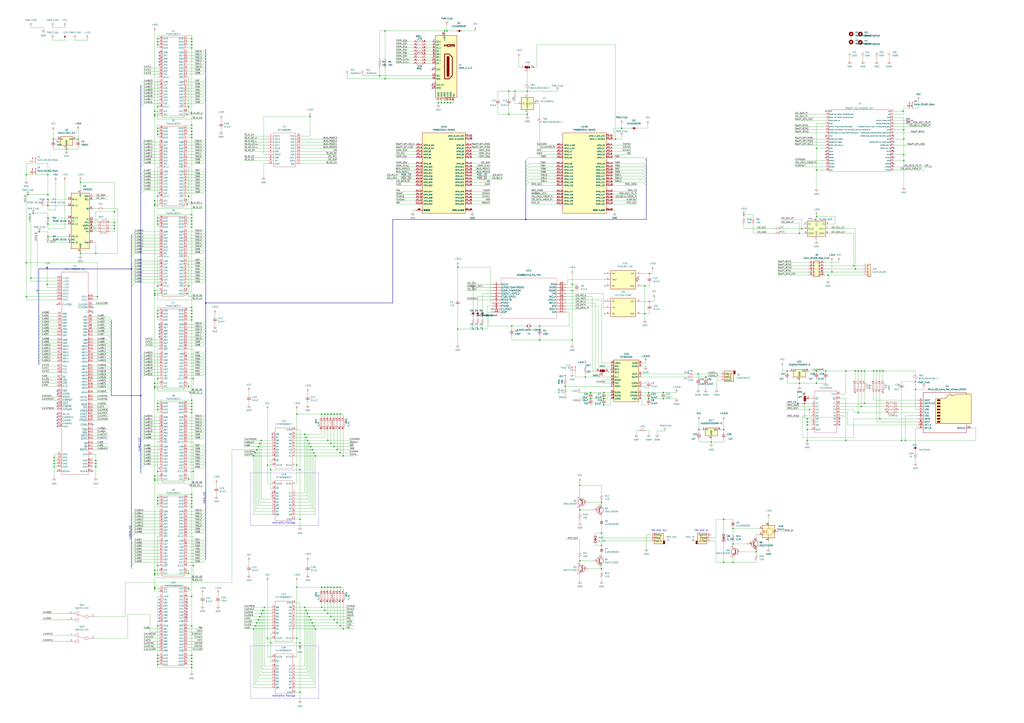
<source format=kicad_sch>
(kicad_sch (version 20211123) (generator eeschema)
  (paper "A1")
  (lib_symbols
    (symbol "74AHC16374_1"
      (property "Reference" "U" (at -7.62 5.08 0))
      (property "Value" "74AHC16374_1" (at -2.54 2.54 0))
      (symbol "74AHC16374_1_1_1"
        (pin input line (at -11.43 -7.62 0) (length 2.54) (name "1~{OE}") (number "1"))
        (pin power_in line (at -11.43 -58.42 0) (length 2.54) (name "GND") (number "10"))
        (pin tri_state line (at -11.43 -25.4 0) (length 2.54) (name "1Q7") (number "11"))
        (pin tri_state line (at -11.43 -27.94 0) (length 2.54) (name "1Q8") (number "12"))
        (pin tri_state line (at -11.43 -34.29 0) (length 2.54) (name "2Q1") (number "13"))
        (pin tri_state line (at -11.43 -36.83 0) (length 2.54) (name "2Q2") (number "14"))
        (pin power_in line (at -11.43 -60.96 0) (length 2.54) (name "GND") (number "15"))
        (pin tri_state line (at -11.43 -39.37 0) (length 2.54) (name "2Q3") (number "16"))
        (pin tri_state line (at -11.43 -41.91 0) (length 2.54) (name "2Q4") (number "17"))
        (pin power_in line (at -11.43 -3.81 0) (length 2.54) (name "VCC") (number "18"))
        (pin tri_state line (at -11.43 -44.45 0) (length 2.54) (name "2Q5") (number "19"))
        (pin tri_state line (at -11.43 -10.16 0) (length 2.54) (name "1Q1") (number "2"))
        (pin tri_state line (at -11.43 -46.99 0) (length 2.54) (name "2Q6") (number "20"))
        (pin power_in line (at -11.43 -63.5 0) (length 2.54) (name "GND") (number "21"))
        (pin tri_state line (at -11.43 -49.53 0) (length 2.54) (name "2Q7") (number "22"))
        (pin tri_state line (at -11.43 -52.07 0) (length 2.54) (name "2Q8") (number "23"))
        (pin input line (at -11.43 -31.75 0) (length 2.54) (name "2~{OE}") (number "24"))
        (pin input line (at 11.43 -31.75 180) (length 2.54) (name "2CLK") (number "25"))
        (pin input line (at 11.43 -52.07 180) (length 2.54) (name "2D8") (number "26"))
        (pin input line (at 11.43 -49.53 180) (length 2.54) (name "2D7") (number "27"))
        (pin power_in line (at 11.43 -63.5 180) (length 2.54) (name "GND") (number "28"))
        (pin input line (at 11.43 -46.99 180) (length 2.54) (name "2D6") (number "29"))
        (pin tri_state line (at -11.43 -12.7 0) (length 2.54) (name "1Q2") (number "3"))
        (pin input line (at 11.43 -44.45 180) (length 2.54) (name "2D5") (number "30"))
        (pin power_in line (at 11.43 -3.81 180) (length 2.54) (name "VCC") (number "31"))
        (pin input line (at 11.43 -41.91 180) (length 2.54) (name "2D4") (number "32"))
        (pin input line (at 11.43 -39.37 180) (length 2.54) (name "2D3") (number "33"))
        (pin power_in line (at 11.43 -60.96 180) (length 2.54) (name "GND") (number "34"))
        (pin input line (at 11.43 -36.83 180) (length 2.54) (name "2D2") (number "35"))
        (pin input line (at 11.43 -34.29 180) (length 2.54) (name "2D1") (number "36"))
        (pin input line (at 11.43 -27.94 180) (length 2.54) (name "1D8") (number "37"))
        (pin input line (at 11.43 -25.4 180) (length 2.54) (name "1D7") (number "38"))
        (pin power_in line (at 11.43 -58.42 180) (length 2.54) (name "GND") (number "39"))
        (pin power_in line (at -11.43 -55.88 0) (length 2.54) (name "GND") (number "4"))
        (pin input line (at 11.43 -22.86 180) (length 2.54) (name "1D6") (number "40"))
        (pin input line (at 11.43 -20.32 180) (length 2.54) (name "1D5") (number "41"))
        (pin power_in line (at 11.43 -1.27 180) (length 2.54) (name "VCC") (number "42"))
        (pin input line (at 11.43 -17.78 180) (length 2.54) (name "1D4") (number "43"))
        (pin input line (at 11.43 -15.24 180) (length 2.54) (name "1D3") (number "44"))
        (pin power_in line (at 11.43 -55.88 180) (length 2.54) (name "GND") (number "45"))
        (pin input line (at 11.43 -12.7 180) (length 2.54) (name "1D2") (number "46"))
        (pin input line (at 11.43 -10.16 180) (length 2.54) (name "1D1") (number "47"))
        (pin input line (at 11.43 -7.62 180) (length 2.54) (name "1CLK") (number "48"))
        (pin tri_state line (at -11.43 -15.24 0) (length 2.54) (name "1Q3") (number "5"))
        (pin tri_state line (at -11.43 -17.78 0) (length 2.54) (name "1Q4") (number "6"))
        (pin power_in line (at -11.43 -1.27 0) (length 2.54) (name "VCC") (number "7"))
        (pin tri_state line (at -11.43 -20.32 0) (length 2.54) (name "1Q5") (number "8"))
        (pin tri_state line (at -11.43 -22.86 0) (length 2.54) (name "1Q6") (number "9"))
      )
    )
    (symbol "74AHC16374_2"
      (property "Reference" "U" (at -7.62 5.08 0))
      (property "Value" "74AHC16374_2" (at -2.54 2.54 0))
      (symbol "74AHC16374_2_1_1"
        (pin input line (at -11.43 -7.62 0) (length 2.54) (name "1~{OE}") (number "1"))
        (pin power_in line (at -11.43 -58.42 0) (length 2.54) (name "GND") (number "10"))
        (pin tri_state line (at -11.43 -25.4 0) (length 2.54) (name "1Q7") (number "11"))
        (pin tri_state line (at -11.43 -27.94 0) (length 2.54) (name "1Q8") (number "12"))
        (pin tri_state line (at -11.43 -34.29 0) (length 2.54) (name "2Q1") (number "13"))
        (pin tri_state line (at -11.43 -36.83 0) (length 2.54) (name "2Q2") (number "14"))
        (pin power_in line (at -11.43 -60.96 0) (length 2.54) (name "GND") (number "15"))
        (pin tri_state line (at -11.43 -39.37 0) (length 2.54) (name "2Q3") (number "16"))
        (pin tri_state line (at -11.43 -41.91 0) (length 2.54) (name "2Q4") (number "17"))
        (pin power_in line (at -11.43 -3.81 0) (length 2.54) (name "VCC") (number "18"))
        (pin tri_state line (at -11.43 -44.45 0) (length 2.54) (name "2Q5") (number "19"))
        (pin tri_state line (at -11.43 -10.16 0) (length 2.54) (name "1Q1") (number "2"))
        (pin tri_state line (at -11.43 -46.99 0) (length 2.54) (name "2Q6") (number "20"))
        (pin power_in line (at -11.43 -63.5 0) (length 2.54) (name "GND") (number "21"))
        (pin tri_state line (at -11.43 -49.53 0) (length 2.54) (name "2Q7") (number "22"))
        (pin tri_state line (at -11.43 -52.07 0) (length 2.54) (name "2Q8") (number "23"))
        (pin input line (at -11.43 -31.75 0) (length 2.54) (name "2~{OE}") (number "24"))
        (pin input line (at 11.43 -31.75 180) (length 2.54) (name "2CLK") (number "25"))
        (pin input line (at 11.43 -52.07 180) (length 2.54) (name "2D8") (number "26"))
        (pin input line (at 11.43 -49.53 180) (length 2.54) (name "2D7") (number "27"))
        (pin power_in line (at 11.43 -63.5 180) (length 2.54) (name "GND") (number "28"))
        (pin input line (at 11.43 -46.99 180) (length 2.54) (name "2D6") (number "29"))
        (pin tri_state line (at -11.43 -12.7 0) (length 2.54) (name "1Q2") (number "3"))
        (pin input line (at 11.43 -44.45 180) (length 2.54) (name "2D5") (number "30"))
        (pin power_in line (at 11.43 -3.81 180) (length 2.54) (name "VCC") (number "31"))
        (pin input line (at 11.43 -41.91 180) (length 2.54) (name "2D4") (number "32"))
        (pin input line (at 11.43 -39.37 180) (length 2.54) (name "2D3") (number "33"))
        (pin power_in line (at 11.43 -60.96 180) (length 2.54) (name "GND") (number "34"))
        (pin input line (at 11.43 -36.83 180) (length 2.54) (name "2D2") (number "35"))
        (pin input line (at 11.43 -34.29 180) (length 2.54) (name "2D1") (number "36"))
        (pin input line (at 11.43 -27.94 180) (length 2.54) (name "1D8") (number "37"))
        (pin input line (at 11.43 -25.4 180) (length 2.54) (name "1D7") (number "38"))
        (pin power_in line (at 11.43 -58.42 180) (length 2.54) (name "GND") (number "39"))
        (pin power_in line (at -11.43 -55.88 0) (length 2.54) (name "GND") (number "4"))
        (pin input line (at 11.43 -22.86 180) (length 2.54) (name "1D6") (number "40"))
        (pin input line (at 11.43 -20.32 180) (length 2.54) (name "1D5") (number "41"))
        (pin power_in line (at 11.43 -1.27 180) (length 2.54) (name "VCC") (number "42"))
        (pin input line (at 11.43 -17.78 180) (length 2.54) (name "1D4") (number "43"))
        (pin input line (at 11.43 -15.24 180) (length 2.54) (name "1D3") (number "44"))
        (pin power_in line (at 11.43 -55.88 180) (length 2.54) (name "GND") (number "45"))
        (pin input line (at 11.43 -12.7 180) (length 2.54) (name "1D2") (number "46"))
        (pin input line (at 11.43 -10.16 180) (length 2.54) (name "1D1") (number "47"))
        (pin input line (at 11.43 -7.62 180) (length 2.54) (name "1CLK") (number "48"))
        (pin tri_state line (at -11.43 -15.24 0) (length 2.54) (name "1Q3") (number "5"))
        (pin tri_state line (at -11.43 -17.78 0) (length 2.54) (name "1Q4") (number "6"))
        (pin power_in line (at -11.43 -1.27 0) (length 2.54) (name "VCC") (number "7"))
        (pin tri_state line (at -11.43 -20.32 0) (length 2.54) (name "1Q5") (number "8"))
        (pin tri_state line (at -11.43 -22.86 0) (length 2.54) (name "1Q6") (number "9"))
      )
    )
    (symbol "74AHC16374_3"
      (property "Reference" "U" (at -7.62 5.08 0))
      (property "Value" "74AHC16374_3" (at -2.54 2.54 0))
      (symbol "74AHC16374_3_1_1"
        (pin input line (at -11.43 -7.62 0) (length 2.54) (name "1~{OE}") (number "1"))
        (pin power_in line (at -11.43 -58.42 0) (length 2.54) (name "GND") (number "10"))
        (pin tri_state line (at -11.43 -25.4 0) (length 2.54) (name "1Q7") (number "11"))
        (pin tri_state line (at -11.43 -27.94 0) (length 2.54) (name "1Q8") (number "12"))
        (pin tri_state line (at -11.43 -34.29 0) (length 2.54) (name "2Q1") (number "13"))
        (pin tri_state line (at -11.43 -36.83 0) (length 2.54) (name "2Q2") (number "14"))
        (pin power_in line (at -11.43 -60.96 0) (length 2.54) (name "GND") (number "15"))
        (pin tri_state line (at -11.43 -39.37 0) (length 2.54) (name "2Q3") (number "16"))
        (pin tri_state line (at -11.43 -41.91 0) (length 2.54) (name "2Q4") (number "17"))
        (pin power_in line (at -11.43 -3.81 0) (length 2.54) (name "VCC") (number "18"))
        (pin tri_state line (at -11.43 -44.45 0) (length 2.54) (name "2Q5") (number "19"))
        (pin tri_state line (at -11.43 -10.16 0) (length 2.54) (name "1Q1") (number "2"))
        (pin tri_state line (at -11.43 -46.99 0) (length 2.54) (name "2Q6") (number "20"))
        (pin power_in line (at -11.43 -63.5 0) (length 2.54) (name "GND") (number "21"))
        (pin tri_state line (at -11.43 -49.53 0) (length 2.54) (name "2Q7") (number "22"))
        (pin tri_state line (at -11.43 -52.07 0) (length 2.54) (name "2Q8") (number "23"))
        (pin input line (at -11.43 -31.75 0) (length 2.54) (name "2~{OE}") (number "24"))
        (pin input line (at 11.43 -31.75 180) (length 2.54) (name "2CLK") (number "25"))
        (pin input line (at 11.43 -52.07 180) (length 2.54) (name "2D8") (number "26"))
        (pin input line (at 11.43 -49.53 180) (length 2.54) (name "2D7") (number "27"))
        (pin power_in line (at 11.43 -63.5 180) (length 2.54) (name "GND") (number "28"))
        (pin input line (at 11.43 -46.99 180) (length 2.54) (name "2D6") (number "29"))
        (pin tri_state line (at -11.43 -12.7 0) (length 2.54) (name "1Q2") (number "3"))
        (pin input line (at 11.43 -44.45 180) (length 2.54) (name "2D5") (number "30"))
        (pin power_in line (at 11.43 -3.81 180) (length 2.54) (name "VCC") (number "31"))
        (pin input line (at 11.43 -41.91 180) (length 2.54) (name "2D4") (number "32"))
        (pin input line (at 11.43 -39.37 180) (length 2.54) (name "2D3") (number "33"))
        (pin power_in line (at 11.43 -60.96 180) (length 2.54) (name "GND") (number "34"))
        (pin input line (at 11.43 -36.83 180) (length 2.54) (name "2D2") (number "35"))
        (pin input line (at 11.43 -34.29 180) (length 2.54) (name "2D1") (number "36"))
        (pin input line (at 11.43 -27.94 180) (length 2.54) (name "1D8") (number "37"))
        (pin input line (at 11.43 -25.4 180) (length 2.54) (name "1D7") (number "38"))
        (pin power_in line (at 11.43 -58.42 180) (length 2.54) (name "GND") (number "39"))
        (pin power_in line (at -11.43 -55.88 0) (length 2.54) (name "GND") (number "4"))
        (pin input line (at 11.43 -22.86 180) (length 2.54) (name "1D6") (number "40"))
        (pin input line (at 11.43 -20.32 180) (length 2.54) (name "1D5") (number "41"))
        (pin power_in line (at 11.43 -1.27 180) (length 2.54) (name "VCC") (number "42"))
        (pin input line (at 11.43 -17.78 180) (length 2.54) (name "1D4") (number "43"))
        (pin input line (at 11.43 -15.24 180) (length 2.54) (name "1D3") (number "44"))
        (pin power_in line (at 11.43 -55.88 180) (length 2.54) (name "GND") (number "45"))
        (pin input line (at 11.43 -12.7 180) (length 2.54) (name "1D2") (number "46"))
        (pin input line (at 11.43 -10.16 180) (length 2.54) (name "1D1") (number "47"))
        (pin input line (at 11.43 -7.62 180) (length 2.54) (name "1CLK") (number "48"))
        (pin tri_state line (at -11.43 -15.24 0) (length 2.54) (name "1Q3") (number "5"))
        (pin tri_state line (at -11.43 -17.78 0) (length 2.54) (name "1Q4") (number "6"))
        (pin power_in line (at -11.43 -1.27 0) (length 2.54) (name "VCC") (number "7"))
        (pin tri_state line (at -11.43 -20.32 0) (length 2.54) (name "1Q5") (number "8"))
        (pin tri_state line (at -11.43 -22.86 0) (length 2.54) (name "1Q6") (number "9"))
      )
    )
    (symbol "74AHC16374_4"
      (property "Reference" "U" (at -7.62 5.08 0))
      (property "Value" "74AHC16374_4" (at -2.54 2.54 0))
      (symbol "74AHC16374_4_1_1"
        (pin input line (at -11.43 -7.62 0) (length 2.54) (name "1~{OE}") (number "1"))
        (pin power_in line (at -11.43 -58.42 0) (length 2.54) (name "GND") (number "10"))
        (pin tri_state line (at -11.43 -25.4 0) (length 2.54) (name "1Q7") (number "11"))
        (pin tri_state line (at -11.43 -27.94 0) (length 2.54) (name "1Q8") (number "12"))
        (pin tri_state line (at -11.43 -34.29 0) (length 2.54) (name "2Q1") (number "13"))
        (pin tri_state line (at -11.43 -36.83 0) (length 2.54) (name "2Q2") (number "14"))
        (pin power_in line (at -11.43 -60.96 0) (length 2.54) (name "GND") (number "15"))
        (pin tri_state line (at -11.43 -39.37 0) (length 2.54) (name "2Q3") (number "16"))
        (pin tri_state line (at -11.43 -41.91 0) (length 2.54) (name "2Q4") (number "17"))
        (pin power_in line (at -11.43 -3.81 0) (length 2.54) (name "VCC") (number "18"))
        (pin tri_state line (at -11.43 -44.45 0) (length 2.54) (name "2Q5") (number "19"))
        (pin tri_state line (at -11.43 -10.16 0) (length 2.54) (name "1Q1") (number "2"))
        (pin tri_state line (at -11.43 -46.99 0) (length 2.54) (name "2Q6") (number "20"))
        (pin power_in line (at -11.43 -63.5 0) (length 2.54) (name "GND") (number "21"))
        (pin tri_state line (at -11.43 -49.53 0) (length 2.54) (name "2Q7") (number "22"))
        (pin tri_state line (at -11.43 -52.07 0) (length 2.54) (name "2Q8") (number "23"))
        (pin input line (at -11.43 -31.75 0) (length 2.54) (name "2~{OE}") (number "24"))
        (pin input line (at 11.43 -31.75 180) (length 2.54) (name "2CLK") (number "25"))
        (pin input line (at 11.43 -52.07 180) (length 2.54) (name "2D8") (number "26"))
        (pin input line (at 11.43 -49.53 180) (length 2.54) (name "2D7") (number "27"))
        (pin power_in line (at 11.43 -63.5 180) (length 2.54) (name "GND") (number "28"))
        (pin input line (at 11.43 -46.99 180) (length 2.54) (name "2D6") (number "29"))
        (pin tri_state line (at -11.43 -12.7 0) (length 2.54) (name "1Q2") (number "3"))
        (pin input line (at 11.43 -44.45 180) (length 2.54) (name "2D5") (number "30"))
        (pin power_in line (at 11.43 -3.81 180) (length 2.54) (name "VCC") (number "31"))
        (pin input line (at 11.43 -41.91 180) (length 2.54) (name "2D4") (number "32"))
        (pin input line (at 11.43 -39.37 180) (length 2.54) (name "2D3") (number "33"))
        (pin power_in line (at 11.43 -60.96 180) (length 2.54) (name "GND") (number "34"))
        (pin input line (at 11.43 -36.83 180) (length 2.54) (name "2D2") (number "35"))
        (pin input line (at 11.43 -34.29 180) (length 2.54) (name "2D1") (number "36"))
        (pin input line (at 11.43 -27.94 180) (length 2.54) (name "1D8") (number "37"))
        (pin input line (at 11.43 -25.4 180) (length 2.54) (name "1D7") (number "38"))
        (pin power_in line (at 11.43 -58.42 180) (length 2.54) (name "GND") (number "39"))
        (pin power_in line (at -11.43 -55.88 0) (length 2.54) (name "GND") (number "4"))
        (pin input line (at 11.43 -22.86 180) (length 2.54) (name "1D6") (number "40"))
        (pin input line (at 11.43 -20.32 180) (length 2.54) (name "1D5") (number "41"))
        (pin power_in line (at 11.43 -1.27 180) (length 2.54) (name "VCC") (number "42"))
        (pin input line (at 11.43 -17.78 180) (length 2.54) (name "1D4") (number "43"))
        (pin input line (at 11.43 -15.24 180) (length 2.54) (name "1D3") (number "44"))
        (pin power_in line (at 11.43 -55.88 180) (length 2.54) (name "GND") (number "45"))
        (pin input line (at 11.43 -12.7 180) (length 2.54) (name "1D2") (number "46"))
        (pin input line (at 11.43 -10.16 180) (length 2.54) (name "1D1") (number "47"))
        (pin input line (at 11.43 -7.62 180) (length 2.54) (name "1CLK") (number "48"))
        (pin tri_state line (at -11.43 -15.24 0) (length 2.54) (name "1Q3") (number "5"))
        (pin tri_state line (at -11.43 -17.78 0) (length 2.54) (name "1Q4") (number "6"))
        (pin power_in line (at -11.43 -1.27 0) (length 2.54) (name "VCC") (number "7"))
        (pin tri_state line (at -11.43 -20.32 0) (length 2.54) (name "1Q5") (number "8"))
        (pin tri_state line (at -11.43 -22.86 0) (length 2.54) (name "1Q6") (number "9"))
      )
    )
    (symbol "74AHC16374_5"
      (property "Reference" "U" (at -7.62 5.08 0))
      (property "Value" "74AHC16374_5" (at -2.54 2.54 0))
      (symbol "74AHC16374_5_1_1"
        (pin input line (at -11.43 -7.62 0) (length 2.54) (name "1~{OE}") (number "1"))
        (pin power_in line (at -11.43 -58.42 0) (length 2.54) (name "GND") (number "10"))
        (pin tri_state line (at -11.43 -25.4 0) (length 2.54) (name "1Q7") (number "11"))
        (pin tri_state line (at -11.43 -27.94 0) (length 2.54) (name "1Q8") (number "12"))
        (pin tri_state line (at -11.43 -34.29 0) (length 2.54) (name "2Q1") (number "13"))
        (pin tri_state line (at -11.43 -36.83 0) (length 2.54) (name "2Q2") (number "14"))
        (pin power_in line (at -11.43 -60.96 0) (length 2.54) (name "GND") (number "15"))
        (pin tri_state line (at -11.43 -39.37 0) (length 2.54) (name "2Q3") (number "16"))
        (pin tri_state line (at -11.43 -41.91 0) (length 2.54) (name "2Q4") (number "17"))
        (pin power_in line (at -11.43 -3.81 0) (length 2.54) (name "VCC") (number "18"))
        (pin tri_state line (at -11.43 -44.45 0) (length 2.54) (name "2Q5") (number "19"))
        (pin tri_state line (at -11.43 -10.16 0) (length 2.54) (name "1Q1") (number "2"))
        (pin tri_state line (at -11.43 -46.99 0) (length 2.54) (name "2Q6") (number "20"))
        (pin power_in line (at -11.43 -63.5 0) (length 2.54) (name "GND") (number "21"))
        (pin tri_state line (at -11.43 -49.53 0) (length 2.54) (name "2Q7") (number "22"))
        (pin tri_state line (at -11.43 -52.07 0) (length 2.54) (name "2Q8") (number "23"))
        (pin input line (at -11.43 -31.75 0) (length 2.54) (name "2~{OE}") (number "24"))
        (pin input line (at 11.43 -31.75 180) (length 2.54) (name "2CLK") (number "25"))
        (pin input line (at 11.43 -52.07 180) (length 2.54) (name "2D8") (number "26"))
        (pin input line (at 11.43 -49.53 180) (length 2.54) (name "2D7") (number "27"))
        (pin power_in line (at 11.43 -63.5 180) (length 2.54) (name "GND") (number "28"))
        (pin input line (at 11.43 -46.99 180) (length 2.54) (name "2D6") (number "29"))
        (pin tri_state line (at -11.43 -12.7 0) (length 2.54) (name "1Q2") (number "3"))
        (pin input line (at 11.43 -44.45 180) (length 2.54) (name "2D5") (number "30"))
        (pin power_in line (at 11.43 -3.81 180) (length 2.54) (name "VCC") (number "31"))
        (pin input line (at 11.43 -41.91 180) (length 2.54) (name "2D4") (number "32"))
        (pin input line (at 11.43 -39.37 180) (length 2.54) (name "2D3") (number "33"))
        (pin power_in line (at 11.43 -60.96 180) (length 2.54) (name "GND") (number "34"))
        (pin input line (at 11.43 -36.83 180) (length 2.54) (name "2D2") (number "35"))
        (pin input line (at 11.43 -34.29 180) (length 2.54) (name "2D1") (number "36"))
        (pin input line (at 11.43 -27.94 180) (length 2.54) (name "1D8") (number "37"))
        (pin input line (at 11.43 -25.4 180) (length 2.54) (name "1D7") (number "38"))
        (pin power_in line (at 11.43 -58.42 180) (length 2.54) (name "GND") (number "39"))
        (pin power_in line (at -11.43 -55.88 0) (length 2.54) (name "GND") (number "4"))
        (pin input line (at 11.43 -22.86 180) (length 2.54) (name "1D6") (number "40"))
        (pin input line (at 11.43 -20.32 180) (length 2.54) (name "1D5") (number "41"))
        (pin power_in line (at 11.43 -1.27 180) (length 2.54) (name "VCC") (number "42"))
        (pin input line (at 11.43 -17.78 180) (length 2.54) (name "1D4") (number "43"))
        (pin input line (at 11.43 -15.24 180) (length 2.54) (name "1D3") (number "44"))
        (pin power_in line (at 11.43 -55.88 180) (length 2.54) (name "GND") (number "45"))
        (pin input line (at 11.43 -12.7 180) (length 2.54) (name "1D2") (number "46"))
        (pin input line (at 11.43 -10.16 180) (length 2.54) (name "1D1") (number "47"))
        (pin input line (at 11.43 -7.62 180) (length 2.54) (name "1CLK") (number "48"))
        (pin tri_state line (at -11.43 -15.24 0) (length 2.54) (name "1Q3") (number "5"))
        (pin tri_state line (at -11.43 -17.78 0) (length 2.54) (name "1Q4") (number "6"))
        (pin power_in line (at -11.43 -1.27 0) (length 2.54) (name "VCC") (number "7"))
        (pin tri_state line (at -11.43 -20.32 0) (length 2.54) (name "1Q5") (number "8"))
        (pin tri_state line (at -11.43 -22.86 0) (length 2.54) (name "1Q6") (number "9"))
      )
    )
    (symbol "Connector:Conn_01x02_Male" (pin_names (offset 1.016) hide)
      (property "Reference" "J" (at 0 2.54 0))
      (property "Value" "Conn_01x02_Male" (at 0 -5.08 0))
      (symbol "Conn_01x02_Male_1_1"
        (pin passive line (at 5.08 0 180) (length 3.81) (name "Pin_1") (number "1"))
        (pin passive line (at 5.08 -2.54 180) (length 3.81) (name "Pin_2") (number "2"))
      )
    )
    (symbol "Connector:HDMI_C_1.3"
      (property "Reference" "J" (at -6.35 26.67 0))
      (property "Value" "HDMI_C_1.3" (at 10.16 26.67 0))
      (symbol "HDMI_C_1.3_1_1"
        (pin power_in line (at -5.08 -27.94 90) (length 2.54) (name "D2S") (number "1"))
        (pin power_in line (at 2.54 -27.94 90) (length 2.54) (name "CKS") (number "10"))
        (pin passive line (at -10.16 5.08 0) (length 2.54) (name "CK+") (number "11"))
        (pin passive line (at -10.16 2.54 0) (length 2.54) (name "CK-") (number "12"))
        (pin power_in line (at 5.08 -27.94 90) (length 2.54) (name "GND") (number "13"))
        (pin bidirectional line (at -10.16 -2.54 0) (length 2.54) (name "CEC") (number "14"))
        (pin passive line (at -10.16 -7.62 0) (length 2.54) (name "SCL") (number "15"))
        (pin bidirectional line (at -10.16 -10.16 0) (length 2.54) (name "SDA") (number "16"))
        (pin passive line (at -10.16 -15.24 0) (length 2.54) (name "UTILITY") (number "17"))
        (pin power_in line (at 0 27.94 270) (length 2.54) (name "+5V") (number "18"))
        (pin passive line (at -10.16 -17.78 0) (length 2.54) (name "HPD") (number "19"))
        (pin passive line (at -10.16 20.32 0) (length 2.54) (name "D2+") (number "2"))
        (pin passive line (at -10.16 17.78 0) (length 2.54) (name "D2-") (number "3"))
        (pin power_in line (at -2.54 -27.94 90) (length 2.54) (name "D1S") (number "4"))
        (pin passive line (at -10.16 15.24 0) (length 2.54) (name "D1+") (number "5"))
        (pin passive line (at -10.16 12.7 0) (length 2.54) (name "D1-") (number "6"))
        (pin power_in line (at 0 -27.94 90) (length 2.54) (name "D0S") (number "7"))
        (pin passive line (at -10.16 10.16 0) (length 2.54) (name "D0+") (number "8"))
        (pin passive line (at -10.16 7.62 0) (length 2.54) (name "D0-") (number "9"))
        (pin passive line (at 7.62 -27.94 90) (length 2.54) (name "SH") (number "SH"))
      )
    )
    (symbol "Connector:Micro_SD_Card_Det_Hirose_DM3AT" (pin_names (offset 1.016))
      (property "Reference" "J" (at -16.51 17.78 0))
      (property "Value" "Micro_SD_Card_Det_Hirose_DM3AT" (at 16.51 17.78 0))
      (symbol "Micro_SD_Card_Det_Hirose_DM3AT_1_1"
        (pin bidirectional line (at -22.86 10.16 0) (length 3.81) (name "DAT2") (number "1"))
        (pin passive line (at -22.86 -10.16 0) (length 3.81) (name "DET_A") (number "10"))
        (pin passive line (at 20.32 -12.7 180) (length 3.81) (name "SHIELD") (number "11"))
        (pin bidirectional line (at -22.86 7.62 0) (length 3.81) (name "DAT3/CD") (number "2"))
        (pin input line (at -22.86 5.08 0) (length 3.81) (name "CMD") (number "3"))
        (pin power_in line (at -22.86 2.54 0) (length 3.81) (name "VDD") (number "4"))
        (pin input line (at -22.86 0 0) (length 3.81) (name "CLK") (number "5"))
        (pin power_in line (at -22.86 -2.54 0) (length 3.81) (name "VSS") (number "6"))
        (pin bidirectional line (at -22.86 -5.08 0) (length 3.81) (name "DAT0") (number "7"))
        (pin bidirectional line (at -22.86 -7.62 0) (length 3.81) (name "DAT1") (number "8"))
        (pin passive line (at -22.86 -12.7 0) (length 3.81) (name "DET_B") (number "9"))
      )
    )
    (symbol "Connector:TestPoint" (pin_numbers hide) (pin_names (offset 0.762) hide)
      (property "Reference" "TP" (at 0 6.858 0))
      (property "Value" "TestPoint" (at 0 5.08 0))
      (symbol "TestPoint_1_1"
        (pin passive line (at 0 0 90) (length 2.54) (name "1") (number "1"))
      )
    )
    (symbol "Connector_Generic:Conn_01x04" (pin_names (offset 1.016) hide)
      (property "Reference" "J" (at 0 5.08 0))
      (property "Value" "Conn_01x04" (at 0 -7.62 0))
      (symbol "Conn_01x04_1_1"
        (pin passive line (at -5.08 2.54 0) (length 3.81) (name "Pin_1") (number "1"))
        (pin passive line (at -5.08 0 0) (length 3.81) (name "Pin_2") (number "2"))
        (pin passive line (at -5.08 -2.54 0) (length 3.81) (name "Pin_3") (number "3"))
        (pin passive line (at -5.08 -5.08 0) (length 3.81) (name "Pin_4") (number "4"))
      )
    )
    (symbol "Connector_Generic:Conn_02x05_Odd_Even" (pin_names (offset 1.016) hide)
      (property "Reference" "J" (at 1.27 7.62 0))
      (property "Value" "Conn_02x05_Odd_Even" (at 1.27 -7.62 0))
      (symbol "Conn_02x05_Odd_Even_1_1"
        (pin passive line (at -5.08 5.08 0) (length 3.81) (name "Pin_1") (number "1"))
        (pin passive line (at 7.62 -5.08 180) (length 3.81) (name "Pin_10") (number "10"))
        (pin passive line (at 7.62 5.08 180) (length 3.81) (name "Pin_2") (number "2"))
        (pin passive line (at -5.08 2.54 0) (length 3.81) (name "Pin_3") (number "3"))
        (pin passive line (at 7.62 2.54 180) (length 3.81) (name "Pin_4") (number "4"))
        (pin passive line (at -5.08 0 0) (length 3.81) (name "Pin_5") (number "5"))
        (pin passive line (at 7.62 0 180) (length 3.81) (name "Pin_6") (number "6"))
        (pin passive line (at -5.08 -2.54 0) (length 3.81) (name "Pin_7") (number "7"))
        (pin passive line (at 7.62 -2.54 180) (length 3.81) (name "Pin_8") (number "8"))
        (pin passive line (at -5.08 -5.08 0) (length 3.81) (name "Pin_9") (number "9"))
      )
    )
    (symbol "Device:C_Polarized_Small_US" (pin_numbers hide) (pin_names (offset 0.254) hide)
      (property "Reference" "C" (at 0.254 1.778 0))
      (property "Value" "C_Polarized_Small_US" (at 0.254 -2.032 0))
      (symbol "C_Polarized_Small_US_1_1"
        (pin passive line (at 0 2.54 270) (length 2.032) (name "~") (number "1"))
        (pin passive line (at 0 -2.54 90) (length 2.032) (name "~") (number "2"))
      )
    )
    (symbol "Device:C_Small" (pin_numbers hide) (pin_names (offset 0.254) hide)
      (property "Reference" "C" (at 0.254 1.778 0))
      (property "Value" "C_Small" (at 0.254 -2.032 0))
      (symbol "C_Small_1_1"
        (pin passive line (at 0 2.54 270) (length 2.032) (name "~") (number "1"))
        (pin passive line (at 0 -2.54 90) (length 2.032) (name "~") (number "2"))
      )
    )
    (symbol "Device:Crystal_Small" (pin_numbers hide) (pin_names (offset 1.016) hide)
      (property "Reference" "Y" (at 0 2.54 0))
      (property "Value" "Crystal_Small" (at 0 -2.54 0))
      (symbol "Crystal_Small_1_1"
        (pin passive line (at -2.54 0 0) (length 1.27) (name "1") (number "1"))
        (pin passive line (at 2.54 0 180) (length 1.27) (name "2") (number "2"))
      )
    )
    (symbol "Device:D_Schottky_Small" (pin_numbers hide) (pin_names (offset 0.254) hide)
      (property "Reference" "D" (at -1.27 2.032 0))
      (property "Value" "D_Schottky_Small" (at -7.112 -2.032 0))
      (symbol "D_Schottky_Small_1_1"
        (pin passive line (at -2.54 0 0) (length 1.778) (name "K") (number "1"))
        (pin passive line (at 2.54 0 180) (length 1.778) (name "A") (number "2"))
      )
    )
    (symbol "Device:D_TVS" (pin_numbers hide) (pin_names (offset 1.016) hide)
      (property "Reference" "D" (at 0 2.54 0))
      (property "Value" "D_TVS" (at 0 -2.54 0))
      (symbol "D_TVS_1_1"
        (pin passive line (at -3.81 0 0) (length 2.54) (name "A1") (number "1"))
        (pin passive line (at 3.81 0 180) (length 2.54) (name "A2") (number "2"))
      )
    )
    (symbol "Device:FerriteBead_Small" (pin_numbers hide) (pin_names (offset 0))
      (property "Reference" "FB" (at 1.905 1.27 0))
      (property "Value" "FerriteBead_Small" (at 1.905 -1.27 0))
      (symbol "FerriteBead_Small_1_1"
        (pin passive line (at 0 2.54 270) (length 1.27) (name "~") (number "1"))
        (pin passive line (at 0 -2.54 90) (length 1.27) (name "~") (number "2"))
      )
    )
    (symbol "Device:Q_NPN_BEC" (pin_names (offset 0) hide)
      (property "Reference" "Q" (at 5.08 1.27 0))
      (property "Value" "Q_NPN_BEC" (at 5.08 -1.27 0))
      (symbol "Q_NPN_BEC_1_1"
        (pin input line (at -5.08 0 0) (length 5.715) (name "B") (number "1"))
        (pin passive line (at 2.54 -5.08 90) (length 2.54) (name "E") (number "2"))
        (pin passive line (at 2.54 5.08 270) (length 2.54) (name "C") (number "3"))
      )
    )
    (symbol "Device:Q_PNP_BEC" (pin_names (offset 0) hide)
      (property "Reference" "Q" (at 5.08 1.27 0))
      (property "Value" "Q_PNP_BEC" (at 5.08 -1.27 0))
      (symbol "Q_PNP_BEC_1_1"
        (pin input line (at -5.08 0 0) (length 5.715) (name "B") (number "1"))
        (pin passive line (at 2.54 -5.08 90) (length 2.54) (name "E") (number "2"))
        (pin passive line (at 2.54 5.08 270) (length 2.54) (name "C") (number "3"))
      )
    )
    (symbol "Device:R_Small_US" (pin_numbers hide) (pin_names (offset 0.254) hide)
      (property "Reference" "R" (at 0.762 0.508 0))
      (property "Value" "R_Small_US" (at 0.762 -1.016 0))
      (symbol "R_Small_US_1_1"
        (pin passive line (at 0 2.54 270) (length 1.016) (name "~") (number "1"))
        (pin passive line (at 0 -2.54 90) (length 1.016) (name "~") (number "2"))
      )
    )
    (symbol "Device:R_US" (pin_numbers hide) (pin_names (offset 0))
      (property "Reference" "R" (at 2.54 0 90))
      (property "Value" "R_US" (at -2.54 0 90))
      (symbol "R_US_1_1"
        (pin passive line (at 0 3.81 270) (length 1.27) (name "~") (number "1"))
        (pin passive line (at 0 -3.81 90) (length 1.27) (name "~") (number "2"))
      )
    )
    (symbol "Isolator:H11L1" (pin_names (offset 1.016))
      (property "Reference" "U" (at 1.27 8.89 0))
      (property "Value" "H11L1" (at 1.27 6.35 0))
      (symbol "H11L1_1_1"
        (pin passive line (at -7.62 2.54 0) (length 2.54) (name "~") (number "1"))
        (pin passive line (at -7.62 -2.54 0) (length 2.54) (name "~") (number "2"))
        (pin no_connect line (at -5.08 0 0) (length 2.54) hide (name "~") (number "3"))
        (pin output inverted (at 7.62 0 180) (length 3.81) (name "~") (number "4"))
        (pin power_in line (at 0 -7.62 90) (length 2.54) (name "~") (number "5"))
        (pin power_in line (at 0 7.62 270) (length 2.54) (name "~") (number "6"))
      )
    )
    (symbol "Jumper:SolderJumper_3_Bridged12" (pin_names (offset 0) hide)
      (property "Reference" "JP" (at -2.54 -2.54 0))
      (property "Value" "SolderJumper_3_Bridged12" (at 0 2.794 0))
      (symbol "SolderJumper_3_Bridged12_1_1"
        (pin passive line (at -5.08 0 0) (length 2.54) (name "A") (number "1"))
        (pin passive line (at 0 -3.81 90) (length 2.54) (name "C") (number "2"))
        (pin passive line (at 5.08 0 180) (length 2.54) (name "B") (number "3"))
      )
    )
    (symbol "Mechanical:MountingHole" (pin_names (offset 1.016))
      (property "Reference" "H" (at 0 5.08 0))
      (property "Value" "MountingHole" (at 0 3.175 0))
    )
    (symbol "Oscillator:ASV-xxxMHz" (pin_names (offset 0.254))
      (property "Reference" "X" (at -5.08 6.35 0))
      (property "Value" "ASV-xxxMHz" (at 1.27 -6.35 0))
      (symbol "ASV-xxxMHz_1_1"
        (pin input line (at -7.62 0 0) (length 2.54) (name "EN") (number "1"))
        (pin power_in line (at 0 -7.62 90) (length 2.54) (name "GND") (number "2"))
        (pin output line (at 7.62 0 180) (length 2.54) (name "OUT") (number "3"))
        (pin power_in line (at 0 7.62 270) (length 2.54) (name "Vdd") (number "4"))
      )
    )
    (symbol "Regulator_Linear:LT1117-3.3" (pin_names (offset 0.254))
      (property "Reference" "U" (at -3.81 3.175 0))
      (property "Value" "LT1117-3.3" (at 0 3.175 0))
      (symbol "LT1117-3.3_1_1"
        (pin power_in line (at 0 -7.62 90) (length 2.54) (name "GND") (number "1"))
        (pin power_out line (at 7.62 0 180) (length 2.54) (name "VO") (number "2"))
        (pin power_in line (at -7.62 0 0) (length 2.54) (name "VI") (number "3"))
      )
    )
    (symbol "device:D_Schottky_Small" (pin_numbers hide) (pin_names (offset 0.254) hide)
      (property "Reference" "D" (at -1.27 2.032 0))
      (property "Value" "D_Schottky_Small" (at -7.112 -2.032 0))
      (symbol "D_Schottky_Small_1_1"
        (pin passive line (at -2.54 0 0) (length 1.778) (name "K") (number "1"))
        (pin passive line (at 2.54 0 180) (length 1.778) (name "A") (number "2"))
      )
    )
    (symbol "device:Jumper_NC_Small" (pin_numbers hide) (pin_names (offset 0.762) hide)
      (property "Reference" "JP" (at 0 2.032 0))
      (symbol "Jumper_NC_Small_0_1"
        (pin passive line (at -2.54 0 0) (length 1.016) (name "1") (number "1"))
        (pin passive line (at 2.54 0 180) (length 1.016) (name "2") (number "2"))
      )
    )
    (symbol "device:Jumper_NO_Small" (pin_numbers hide) (pin_names (offset 0.762) hide)
      (property "Reference" "JP" (at 0 2.032 0))
      (symbol "Jumper_NO_Small_0_1"
        (pin passive line (at -2.54 0 0) (length 1.016) (name "1") (number "1"))
        (pin passive line (at 2.54 0 180) (length 1.016) (name "2") (number "2"))
      )
    )
    (symbol "device:Led_Small" (pin_numbers hide) (pin_names (offset 0.254) hide)
      (property "Reference" "D" (at -1.27 3.175 0))
      (property "Value" "Led_Small" (at -4.445 -2.54 0))
      (symbol "Led_Small_1_1"
        (pin passive line (at -2.54 0 0) (length 1.778) (name "K") (number "1"))
        (pin passive line (at 2.54 0 180) (length 1.778) (name "A") (number "2"))
      )
    )
    (symbol "device:R_PACK4" (pin_names hide)
      (property "Reference" "RP" (at 0 11.43 0))
      (property "Value" "R_PACK4" (at 0 -1.27 0))
      (symbol "R_PACK4_1_1"
        (pin passive line (at -5.08 8.89 0) (length 2.54) (name "P1") (number "1"))
        (pin passive line (at -5.08 6.35 0) (length 2.54) (name "P2") (number "2"))
        (pin passive line (at -5.08 3.81 0) (length 2.54) (name "P3") (number "3"))
        (pin passive line (at -5.08 1.27 0) (length 2.54) (name "P4") (number "4"))
        (pin passive line (at 5.08 1.27 180) (length 2.54) (name "R4") (number "5"))
        (pin passive line (at 5.08 3.81 180) (length 2.54) (name "R3") (number "6"))
        (pin passive line (at 5.08 6.35 180) (length 2.54) (name "R2") (number "7"))
        (pin passive line (at 5.08 8.89 180) (length 2.54) (name "R1") (number "8"))
      )
    )
    (symbol "device:SWITCH_INV" (pin_numbers hide) (pin_names (offset 0))
      (property "Reference" "SW" (at -5.08 3.81 0))
      (property "Value" "SWITCH_INV" (at -3.81 -3.81 0))
      (symbol "SWITCH_INV_1_1"
        (pin passive line (at 12.7 2.54 180) (length 7.62) (name "1") (number "1"))
        (pin passive line (at -12.7 0 0) (length 7.62) (name "2") (number "2"))
        (pin passive line (at 12.7 -2.54 180) (length 7.62) (name "3") (number "3"))
      )
    )
    (symbol "power:+12V" (power) (pin_names (offset 0))
      (property "Value" "+12V" (at 0 3.556 0))
      (symbol "+12V_1_1"
        (pin power_in line (at 0 0 90) (length 0) hide (name "+12V") (number "1"))
      )
    )
    (symbol "power:+3.3V" (power) (pin_names (offset 0))
      (property "Value" "+3.3V" (at 0 3.556 0))
      (symbol "+3.3V_1_1"
        (pin power_in line (at 0 0 90) (length 0) hide (name "+3V3") (number "1"))
      )
    )
    (symbol "power:+3.3VA" (power) (pin_names (offset 0))
      (property "Value" "+3.3VA" (at 0 3.556 0))
      (symbol "+3.3VA_1_1"
        (pin power_in line (at 0 0 90) (length 0) hide (name "+3.3VA") (number "1"))
      )
    )
    (symbol "power:-12V" (power) (pin_names (offset 0))
      (property "Value" "-12V" (at 0 3.81 0))
      (symbol "-12V_0_0"
        (pin power_in line (at 0 0 90) (length 0) hide (name "-12V") (number "1"))
      )
    )
    (symbol "power:GND" (power) (pin_names (offset 0))
      (property "Value" "GND" (at 0 -3.81 0))
      (symbol "GND_1_1"
        (pin power_in line (at 0 0 270) (length 0) hide (name "GND") (number "1"))
      )
    )
    (symbol "power:GNDA" (power) (pin_names (offset 0))
      (property "Value" "GNDA" (at 0 -3.81 0))
      (symbol "GNDA_1_1"
        (pin power_in line (at 0 0 270) (length 0) hide (name "GNDA") (number "1"))
      )
    )
    (symbol "power:PWR_FLAG" (power) (pin_numbers hide) (pin_names (offset 0) hide)
      (property "Value" "PWR_FLAG" (at 0 3.81 0))
      (symbol "PWR_FLAG_0_0"
        (pin power_out line (at 0 0 90) (length 0) (name "pwr") (number "1"))
      )
    )
    (symbol "power:VCC" (power) (pin_names (offset 0))
      (property "Value" "VCC" (at 0 3.81 0))
      (symbol "VCC_1_1"
        (pin power_in line (at 0 0 90) (length 0) hide (name "VCC") (number "1"))
      )
    )
    (symbol "w_connectors:RasPI_IO_Header_B+" (pin_names (offset 0.0254))
      (property "Reference" "J" (at 0 26.67 0))
      (property "Value" "RasPI_IO_Header_B+" (at 0 -26.67 0))
      (symbol "RasPI_IO_Header_B+_1_1"
        (pin passive line (at -27.94 24.13 0) (length 2.54) (name "3V3") (number "1"))
        (pin passive line (at 27.94 13.97 180) (length 2.54) (name "GPIO15/RXD0/RXD1") (number "10"))
        (pin passive line (at -27.94 11.43 0) (length 2.54) (name "GPIO17/RTS0/RTS1/GPIO_GEN0") (number "11"))
        (pin passive line (at 27.94 11.43 180) (length 2.54) (name "GPIO18/PCM_CLK/CE0-1/PWM0/GPIO_GEN1") (number "12"))
        (pin passive line (at -27.94 8.89 0) (length 2.54) (name "GPIO21-R1/GPIO27-R2/PCM_DOUT/GPCLK1/GPIO_GEN2") (number "13"))
        (pin passive line (at 27.94 8.89 180) (length 2.54) (name "GND") (number "14"))
        (pin passive line (at -27.94 6.35 0) (length 2.54) (name "GPIO22/SD1_CLK/ARM_TRST/GPIO_GEN3") (number "15"))
        (pin passive line (at 27.94 6.35 180) (length 2.54) (name "GPIO23/SD1_CMD/ARM_RTCK/GPIO_GEN4") (number "16"))
        (pin passive line (at -27.94 3.81 0) (length 2.54) (name "3V3") (number "17"))
        (pin passive line (at 27.94 3.81 180) (length 2.54) (name "GPIO24/SD1_DATA0/ARM_TDO/GPIO_GEN5") (number "18"))
        (pin passive line (at -27.94 1.27 0) (length 2.54) (name "GPIO10/SPI_MOSI0") (number "19"))
        (pin passive line (at 27.94 24.13 180) (length 2.54) (name "5V") (number "2"))
        (pin passive line (at 27.94 1.27 180) (length 2.54) (name "GND") (number "20"))
        (pin passive line (at -27.94 -1.27 0) (length 2.54) (name "GPIO9/SPI_MISO0") (number "21"))
        (pin passive line (at 27.94 -1.27 180) (length 2.54) (name "GPIO25/ARM_TCK/GPIO_GEN6") (number "22"))
        (pin passive line (at -27.94 -3.81 0) (length 2.54) (name "GPIO11/SPI_SCKL0") (number "23"))
        (pin passive line (at 27.94 -3.81 180) (length 2.54) (name "GPIO8/CE0-N") (number "24"))
        (pin passive line (at -27.94 -6.35 0) (length 2.54) (name "GND") (number "25"))
        (pin passive line (at 27.94 -6.35 180) (length 2.54) (name "GPIO7/CE1-N") (number "26"))
        (pin passive line (at -27.94 -8.89 0) (length 2.54) (name "ID_SD") (number "27"))
        (pin passive line (at 27.94 -8.89 180) (length 2.54) (name "ID_SC") (number "28"))
        (pin passive line (at -27.94 -11.43 0) (length 2.54) (name "GPIO5") (number "29"))
        (pin passive line (at -27.94 21.59 0) (length 2.54) (name "GPIO0-R1/GPIO2-R2/SDA0/SDA1") (number "3"))
        (pin passive line (at 27.94 -11.43 180) (length 2.54) (name "GND") (number "30"))
        (pin passive line (at -27.94 -13.97 0) (length 2.54) (name "GPIO6") (number "31"))
        (pin passive line (at 27.94 -13.97 180) (length 2.54) (name "GPIO12") (number "32"))
        (pin passive line (at -27.94 -16.51 0) (length 2.54) (name "GPIO13") (number "33"))
        (pin passive line (at 27.94 -16.51 180) (length 2.54) (name "GND") (number "34"))
        (pin passive line (at -27.94 -19.05 0) (length 2.54) (name "GPIO19") (number "35"))
        (pin passive line (at 27.94 -19.05 180) (length 2.54) (name "GPIO16") (number "36"))
        (pin passive line (at -27.94 -21.59 0) (length 2.54) (name "GPIO26") (number "37"))
        (pin passive line (at 27.94 -21.59 180) (length 2.54) (name "GPIO20") (number "38"))
        (pin passive line (at -27.94 -24.13 0) (length 2.54) (name "GND") (number "39"))
        (pin passive line (at 27.94 21.59 180) (length 2.54) (name "5V") (number "4"))
        (pin passive line (at 27.94 -24.13 180) (length 2.54) (name "GPIO21") (number "40"))
        (pin passive line (at -27.94 19.05 0) (length 2.54) (name "GPIO1-R1/GPIO3-R2/SCL0/SCL1") (number "5"))
        (pin passive line (at 27.94 19.05 180) (length 2.54) (name "GND") (number "6"))
        (pin passive line (at -27.94 16.51 0) (length 2.54) (name "GPIO4/GPCLK0") (number "7"))
        (pin passive line (at 27.94 16.51 180) (length 2.54) (name "GPIO14/TXD0/TXD1") (number "8"))
        (pin passive line (at -27.94 13.97 0) (length 2.54) (name "GND") (number "9"))
      )
    )
    (symbol "x68000-ext:74AHC16374"
      (property "Reference" "U" (at -7.62 5.08 0))
      (property "Value" "74AHC16374" (at -2.54 2.54 0))
      (symbol "74AHC16374_1_1"
        (pin input line (at -11.43 -7.62 0) (length 2.54) (name "1~{OE}") (number "1"))
        (pin power_in line (at -11.43 -58.42 0) (length 2.54) (name "GND") (number "10"))
        (pin tri_state line (at -11.43 -25.4 0) (length 2.54) (name "1Q7") (number "11"))
        (pin tri_state line (at -11.43 -27.94 0) (length 2.54) (name "1Q8") (number "12"))
        (pin tri_state line (at -11.43 -34.29 0) (length 2.54) (name "2Q1") (number "13"))
        (pin tri_state line (at -11.43 -36.83 0) (length 2.54) (name "2Q2") (number "14"))
        (pin power_in line (at -11.43 -60.96 0) (length 2.54) (name "GND") (number "15"))
        (pin tri_state line (at -11.43 -39.37 0) (length 2.54) (name "2Q3") (number "16"))
        (pin tri_state line (at -11.43 -41.91 0) (length 2.54) (name "2Q4") (number "17"))
        (pin power_in line (at -11.43 -3.81 0) (length 2.54) (name "VCC") (number "18"))
        (pin tri_state line (at -11.43 -44.45 0) (length 2.54) (name "2Q5") (number "19"))
        (pin tri_state line (at -11.43 -10.16 0) (length 2.54) (name "1Q1") (number "2"))
        (pin tri_state line (at -11.43 -46.99 0) (length 2.54) (name "2Q6") (number "20"))
        (pin power_in line (at -11.43 -63.5 0) (length 2.54) (name "GND") (number "21"))
        (pin tri_state line (at -11.43 -49.53 0) (length 2.54) (name "2Q7") (number "22"))
        (pin tri_state line (at -11.43 -52.07 0) (length 2.54) (name "2Q8") (number "23"))
        (pin input line (at -11.43 -31.75 0) (length 2.54) (name "2~{OE}") (number "24"))
        (pin input line (at 11.43 -31.75 180) (length 2.54) (name "2CLK") (number "25"))
        (pin input line (at 11.43 -52.07 180) (length 2.54) (name "2D8") (number "26"))
        (pin input line (at 11.43 -49.53 180) (length 2.54) (name "2D7") (number "27"))
        (pin power_in line (at 11.43 -63.5 180) (length 2.54) (name "GND") (number "28"))
        (pin input line (at 11.43 -46.99 180) (length 2.54) (name "2D6") (number "29"))
        (pin tri_state line (at -11.43 -12.7 0) (length 2.54) (name "1Q2") (number "3"))
        (pin input line (at 11.43 -44.45 180) (length 2.54) (name "2D5") (number "30"))
        (pin power_in line (at 11.43 -3.81 180) (length 2.54) (name "VCC") (number "31"))
        (pin input line (at 11.43 -41.91 180) (length 2.54) (name "2D4") (number "32"))
        (pin input line (at 11.43 -39.37 180) (length 2.54) (name "2D3") (number "33"))
        (pin power_in line (at 11.43 -60.96 180) (length 2.54) (name "GND") (number "34"))
        (pin input line (at 11.43 -36.83 180) (length 2.54) (name "2D2") (number "35"))
        (pin input line (at 11.43 -34.29 180) (length 2.54) (name "2D1") (number "36"))
        (pin input line (at 11.43 -27.94 180) (length 2.54) (name "1D8") (number "37"))
        (pin input line (at 11.43 -25.4 180) (length 2.54) (name "1D7") (number "38"))
        (pin power_in line (at 11.43 -58.42 180) (length 2.54) (name "GND") (number "39"))
        (pin power_in line (at -11.43 -55.88 0) (length 2.54) (name "GND") (number "4"))
        (pin input line (at 11.43 -22.86 180) (length 2.54) (name "1D6") (number "40"))
        (pin input line (at 11.43 -20.32 180) (length 2.54) (name "1D5") (number "41"))
        (pin power_in line (at 11.43 -1.27 180) (length 2.54) (name "VCC") (number "42"))
        (pin input line (at 11.43 -17.78 180) (length 2.54) (name "1D4") (number "43"))
        (pin input line (at 11.43 -15.24 180) (length 2.54) (name "1D3") (number "44"))
        (pin power_in line (at 11.43 -55.88 180) (length 2.54) (name "GND") (number "45"))
        (pin input line (at 11.43 -12.7 180) (length 2.54) (name "1D2") (number "46"))
        (pin input line (at 11.43 -10.16 180) (length 2.54) (name "1D1") (number "47"))
        (pin input line (at 11.43 -7.62 180) (length 2.54) (name "1CLK") (number "48"))
        (pin tri_state line (at -11.43 -15.24 0) (length 2.54) (name "1Q3") (number "5"))
        (pin tri_state line (at -11.43 -17.78 0) (length 2.54) (name "1Q4") (number "6"))
        (pin power_in line (at -11.43 -1.27 0) (length 2.54) (name "VCC") (number "7"))
        (pin tri_state line (at -11.43 -20.32 0) (length 2.54) (name "1Q5") (number "8"))
        (pin tri_state line (at -11.43 -22.86 0) (length 2.54) (name "1Q6") (number "9"))
      )
    )
    (symbol "x68000-ext:74LVC541A"
      (property "Reference" "U" (at -7.62 5.08 0))
      (property "Value" "74LVC541A" (at -2.54 2.54 0))
      (symbol "74LVC541A_1_1"
        (pin input line (at -11.43 -5.08 0) (length 2.54) (name "~{G1}") (number "1"))
        (pin power_in line (at -11.43 -30.48 0) (length 2.54) (name "GND") (number "10"))
        (pin tri_state line (at 11.43 -26.67 180) (length 2.54) (name "Y8") (number "11"))
        (pin tri_state line (at 11.43 -24.13 180) (length 2.54) (name "Y7") (number "12"))
        (pin tri_state line (at 11.43 -21.59 180) (length 2.54) (name "Y6") (number "13"))
        (pin tri_state line (at 11.43 -19.05 180) (length 2.54) (name "Y5") (number "14"))
        (pin tri_state line (at 11.43 -16.51 180) (length 2.54) (name "Y4") (number "15"))
        (pin tri_state line (at 11.43 -13.97 180) (length 2.54) (name "Y3") (number "16"))
        (pin tri_state line (at 11.43 -11.43 180) (length 2.54) (name "Y2") (number "17"))
        (pin tri_state line (at 11.43 -8.89 180) (length 2.54) (name "Y1") (number "18"))
        (pin input line (at 11.43 -5.08 180) (length 2.54) (name "~{G2}") (number "19"))
        (pin input line (at -11.43 -8.89 0) (length 2.54) (name "A1") (number "2"))
        (pin power_in line (at 11.43 -1.27 180) (length 2.54) (name "VCC") (number "20"))
        (pin input line (at -11.43 -11.43 0) (length 2.54) (name "A2") (number "3"))
        (pin input line (at -11.43 -13.97 0) (length 2.54) (name "A3") (number "4"))
        (pin input line (at -11.43 -16.51 0) (length 2.54) (name "A4") (number "5"))
        (pin input line (at -11.43 -19.05 0) (length 2.54) (name "A5") (number "6"))
        (pin input line (at -11.43 -21.59 0) (length 2.54) (name "A6") (number "7"))
        (pin input line (at -11.43 -24.13 0) (length 2.54) (name "A7") (number "8"))
        (pin input line (at -11.43 -26.67 0) (length 2.54) (name "A8") (number "9"))
      )
    )
    (symbol "x68000-ext:74LVTH162245"
      (property "Reference" "U" (at -7.62 5.08 0))
      (property "Value" "74LVTH162245" (at -1.27 2.54 0))
      (symbol "74LVTH162245_1_1"
        (pin input line (at -11.43 -7.62 0) (length 2.54) (name "1DIR") (number "1"))
        (pin power_in line (at -11.43 -58.42 0) (length 2.54) (name "GND") (number "10"))
        (pin bidirectional line (at -11.43 -25.4 0) (length 2.54) (name "1B7") (number "11"))
        (pin bidirectional line (at -11.43 -27.94 0) (length 2.54) (name "1B8") (number "12"))
        (pin bidirectional line (at -11.43 -34.29 0) (length 2.54) (name "2B1") (number "13"))
        (pin bidirectional line (at -11.43 -36.83 0) (length 2.54) (name "2B2") (number "14"))
        (pin power_in line (at -11.43 -60.96 0) (length 2.54) (name "GND") (number "15"))
        (pin bidirectional line (at -11.43 -39.37 0) (length 2.54) (name "2B3") (number "16"))
        (pin bidirectional line (at -11.43 -41.91 0) (length 2.54) (name "2B4") (number "17"))
        (pin power_in line (at -11.43 -3.81 0) (length 2.54) (name "VCC") (number "18"))
        (pin bidirectional line (at -11.43 -44.45 0) (length 2.54) (name "2B5") (number "19"))
        (pin bidirectional line (at -11.43 -10.16 0) (length 2.54) (name "1B1") (number "2"))
        (pin bidirectional line (at -11.43 -46.99 0) (length 2.54) (name "2B6") (number "20"))
        (pin power_in line (at -11.43 -63.5 0) (length 2.54) (name "GND") (number "21"))
        (pin bidirectional line (at -11.43 -49.53 0) (length 2.54) (name "2B7") (number "22"))
        (pin bidirectional line (at -11.43 -52.07 0) (length 2.54) (name "2B8") (number "23"))
        (pin input line (at -11.43 -31.75 0) (length 2.54) (name "2DIR") (number "24"))
        (pin input line (at 11.43 -31.75 180) (length 2.54) (name "2~{OE}") (number "25"))
        (pin bidirectional line (at 11.43 -52.07 180) (length 2.54) (name "2A8") (number "26"))
        (pin bidirectional line (at 11.43 -49.53 180) (length 2.54) (name "2A7") (number "27"))
        (pin power_in line (at 11.43 -63.5 180) (length 2.54) (name "GND") (number "28"))
        (pin bidirectional line (at 11.43 -46.99 180) (length 2.54) (name "2A6") (number "29"))
        (pin bidirectional line (at -11.43 -12.7 0) (length 2.54) (name "1B2") (number "3"))
        (pin bidirectional line (at 11.43 -44.45 180) (length 2.54) (name "2A5") (number "30"))
        (pin power_in line (at 11.43 -3.81 180) (length 2.54) (name "VCC") (number "31"))
        (pin bidirectional line (at 11.43 -41.91 180) (length 2.54) (name "2A4") (number "32"))
        (pin bidirectional line (at 11.43 -39.37 180) (length 2.54) (name "2A3") (number "33"))
        (pin power_in line (at 11.43 -60.96 180) (length 2.54) (name "GND") (number "34"))
        (pin bidirectional line (at 11.43 -36.83 180) (length 2.54) (name "2A2") (number "35"))
        (pin bidirectional line (at 11.43 -34.29 180) (length 2.54) (name "2A1") (number "36"))
        (pin bidirectional line (at 11.43 -27.94 180) (length 2.54) (name "1A8") (number "37"))
        (pin bidirectional line (at 11.43 -25.4 180) (length 2.54) (name "1A7") (number "38"))
        (pin power_in line (at 11.43 -58.42 180) (length 2.54) (name "GND") (number "39"))
        (pin power_in line (at -11.43 -55.88 0) (length 2.54) (name "GND") (number "4"))
        (pin bidirectional line (at 11.43 -22.86 180) (length 2.54) (name "1A6") (number "40"))
        (pin bidirectional line (at 11.43 -20.32 180) (length 2.54) (name "1A5") (number "41"))
        (pin power_in line (at 11.43 -1.27 180) (length 2.54) (name "VCC") (number "42"))
        (pin bidirectional line (at 11.43 -17.78 180) (length 2.54) (name "1A4") (number "43"))
        (pin bidirectional line (at 11.43 -15.24 180) (length 2.54) (name "1A3") (number "44"))
        (pin power_in line (at 11.43 -55.88 180) (length 2.54) (name "GND") (number "45"))
        (pin bidirectional line (at 11.43 -12.7 180) (length 2.54) (name "1A2") (number "46"))
        (pin bidirectional line (at 11.43 -10.16 180) (length 2.54) (name "1A1") (number "47"))
        (pin input line (at 11.43 -7.62 180) (length 2.54) (name "1~{OE}") (number "48"))
        (pin bidirectional line (at -11.43 -15.24 0) (length 2.54) (name "1B3") (number "5"))
        (pin bidirectional line (at -11.43 -17.78 0) (length 2.54) (name "1B4") (number "6"))
        (pin power_in line (at -11.43 -1.27 0) (length 2.54) (name "VCC") (number "7"))
        (pin bidirectional line (at -11.43 -20.32 0) (length 2.54) (name "1B5") (number "8"))
        (pin bidirectional line (at -11.43 -22.86 0) (length 2.54) (name "1B6") (number "9"))
      )
    )
    (symbol "x68000-ext:AudioJack3_PJ313D"
      (property "Reference" "J" (at 0 8.89 0))
      (property "Value" "AudioJack3_PJ313D" (at 0 6.35 0))
      (symbol "AudioJack3_PJ313D_1_1"
        (pin passive line (at 5.08 2.54 180) (length 2.54) (name "Sleeve") (number "1"))
        (pin passive line (at 5.08 0 180) (length 2.54) (name "Ring") (number "2"))
        (pin passive line (at 5.08 -2.54 180) (length 2.54) (name "Tip") (number "3"))
      )
    )
    (symbol "x68000-ext:Bus-X68000-ext"
      (property "Reference" "U" (at -5.08 24.13 0))
      (property "Value" "Bus-X68000-ext" (at 2.54 21.59 0))
      (symbol "Bus-X68000-ext_1_1"
        (pin power_in line (at -11.43 -127 0) (length 3.81) (name "GND") (number "A1"))
        (pin bidirectional line (at -11.43 -26.67 0) (length 3.81) (name "DB6") (number "A10"))
        (pin power_in line (at -11.43 -132.08 0) (length 3.81) (name "GND") (number "A11"))
        (pin bidirectional line (at -11.43 -29.21 0) (length 3.81) (name "DB7") (number "A12"))
        (pin bidirectional line (at -11.43 -33.02 0) (length 3.81) (name "DB8") (number "A13"))
        (pin bidirectional line (at -11.43 -35.56 0) (length 3.81) (name "DB9") (number "A14"))
        (pin bidirectional line (at -11.43 -38.1 0) (length 3.81) (name "DB10") (number "A15"))
        (pin bidirectional line (at -11.43 -40.64 0) (length 3.81) (name "DB11") (number "A16"))
        (pin bidirectional line (at -11.43 -43.18 0) (length 3.81) (name "DB12") (number "A17"))
        (pin bidirectional line (at -11.43 -45.72 0) (length 3.81) (name "DB13") (number "A18"))
        (pin bidirectional line (at -11.43 -48.26 0) (length 3.81) (name "DB14") (number "A19"))
        (pin output line (at -11.43 -3.81 0) (length 3.81) (name "CLK20M") (number "A2"))
        (pin bidirectional line (at -11.43 -50.8 0) (length 3.81) (name "DB15") (number "A20"))
        (pin power_in line (at -11.43 -134.62 0) (length 3.81) (name "GND") (number "A21"))
        (pin power_in line (at -11.43 17.78 0) (length 3.81) (name "+12V") (number "A22"))
        (pin power_in line (at -11.43 15.24 0) (length 3.81) (name "+12V") (number "A23"))
        (pin bidirectional line (at -11.43 -54.61 0) (length 3.81) (name "FC0") (number "A24"))
        (pin bidirectional line (at -11.43 -57.15 0) (length 3.81) (name "FC1") (number "A25"))
        (pin bidirectional line (at -11.43 -59.69 0) (length 3.81) (name "FC2") (number "A26"))
        (pin bidirectional line (at -11.43 -63.5 0) (length 3.81) (name "~{AS}") (number "A27"))
        (pin bidirectional line (at -11.43 -66.04 0) (length 3.81) (name "~{LDS}") (number "A28"))
        (pin bidirectional line (at -11.43 -68.58 0) (length 3.81) (name "~{UDS}") (number "A29"))
        (pin power_in line (at -11.43 -129.54 0) (length 3.81) (name "GND") (number "A3"))
        (pin bidirectional line (at -11.43 -71.12 0) (length 3.81) (name "R/~{W}") (number "A30"))
        (pin no_connect line (at -11.43 -140.97 0) (length 3.81) (name "RESVA") (number "A31"))
        (pin power_in line (at -11.43 12.7 0) (length 3.81) (name "-12V") (number "A32"))
        (pin power_in line (at -11.43 10.16 0) (length 3.81) (name "-12V") (number "A33"))
        (pin output line (at -11.43 -74.93 0) (length 3.81) (name "~{VMA}") (number "A34"))
        (pin input line (at -11.43 -77.47 0) (length 3.81) (name "~{EXVPA}") (number "A35"))
        (pin bidirectional line (at -11.43 -80.01 0) (length 3.81) (name "~{DTACK}") (number "A36"))
        (pin output line (at -11.43 -82.55 0) (length 3.81) (name "~{EXRESET}") (number "A37"))
        (pin bidirectional line (at -11.43 -85.09 0) (length 3.81) (name "~{HALT}") (number "A38"))
        (pin bidirectional line (at -11.43 -87.63 0) (length 3.81) (name "~{EXBERR}") (number "A39"))
        (pin bidirectional line (at -11.43 -11.43 0) (length 3.81) (name "DB0") (number "A4"))
        (pin input line (at -11.43 -90.17 0) (length 3.81) (name "~{EXPWON}") (number "A40"))
        (pin power_in line (at -11.43 -137.16 0) (length 3.81) (name "GND") (number "A41"))
        (pin power_in line (at -11.43 7.62 0) (length 3.81) (name "VCC2") (number "A42"))
        (pin power_in line (at -11.43 5.08 0) (length 3.81) (name "VCC2") (number "A43"))
        (pin output line (at -11.43 -93.98 0) (length 3.81) (name "SELEN") (number "A44"))
        (pin output line (at -11.43 -96.52 0) (length 3.81) (name "CASRDEN") (number "A45"))
        (pin output line (at -11.43 -99.06 0) (length 3.81) (name "CASWRL") (number "A46"))
        (pin output line (at -11.43 -101.6 0) (length 3.81) (name "CASWRU") (number "A47"))
        (pin output line (at -11.43 -104.14 0) (length 3.81) (name "INH2") (number "A48"))
        (pin power_in line (at -11.43 2.54 0) (length 3.81) (name "VCC1") (number "A49"))
        (pin bidirectional line (at -11.43 -13.97 0) (length 3.81) (name "DB1") (number "A5"))
        (pin power_in line (at -11.43 0 0) (length 3.81) (name "VCC1") (number "A50"))
        (pin bidirectional line (at -11.43 -16.51 0) (length 3.81) (name "DB2") (number "A6"))
        (pin bidirectional line (at -11.43 -19.05 0) (length 3.81) (name "DB3") (number "A7"))
        (pin bidirectional line (at -11.43 -21.59 0) (length 3.81) (name "DB4") (number "A8"))
        (pin bidirectional line (at -11.43 -24.13 0) (length 3.81) (name "DB5") (number "A9"))
        (pin power_in line (at 17.78 -127 180) (length 3.81) (name "GND") (number "B1"))
        (pin bidirectional line (at 17.78 -26.67 180) (length 3.81) (name "AB6") (number "B10"))
        (pin power_in line (at 17.78 -132.08 180) (length 3.81) (name "GND") (number "B11"))
        (pin bidirectional line (at 17.78 -29.21 180) (length 3.81) (name "AB7") (number "B12"))
        (pin bidirectional line (at 17.78 -33.02 180) (length 3.81) (name "AB8") (number "B13"))
        (pin bidirectional line (at 17.78 -35.56 180) (length 3.81) (name "AB9") (number "B14"))
        (pin bidirectional line (at 17.78 -38.1 180) (length 3.81) (name "AB10") (number "B15"))
        (pin bidirectional line (at 17.78 -40.64 180) (length 3.81) (name "AB11") (number "B16"))
        (pin bidirectional line (at 17.78 -43.18 180) (length 3.81) (name "AB12") (number "B17"))
        (pin bidirectional line (at 17.78 -45.72 180) (length 3.81) (name "AB13") (number "B18"))
        (pin bidirectional line (at 17.78 -48.26 180) (length 3.81) (name "AB14") (number "B19"))
        (pin output line (at 17.78 -3.81 180) (length 3.81) (name "CLK10M") (number "B2"))
        (pin bidirectional line (at 17.78 -50.8 180) (length 3.81) (name "AB15") (number "B20"))
        (pin power_in line (at 17.78 -134.62 180) (length 3.81) (name "GND") (number "B21"))
        (pin bidirectional line (at 17.78 -54.61 180) (length 3.81) (name "AB16") (number "B22"))
        (pin bidirectional line (at 17.78 -57.15 180) (length 3.81) (name "AB17") (number "B23"))
        (pin bidirectional line (at 17.78 -59.69 180) (length 3.81) (name "AB18") (number "B24"))
        (pin bidirectional line (at 17.78 -62.23 180) (length 3.81) (name "AB19") (number "B25"))
        (pin bidirectional line (at 17.78 -64.77 180) (length 3.81) (name "AB20") (number "B26"))
        (pin bidirectional line (at 17.78 -67.31 180) (length 3.81) (name "AB21") (number "B27"))
        (pin bidirectional line (at 17.78 -69.85 180) (length 3.81) (name "AB22") (number "B28"))
        (pin bidirectional line (at 17.78 -72.39 180) (length 3.81) (name "AB23") (number "B29"))
        (pin output line (at 17.78 -6.35 180) (length 3.81) (name "~{CLK10M}") (number "B3"))
        (pin output line (at 17.78 -76.2 180) (length 3.81) (name "IDDIR") (number "B30"))
        (pin no_connect line (at 17.78 -140.97 180) (length 3.81) (name "RESVB") (number "B31"))
        (pin output line (at 17.78 -80.01 180) (length 3.81) (name "HSYNC") (number "B32"))
        (pin output line (at 17.78 -82.55 180) (length 3.81) (name "VSYNC") (number "B33"))
        (pin output line (at 17.78 -86.36 180) (length 3.81) (name "~{DONE}") (number "B34"))
        (pin input line (at 17.78 -88.9 180) (length 3.81) (name "~{DTC}") (number "B35"))
        (pin bidirectional line (at 17.78 -91.44 180) (length 3.81) (name "~{EXREQ}") (number "B36"))
        (pin output line (at 17.78 -93.98 180) (length 3.81) (name "~{EXACK}") (number "B37"))
        (pin bidirectional line (at 17.78 -96.52 180) (length 3.81) (name "~{EXPCL}") (number "B38"))
        (pin bidirectional line (at 17.78 -99.06 180) (length 3.81) (name "~{EXOWN}") (number "B39"))
        (pin output line (at 17.78 -10.16 180) (length 3.81) (name "E") (number "B4"))
        (pin bidirectional line (at 17.78 -102.87 180) (length 3.81) (name "~{EXNMI}") (number "B40"))
        (pin power_in line (at 17.78 -137.16 180) (length 3.81) (name "GND") (number "B41"))
        (pin input line (at 17.78 -106.68 180) (length 3.81) (name "~{IRQ2}") (number "B42"))
        (pin input line (at 17.78 -109.22 180) (length 3.81) (name "~{IRQ4}") (number "B43"))
        (pin output line (at 17.78 -111.76 180) (length 3.81) (name "~{IACK2}") (number "B44"))
        (pin output line (at 17.78 -114.3 180) (length 3.81) (name "~{IACK4}") (number "B45"))
        (pin input line (at 17.78 -118.11 180) (length 3.81) (name "~{BR}") (number "B46"))
        (pin output line (at 17.78 -120.65 180) (length 3.81) (name "~{BG}") (number "B47"))
        (pin input line (at 17.78 -123.19 180) (length 3.81) (name "~{BGACK}") (number "B48"))
        (pin power_in line (at 17.78 2.54 180) (length 3.81) (name "VCC1") (number "B49"))
        (pin bidirectional line (at 17.78 -13.97 180) (length 3.81) (name "AB1") (number "B5"))
        (pin power_in line (at 17.78 0 180) (length 3.81) (name "VCC1") (number "B50"))
        (pin bidirectional line (at 17.78 -16.51 180) (length 3.81) (name "AB2") (number "B6"))
        (pin bidirectional line (at 17.78 -19.05 180) (length 3.81) (name "AB3") (number "B7"))
        (pin bidirectional line (at 17.78 -21.59 180) (length 3.81) (name "AB4") (number "B8"))
        (pin bidirectional line (at 17.78 -24.13 180) (length 3.81) (name "AB5") (number "B9"))
      )
    )
    (symbol "x68000-ext:INA3221"
      (property "Reference" "U" (at -6.35 8.89 0))
      (property "Value" "INA3221" (at 5.08 8.89 0))
      (symbol "INA3221_1_1"
        (pin input line (at -10.16 -33.02 0) (length 2.54) (name "IN-3") (number "1"))
        (pin output line (at 10.16 -24.13 180) (length 2.54) (name "PV") (number "10"))
        (pin input line (at -10.16 -2.54 0) (length 2.54) (name "IN-1") (number "11"))
        (pin input line (at -10.16 2.54 0) (length 2.54) (name "IN+1") (number "12"))
        (pin output line (at 10.16 -13.97 180) (length 2.54) (name "TC") (number "13"))
        (pin input line (at -10.16 -17.78 0) (length 2.54) (name "IN-2") (number "14"))
        (pin input line (at -10.16 -12.7 0) (length 2.54) (name "IN+2") (number "15"))
        (pin input line (at 10.16 -16.51 180) (length 2.54) (name "VPU") (number "16"))
        (pin power_in line (at 10.16 -33.02 180) (length 2.54) (name "PAD") (number "17"))
        (pin input line (at -10.16 -27.94 0) (length 2.54) (name "IN+3") (number "2"))
        (pin power_in line (at 0 -40.64 90) (length 2.54) (name "GND") (number "3"))
        (pin power_in line (at 0 10.16 270) (length 2.54) (name "VS") (number "4"))
        (pin input line (at 10.16 -5.08 180) (length 2.54) (name "A0") (number "5"))
        (pin input line (at 10.16 2.54 180) (length 2.54) (name "SCL") (number "6"))
        (pin bidirectional line (at 10.16 5.08 180) (length 2.54) (name "SDA") (number "7"))
        (pin output line (at 10.16 -19.05 180) (length 2.54) (name "WARN") (number "8"))
        (pin output line (at 10.16 -21.59 180) (length 2.54) (name "CRIT") (number "9"))
      )
    )
    (symbol "x68000-ext:P0082(DE0-NANO)" (pin_names (offset 1.016))
      (property "Reference" "U" (at -17.78 34.29 0))
      (property "Value" "P0082(DE0-NANO)" (at -17.78 -35.56 0))
      (symbol "P0082(DE0-NANO)_1_0"
        (pin bidirectional line (at -22.86 22.86 0) (length 5.08) (name "GPIO_0_IN0") (number "JP1_1"))
        (pin bidirectional line (at 22.86 12.7 180) (length 5.08) (name "GPIO_07") (number "JP1_10"))
        (pin power_in line (at 22.86 30.48 180) (length 5.08) (name "GPIO-0_VCC_SYS") (number "JP1_11"))
        (pin power_in line (at 22.86 -30.48 180) (length 5.08) (name "GPIO-0_GND") (number "JP1_12"))
        (pin bidirectional line (at -22.86 7.62 0) (length 5.08) (name "GPIO_08") (number "JP1_13"))
        (pin bidirectional line (at 22.86 7.62 180) (length 5.08) (name "GPIO_09") (number "JP1_14"))
        (pin bidirectional line (at -22.86 5.08 0) (length 5.08) (name "GPIO_010") (number "JP1_15"))
        (pin bidirectional line (at 22.86 5.08 180) (length 5.08) (name "GPIO_011") (number "JP1_16"))
        (pin bidirectional line (at -22.86 2.54 0) (length 5.08) (name "GPIO_012") (number "JP1_17"))
        (pin bidirectional line (at 22.86 2.54 180) (length 5.08) (name "GPIO_013") (number "JP1_18"))
        (pin bidirectional line (at -22.86 0 0) (length 5.08) (name "GPIO_014") (number "JP1_19"))
        (pin bidirectional line (at 22.86 22.86 180) (length 5.08) (name "GPIO_00") (number "JP1_2"))
        (pin bidirectional line (at 22.86 0 180) (length 5.08) (name "GPIO_015") (number "JP1_20"))
        (pin bidirectional line (at -22.86 -2.54 0) (length 5.08) (name "GPIO_016") (number "JP1_21"))
        (pin bidirectional line (at 22.86 -2.54 180) (length 5.08) (name "GPIO_017") (number "JP1_22"))
        (pin bidirectional line (at -22.86 -5.08 0) (length 5.08) (name "GPIO_018") (number "JP1_23"))
        (pin bidirectional line (at 22.86 -5.08 180) (length 5.08) (name "GPIO_019") (number "JP1_24"))
        (pin bidirectional line (at -22.86 -7.62 0) (length 5.08) (name "GPIO_020") (number "JP1_25"))
        (pin bidirectional line (at 22.86 -7.62 180) (length 5.08) (name "GPIO_021") (number "JP1_26"))
        (pin bidirectional line (at -22.86 -10.16 0) (length 5.08) (name "GPIO_022") (number "JP1_27"))
        (pin bidirectional line (at 22.86 -10.16 180) (length 5.08) (name "GPIO_023") (number "JP1_28"))
        (pin power_in line (at 22.86 27.94 180) (length 5.08) (name "GPIO-0_VCC3P3") (number "JP1_29"))
        (pin bidirectional line (at -22.86 20.32 0) (length 5.08) (name "GPIO_0_IN1") (number "JP1_3"))
        (pin power_in line (at 22.86 -30.48 180) (length 5.08) (name "GPIO-0_GND") (number "JP1_30"))
        (pin bidirectional line (at -22.86 -15.24 0) (length 5.08) (name "GPIO_024") (number "JP1_31"))
        (pin bidirectional line (at 22.86 -15.24 180) (length 5.08) (name "GPIO_025") (number "JP1_32"))
        (pin bidirectional line (at -22.86 -17.78 0) (length 5.08) (name "GPIO_026") (number "JP1_33"))
        (pin bidirectional line (at 22.86 -17.78 180) (length 5.08) (name "GPIO_027") (number "JP1_34"))
        (pin bidirectional line (at -22.86 -20.32 0) (length 5.08) (name "GPIO_028") (number "JP1_35"))
        (pin bidirectional line (at 22.86 -20.32 180) (length 5.08) (name "GPIO_029") (number "JP1_36"))
        (pin bidirectional line (at -22.86 -22.86 0) (length 5.08) (name "GPIO_030") (number "JP1_37"))
        (pin bidirectional line (at 22.86 -22.86 180) (length 5.08) (name "GPIO_031") (number "JP1_38"))
        (pin bidirectional line (at -22.86 -25.4 0) (length 5.08) (name "GPIO_032") (number "JP1_39"))
        (pin bidirectional line (at 22.86 20.32 180) (length 5.08) (name "GPIO_01") (number "JP1_4"))
        (pin bidirectional line (at 22.86 -25.4 180) (length 5.08) (name "GPIO_033") (number "JP1_40"))
        (pin bidirectional line (at -22.86 17.78 0) (length 5.08) (name "GPIO_02") (number "JP1_5"))
        (pin bidirectional line (at 22.86 17.78 180) (length 5.08) (name "GPIO_03") (number "JP1_6"))
        (pin bidirectional line (at -22.86 15.24 0) (length 5.08) (name "GPIO_04") (number "JP1_7"))
        (pin bidirectional line (at 22.86 15.24 180) (length 5.08) (name "GPIO_05") (number "JP1_8"))
        (pin bidirectional line (at -22.86 12.7 0) (length 5.08) (name "GPIO_06") (number "JP1_9"))
        (pin passive line (at -22.86 -30.48 0) (length 5.08) (name "SHIELD") (number "S1"))
        (pin passive line (at -22.86 -30.48 0) (length 5.08) (name "SHIELD") (number "S2"))
        (pin passive line (at -22.86 -30.48 0) (length 5.08) (name "SHIELD") (number "S3"))
        (pin passive line (at -22.86 -30.48 0) (length 5.08) (name "SHIELD") (number "S4"))
      )
      (symbol "P0082(DE0-NANO)_2_0"
        (pin bidirectional line (at -22.86 22.86 0) (length 5.08) (name "GPIO_1_IN0") (number "JP2_1"))
        (pin bidirectional line (at 22.86 12.7 180) (length 5.08) (name "GPIO_17") (number "JP2_10"))
        (pin power_in line (at 22.86 30.48 180) (length 5.08) (name "GPIO-1_VCC_SYS") (number "JP2_11"))
        (pin power_in line (at 22.86 -30.48 180) (length 5.08) (name "GPIO-1_GND") (number "JP2_12"))
        (pin bidirectional line (at -22.86 7.62 0) (length 5.08) (name "GPIO_18") (number "JP2_13"))
        (pin bidirectional line (at 22.86 7.62 180) (length 5.08) (name "GPIO_19") (number "JP2_14"))
        (pin bidirectional line (at -22.86 5.08 0) (length 5.08) (name "GPIO_110") (number "JP2_15"))
        (pin bidirectional line (at 22.86 5.08 180) (length 5.08) (name "GPIO_111") (number "JP2_16"))
        (pin bidirectional line (at -22.86 2.54 0) (length 5.08) (name "GPIO_112") (number "JP2_17"))
        (pin bidirectional line (at 22.86 2.54 180) (length 5.08) (name "GPIO_113") (number "JP2_18"))
        (pin bidirectional line (at -22.86 0 0) (length 5.08) (name "GPIO_114") (number "JP2_19"))
        (pin bidirectional line (at 22.86 22.86 180) (length 5.08) (name "GPIO_10") (number "JP2_2"))
        (pin bidirectional line (at 22.86 0 180) (length 5.08) (name "GPIO_115") (number "JP2_20"))
        (pin bidirectional line (at -22.86 -2.54 0) (length 5.08) (name "GPIO_116") (number "JP2_21"))
        (pin bidirectional line (at 22.86 -2.54 180) (length 5.08) (name "GPIO_117") (number "JP2_22"))
        (pin bidirectional line (at -22.86 -5.08 0) (length 5.08) (name "GPIO_118") (number "JP2_23"))
        (pin bidirectional line (at 22.86 -5.08 180) (length 5.08) (name "GPIO_119") (number "JP2_24"))
        (pin bidirectional line (at -22.86 -7.62 0) (length 5.08) (name "GPIO_120") (number "JP2_25"))
        (pin bidirectional line (at 22.86 -7.62 180) (length 5.08) (name "GPIO_121") (number "JP2_26"))
        (pin bidirectional line (at -22.86 -10.16 0) (length 5.08) (name "GPIO_122") (number "JP2_27"))
        (pin bidirectional line (at 22.86 -10.16 180) (length 5.08) (name "GPIO_123") (number "JP2_28"))
        (pin power_in line (at 22.86 27.94 180) (length 5.08) (name "GPIO-1_VCC3P3") (number "JP2_29"))
        (pin bidirectional line (at -22.86 20.32 0) (length 5.08) (name "GPIO_1_IN1") (number "JP2_3"))
        (pin power_in line (at 22.86 -30.48 180) (length 5.08) (name "GPIO-1_GND") (number "JP2_30"))
        (pin bidirectional line (at -22.86 -15.24 0) (length 5.08) (name "GPIO_124") (number "JP2_31"))
        (pin bidirectional line (at 22.86 -15.24 180) (length 5.08) (name "GPIO_125") (number "JP2_32"))
        (pin bidirectional line (at -22.86 -17.78 0) (length 5.08) (name "GPIO_126") (number "JP2_33"))
        (pin bidirectional line (at 22.86 -17.78 180) (length 5.08) (name "GPIO_127") (number "JP2_34"))
        (pin bidirectional line (at -22.86 -20.32 0) (length 5.08) (name "GPIO_128") (number "JP2_35"))
        (pin bidirectional line (at 22.86 -20.32 180) (length 5.08) (name "GPIO_129") (number "JP2_36"))
        (pin bidirectional line (at -22.86 -22.86 0) (length 5.08) (name "GPIO_130") (number "JP2_37"))
        (pin bidirectional line (at 22.86 -22.86 180) (length 5.08) (name "GPIO_131") (number "JP2_38"))
        (pin bidirectional line (at -22.86 -25.4 0) (length 5.08) (name "GPIO_132") (number "JP2_39"))
        (pin bidirectional line (at 22.86 20.32 180) (length 5.08) (name "GPIO_11") (number "JP2_4"))
        (pin bidirectional line (at 22.86 -25.4 180) (length 5.08) (name "GPIO_133") (number "JP2_40"))
        (pin bidirectional line (at -22.86 17.78 0) (length 5.08) (name "GPIO_12") (number "JP2_5"))
        (pin bidirectional line (at 22.86 17.78 180) (length 5.08) (name "GPIO_13") (number "JP2_6"))
        (pin bidirectional line (at -22.86 15.24 0) (length 5.08) (name "GPIO_14") (number "JP2_7"))
        (pin bidirectional line (at 22.86 15.24 180) (length 5.08) (name "GPIO_15") (number "JP2_8"))
        (pin bidirectional line (at -22.86 12.7 0) (length 5.08) (name "GPIO_16") (number "JP2_9"))
      )
    )
    (symbol "x68000-ext:PCA9515DP"
      (property "Reference" "U" (at -8.89 6.35 0))
      (property "Value" "PCA9515DP" (at 6.35 6.35 0))
      (symbol "PCA9515DP_1_1"
        (pin no_connect line (at -10.16 2.54 0) (length 2.54) (name "NC") (number "1"))
        (pin bidirectional line (at -10.16 -1.27 0) (length 2.54) (name "SCL0") (number "2"))
        (pin bidirectional line (at -10.16 -5.08 0) (length 2.54) (name "SDA0") (number "3"))
        (pin power_in line (at 0 -10.16 90) (length 2.54) (name "GND") (number "4"))
        (pin input line (at 10.16 2.54 180) (length 2.54) (name "EN") (number "5"))
        (pin bidirectional line (at 10.16 -5.08 180) (length 2.54) (name "SDA1") (number "6"))
        (pin bidirectional line (at 10.16 -1.27 180) (length 2.54) (name "SCL1") (number "7"))
        (pin power_in line (at 0 7.62 270) (length 2.54) (name "VCC") (number "8"))
      )
    )
    (symbol "x68000-ext:PCM5102A"
      (property "Reference" "U" (at -10.16 13.97 0))
      (property "Value" "PCM5102A" (at 3.81 13.97 0))
      (symbol "PCM5102A_1_1"
        (pin passive line (at 12.7 -13.97 180) (length 2.54) (name "CPVDD") (number "1"))
        (pin input line (at -12.7 -3.81 0) (length 2.54) (name "DEMP") (number "10"))
        (pin input line (at -12.7 -1.27 0) (length 2.54) (name "FLT") (number "11"))
        (pin input line (at -12.7 2.54 0) (length 2.54) (name "SCK") (number "12"))
        (pin input line (at -12.7 5.08 0) (length 2.54) (name "BCK") (number "13"))
        (pin input line (at -12.7 7.62 0) (length 2.54) (name "DIN") (number "14"))
        (pin input line (at -12.7 10.16 0) (length 2.54) (name "LRCK") (number "15"))
        (pin input line (at -12.7 -6.35 0) (length 2.54) (name "FMT") (number "16"))
        (pin input line (at -12.7 -8.89 0) (length 2.54) (name "XSMT") (number "17"))
        (pin passive line (at -12.7 -19.05 0) (length 2.54) (name "LDOO") (number "18"))
        (pin power_in line (at -12.7 -16.51 0) (length 2.54) (name "DGND") (number "19"))
        (pin passive line (at 12.7 -8.89 180) (length 2.54) (name "CAPP") (number "2"))
        (pin power_in line (at -12.7 -13.97 0) (length 2.54) (name "DVDD") (number "20"))
        (pin power_in line (at 12.7 -16.51 180) (length 2.54) (name "CPGND") (number "3"))
        (pin passive line (at 12.7 -6.35 180) (length 2.54) (name "CAPM") (number "4"))
        (pin passive line (at 12.7 -19.05 180) (length 2.54) (name "VNEG") (number "5"))
        (pin output line (at 12.7 1.27 180) (length 2.54) (name "OUTL") (number "6"))
        (pin output line (at 12.7 -1.27 180) (length 2.54) (name "OUTR") (number "7"))
        (pin power_in line (at 12.7 10.16 180) (length 2.54) (name "AVDD") (number "8"))
        (pin power_in line (at 12.7 7.62 180) (length 2.54) (name "AGND") (number "9"))
      )
    )
    (symbol "x68000-ext:PLR135-T10" (pin_names (offset 1.016))
      (property "Reference" "U" (at -5.08 11.4554 0))
      (property "Value" "PLR135-T10" (at -5.08 -12.7254 0))
      (symbol "PLR135-T10_0_0"
        (pin power_in line (at 20.32 3.81 180) (length 5.08) (name "VCC") (number "1"))
        (pin power_in line (at 20.32 -6.35 180) (length 5.08) (name "GND") (number "2"))
        (pin output line (at -10.16 -1.27 0) (length 5.08) (name "VOUT") (number "3"))
        (pin no_connect line (at -10.16 3.81 0) (length 5.08) (name "NC") (number "4"))
        (pin no_connect line (at -10.16 -6.35 0) (length 5.08) (name "NC") (number "5"))
      )
    )
    (symbol "x68000-ext:PLT133{brace}slash}T10W" (pin_names (offset 1.016))
      (property "Reference" "TR" (at -10.16 8.89 0))
      (property "Value" "PLT133{brace}slash}T10W" (at -10.16 -10.16 0))
      (symbol "PLT133{brace}slash}T10W_0_0"
        (pin input line (at -15.24 0 0) (length 5.08) (name "VIN") (number "1"))
        (pin power_in line (at 15.24 5.08 180) (length 5.08) (name "VCC") (number "2"))
        (pin power_in line (at 15.24 -5.08 180) (length 5.08) (name "GND") (number "3"))
        (pin no_connect line (at -15.24 5.08 0) (length 5.08) (name "NC") (number "4"))
        (pin no_connect line (at -15.24 -5.08 0) (length 5.08) (name "NC") (number "5"))
      )
    )
    (symbol "x68000-ext:SLG46826G" (pin_names (offset 0.762))
      (property "Reference" "IC" (at 24.13 7.62 0))
      (property "Value" "SLG46826G" (at 24.13 5.08 0))
      (symbol "SLG46826G_0_0"
        (pin passive line (at 0 0 0) (length 5.08) (name "IO14") (number "1"))
        (pin passive line (at 0 -22.86 0) (length 5.08) (name "GND") (number "10"))
        (pin passive line (at 27.94 -22.86 180) (length 5.08) (name "IO6") (number "11"))
        (pin passive line (at 27.94 -20.32 180) (length 5.08) (name "SDA") (number "12"))
        (pin passive line (at 27.94 -17.78 180) (length 5.08) (name "SCL") (number "13"))
        (pin passive line (at 27.94 -15.24 180) (length 5.08) (name "IO5") (number "14"))
        (pin passive line (at 27.94 -12.7 180) (length 5.08) (name "IO4") (number "15"))
        (pin passive line (at 27.94 -10.16 180) (length 5.08) (name "IO3") (number "16"))
        (pin passive line (at 27.94 -7.62 180) (length 5.08) (name "IO2") (number "17"))
        (pin passive line (at 27.94 -5.08 180) (length 5.08) (name "IO1") (number "18"))
        (pin passive line (at 27.94 -2.54 180) (length 5.08) (name "IO0") (number "19"))
        (pin passive line (at 0 -2.54 0) (length 5.08) (name "IO13") (number "2"))
        (pin passive line (at 27.94 0 180) (length 5.08) (name "VDD") (number "20"))
        (pin passive line (at 0 -5.08 0) (length 5.08) (name "IO12") (number "3"))
        (pin passive line (at 0 -7.62 0) (length 5.08) (name "IO11") (number "4"))
        (pin passive line (at 0 -10.16 0) (length 5.08) (name "IO10") (number "5"))
        (pin passive line (at 0 -12.7 0) (length 5.08) (name "IO9") (number "6"))
        (pin passive line (at 0 -15.24 0) (length 5.08) (name "VDD2") (number "7"))
        (pin passive line (at 0 -17.78 0) (length 5.08) (name "IO8") (number "8"))
        (pin passive line (at 0 -20.32 0) (length 5.08) (name "IO7") (number "9"))
      )
    )
    (symbol "x68000-ext:TC7MPB9307F"
      (property "Reference" "U" (at -3.81 1.27 0))
      (property "Value" "TC7MPB9307F" (at 2.54 3.81 0))
      (symbol "TC7MPB9307F_1_1"
        (pin power_in line (at -7.62 -2.54 0) (length 2.54) (name "VCCA") (number "1"))
        (pin power_in line (at -7.62 -31.75 0) (length 2.54) (name "GND") (number "10"))
        (pin bidirectional line (at 11.43 -27.94 180) (length 2.54) (name "B8") (number "11"))
        (pin bidirectional line (at 11.43 -25.4 180) (length 2.54) (name "B7") (number "12"))
        (pin bidirectional line (at 11.43 -22.86 180) (length 2.54) (name "B6") (number "13"))
        (pin bidirectional line (at 11.43 -20.32 180) (length 2.54) (name "B5") (number "14"))
        (pin bidirectional line (at 11.43 -17.78 180) (length 2.54) (name "B4") (number "15"))
        (pin bidirectional line (at 11.43 -15.24 180) (length 2.54) (name "B3") (number "16"))
        (pin bidirectional line (at 11.43 -12.7 180) (length 2.54) (name "B2") (number "17"))
        (pin bidirectional line (at 11.43 -10.16 180) (length 2.54) (name "B1") (number "18"))
        (pin input line (at 11.43 -6.35 180) (length 2.54) (name "~{OE}") (number "19"))
        (pin bidirectional line (at -7.62 -10.16 0) (length 2.54) (name "A1") (number "2"))
        (pin power_in line (at 11.43 -2.54 180) (length 2.54) (name "VCCB") (number "20"))
        (pin bidirectional line (at -7.62 -12.7 0) (length 2.54) (name "A2") (number "3"))
        (pin bidirectional line (at -7.62 -15.24 0) (length 2.54) (name "A3") (number "4"))
        (pin bidirectional line (at -7.62 -17.78 0) (length 2.54) (name "A4") (number "5"))
        (pin bidirectional line (at -7.62 -20.32 0) (length 2.54) (name "A5") (number "6"))
        (pin bidirectional line (at -7.62 -22.86 0) (length 2.54) (name "A6") (number "7"))
        (pin bidirectional line (at -7.62 -25.4 0) (length 2.54) (name "A7") (number "8"))
        (pin bidirectional line (at -7.62 -27.94 0) (length 2.54) (name "A8") (number "9"))
      )
    )
    (symbol "x68000-ext:WM8804GEDS{brace}slash}RV" (pin_names (offset 0.254))
      (property "Reference" "U" (at 30.48 10.16 0))
      (property "Value" "WM8804GEDS{brace}slash}RV" (at 30.48 7.62 0))
      (symbol "WM8804GEDS{brace}slash}RV_1_1"
        (pin bidirectional line (at 0 0 0) (length 7.62) (name "SCLK") (number "1"))
        (pin output line (at 0 -22.86 0) (length 7.62) (name "XOP") (number "10"))
        (pin input line (at 60.96 -22.86 180) (length 7.62) (name "XIN") (number "11"))
        (pin output line (at 60.96 -20.32 180) (length 7.62) (name "DOUT") (number "12"))
        (pin input line (at 60.96 -17.78 180) (length 7.62) (name "DIN") (number "13"))
        (pin bidirectional line (at 60.96 -15.24 180) (length 7.62) (name "BCLK") (number "14"))
        (pin bidirectional line (at 60.96 -12.7 180) (length 7.62) (name "LRCLK") (number "15"))
        (pin bidirectional line (at 60.96 -10.16 180) (length 7.62) (name "MCLK") (number "16"))
        (pin output line (at 60.96 -7.62 180) (length 7.62) (name "TX0") (number "17"))
        (pin power_in line (at 60.96 -5.08 180) (length 7.62) (name "DGND") (number "18"))
        (pin power_in line (at 60.96 -2.54 180) (length 7.62) (name "DVDD") (number "19"))
        (pin bidirectional line (at 0 -2.54 0) (length 7.62) (name "GPO0/SWIFMODE") (number "2"))
        (pin input line (at 60.96 0 180) (length 7.62) (name "RX0") (number "20"))
        (pin input line (at 0 -5.08 0) (length 7.62) (name "SDIN/HWMODE") (number "3"))
        (pin bidirectional line (at 0 -7.62 0) (length 7.62) (name "SDOUT/GPO2") (number "4"))
        (pin bidirectional line (at 0 -10.16 0) (length 7.62) (name "CSB/GPO1") (number "5"))
        (pin input line (at 0 -12.7 0) (length 7.62) (name "RESETB") (number "6"))
        (pin power_in line (at 0 -15.24 0) (length 7.62) (name "PVDD") (number "7"))
        (pin power_in line (at 0 -17.78 0) (length 7.62) (name "PGND") (number "8"))
        (pin output line (at 0 -20.32 0) (length 7.62) (name "CLKOUT") (number "9"))
      )
    )
    (symbol "x68000-ext:XC6201P332MR-G"
      (property "Reference" "U" (at 0 8.89 0))
      (property "Value" "XC6201P332MR-G" (at 0 6.35 0))
      (symbol "XC6201P332MR-G_1_1"
        (pin power_in line (at -7.62 2.54 0) (length 2.54) (name "VI") (number "1"))
        (pin power_in line (at 0 -5.08 90) (length 2.54) (name "GND") (number "2"))
        (pin no_connect line (at -7.62 -1.27 0) (length 2.54) hide (name "NC") (number "3"))
        (pin no_connect line (at 7.62 -1.27 180) (length 2.54) hide (name "NC") (number "4"))
        (pin power_out line (at 7.62 2.54 180) (length 2.54) (name "VO") (number "5"))
      )
    )
  )
  (junction (at 154.94 234.95))
  (junction (at 214.63 361.95))
  (junction (at 259.08 516.89))
  (junction (at 157.48 262.89))
  (junction (at 544.83 322.58))
  (junction (at 157.48 102.87))
  (junction (at 153.67 241.3))
  (junction (at 157.48 36.83))
  (junction (at 44.45 378.46))
  (junction (at 246.38 530.86))
  (junction (at 129.54 257.81))
  (junction (at 127 471.17))
  (junction (at 532.765 327.66))
  (junction (at 154.94 483.87))
  (junction (at 129.54 234.95))
  (junction (at 743.585 361.95))
  (junction (at 271.78 364.49))
  (junction (at 246.38 426.72))
  (junction (at 742.315 127))
  (junction (at 129.54 538.48))
  (junction (at 529.59 257.81))
  (junction (at 281.94 516.89))
  (junction (at 742.315 132.08))
  (junction (at 21.59 143.51))
  (junction (at 129.54 255.27))
  (junction (at 127 165.1))
  (junction (at 215.9 501.65))
  (junction (at 505.46 114.3))
  (junction (at 157.48 257.81))
  (junction (at 78.74 383.54))
  (junction (at 742.315 114.3))
  (junction (at 742.315 106.68))
  (junction (at 476.25 419.1))
  (junction (at 420.37 267.97))
  (junction (at 655.32 331.47))
  (junction (at 532.765 322.58))
  (junction (at 219.71 382.27))
  (junction (at 704.85 304.8))
  (junction (at 264.16 340.36))
  (junction (at 494.03 448.31))
  (junction (at 157.48 176.53))
  (junction (at 257.81 514.35))
  (junction (at 129.54 105.41))
  (junction (at 573.405 307.34))
  (junction (at 157.48 105.41))
  (junction (at 64.135 114.3))
  (junction (at 168.91 248.92))
  (junction (at 495.935 327.66))
  (junction (at 243.84 340.36))
  (junction (at 127 391.16))
  (junction (at 264.16 499.11))
  (junction (at 279.4 372.11))
  (junction (at 276.86 340.36))
  (junction (at 271.78 506.73))
  (junction (at 251.46 359.41))
  (junction (at 212.09 509.27))
  (junction (at 250.19 499.11))
  (junction (at 316.23 64.77))
  (junction (at 464.185 317.5))
  (junction (at 362.585 84.455))
  (junction (at 658.495 187.96))
  (junction (at 153.67 167.64))
  (junction (at 375.92 270.51))
  (junction (at 662.94 361.95))
  (junction (at 392.43 270.51))
  (junction (at 44.45 375.92))
  (junction (at 39.37 160.02))
  (junction (at 78.74 208.28))
  (junction (at 707.39 334.01))
  (junction (at 127 95.25))
  (junction (at 157.48 331.47))
  (junction (at 594.36 426.72))
  (junction (at 494.03 438.15))
  (junction (at 129.54 336.55))
  (junction (at 157.48 113.03))
  (junction (at 127 394.97))
  (junction (at 722.63 304.8))
  (junction (at 443.23 267.97))
  (junction (at 157.48 416.56))
  (junction (at 129.54 110.49))
  (junction (at 38.735 233.68))
  (junction (at 375.92 219.71))
  (junction (at 316.23 25.4))
  (junction (at 127 318.77))
  (junction (at 269.24 482.6))
  (junction (at 751.84 313.69))
  (junction (at 39.37 163.83))
  (junction (at 154.94 87.63))
  (junction (at 129.54 387.35))
  (junction (at 702.31 220.98))
  (junction (at 129.54 161.29))
  (junction (at 107.95 220.98))
  (junction (at 276.86 511.81))
  (junction (at 476.25 461.01))
  (junction (at 683.26 223.52))
  (junction (at 214.63 504.19))
  (junction (at 243.84 482.6))
  (junction (at 694.69 361.95))
  (junction (at 157.48 541.02))
  (junction (at 480.695 309.88))
  (junction (at 157.48 408.94))
  (junction (at 39.37 194.31))
  (junction (at 129.54 464.82))
  (junction (at 670.56 314.96))
  (junction (at 485.14 327.66))
  (junction (at 274.32 509.27))
  (junction (at 209.55 372.11))
  (junction (at 246.38 386.08))
  (junction (at 274.32 340.36))
  (junction (at 157.48 414.02))
  (junction (at 662.94 353.06))
  (junction (at 433.07 93.98))
  (junction (at 129.54 514.35))
  (junction (at 127 472.44))
  (junction (at 153.67 93.98))
  (junction (at 129.54 31.75))
  (junction (at 157.48 543.56))
  (junction (at 127 483.87))
  (junction (at 250.19 356.87))
  (junction (at 21.59 243.84))
  (junction (at 256.54 369.57))
  (junction (at 66.04 208.28))
  (junction (at 601.98 462.28))
  (junction (at 443.23 279.4))
  (junction (at 129.54 179.07))
  (junction (at 271.78 482.6))
  (junction (at 157.48 538.48))
  (junction (at 158.75 311.15))
  (junction (at 129.54 414.02))
  (junction (at 212.09 367.03))
  (junction (at 594.36 353.06))
  (junction (at 93.98 187.96))
  (junction (at 246.38 528.32))
  (junction (at 274.32 482.6))
  (junction (at 370.205 84.455))
  (junction (at 21.59 215.9))
  (junction (at 709.93 331.47))
  (junction (at 276.86 369.57))
  (junction (at 129.54 87.63))
  (junction (at 252.73 504.19))
  (junction (at 157.48 411.48))
  (junction (at 39.37 168.91))
  (junction (at 259.08 374.65))
  (junction (at 158.75 387.35))
  (junction (at 594.36 462.28))
  (junction (at 266.7 501.65))
  (junction (at 579.755 309.88))
  (junction (at 27.305 175.26))
  (junction (at 601.98 434.34))
  (junction (at 158.75 464.82))
  (junction (at 157.48 181.61))
  (junction (at 720.09 304.8))
  (junction (at 610.87 176.53))
  (junction (at 154.94 317.5))
  (junction (at 129.54 311.15))
  (junction (at 255.27 367.03))
  (junction (at 129.54 36.83))
  (junction (at 251.46 501.65))
  (junction (at 157.48 490.22))
  (junction (at 431.8 180.34))
  (junction (at 129.54 411.48))
  (junction (at 208.28 374.65))
  (junction (at 694.69 304.8))
  (junction (at 254 506.73))
  (junction (at 93.98 182.88))
  (junction (at 157.48 336.55))
  (junction (at 256.54 511.81))
  (junction (at 533.4 224.79))
  (junction (at 154.94 471.17))
  (junction (at 154.94 161.29))
  (junction (at 157.48 107.95))
  (junction (at 367.03 25.4))
  (junction (at 127 393.7))
  (junction (at 417.83 93.98))
  (junction (at 157.48 186.69))
  (junction (at 584.2 363.22))
  (junction (at 127 242.57))
  (junction (at 254 364.49))
  (junction (at 129.54 34.29))
  (junction (at 422.91 74.93))
  (junction (at 257.81 372.11))
  (junction (at 222.25 528.32))
  (junction (at 243.84 382.27))
  (junction (at 127 317.5))
  (junction (at 213.36 364.49))
  (junction (at 276.86 482.6))
  (junction (at 662.94 349.25))
  (junction (at 127 91.44))
  (junction (at 269.24 361.95))
  (junction (at 30.48 238.76))
  (junction (at 22.86 160.02))
  (junction (at 388.62 236.22))
  (junction (at 129.54 331.47))
  (junction (at 621.03 453.39))
  (junction (at 127 241.3))
  (junction (at 157.48 328.93))
  (junction (at 279.4 340.36))
  (junction (at 157.48 255.27))
  (junction (at 129.54 546.1))
  (junction (at 129.54 541.02))
  (junction (at 271.78 340.36))
  (junction (at 494.03 412.75))
  (junction (at 707.39 304.8))
  (junction (at 269.24 504.19))
  (junction (at 469.9 238.76))
  (junction (at 704.85 339.09))
  (junction (at 266.7 482.6))
  (junction (at 127 468.63))
  (junction (at 39.37 184.15))
  (junction (at 252.73 361.95))
  (junction (at 266.7 340.36))
  (junction (at 129.54 543.56))
  (junction (at 78.74 381))
  (junction (at 157.48 514.35))
  (junction (at 725.17 304.8))
  (junction (at 717.55 304.8))
  (junction (at 32.385 190.5))
  (junction (at 722.63 344.17))
  (junction (at 210.82 369.57))
  (junction (at 741.68 91.44))
  (junction (at 115.57 325.12))
  (junction (at 662.94 344.17))
  (junction (at 544.83 327.66))
  (junction (at 670.56 121.92))
  (junction (at 39.37 143.51))
  (junction (at 157.48 179.07))
  (junction (at 66.04 149.86))
  (junction (at 388.62 270.51))
  (junction (at 367.665 84.455))
  (junction (at 255.27 509.27))
  (junction (at 495.935 322.58))
  (junction (at 281.94 374.65))
  (junction (at 157.48 406.4))
  (junction (at 485.14 322.58))
  (junction (at 157.48 184.15))
  (junction (at 208.28 516.89))
  (junction (at 656.59 314.96))
  (junction (at 246.38 568.96))
  (junction (at 360.045 84.455))
  (junction (at 157.48 34.29))
  (junction (at 157.48 39.37))
  (junction (at 709.93 304.8))
  (junction (at 279.4 482.6))
  (junction (at 664.845 336.55))
  (junction (at 43.815 114.3))
  (junction (at 157.48 260.35))
  (junction (at 243.84 524.51))
  (junction (at 157.48 548.64))
  (junction (at 93.98 185.42))
  (junction (at 154.94 393.7))
  (junction (at 127 238.76))
  (junction (at 656.59 191.77))
  (junction (at 701.04 218.44))
  (junction (at 469.9 279.4))
  (junction (at 219.71 524.51))
  (junction (at 127 482.6))
  (junction (at 254.635 95.885))
  (junction (at 680.085 226.06))
  (junction (at 25.4 228.6))
  (junction (at 127 93.98))
  (junction (at 129.54 408.94))
  (junction (at 433.07 74.93))
  (junction (at 129.54 181.61))
  (junction (at 365.125 84.455))
  (junction (at 209.55 514.35))
  (junction (at 670.56 139.7))
  (junction (at 510.54 105.41))
  (junction (at 311.785 62.23))
  (junction (at 264.16 482.6))
  (junction (at 93.98 173.99))
  (junction (at 274.32 367.03))
  (junction (at 157.48 546.1))
  (junction (at 495.935 313.69))
  (junction (at 78.74 378.46))
  (junction (at 44.45 381))
  (junction (at 269.24 340.36))
  (junction (at 222.25 386.08))
  (junction (at 438.15 55.245))
  (junction (at 533.4 247.65))
  (junction (at 54.61 122.555))
  (junction (at 662.94 346.71))
  (junction (at 396.24 270.51))
  (junction (at 417.83 74.93))
  (junction (at 529.59 234.95))
  (junction (at 217.17 499.11))
  (junction (at 495.935 332.74))
  (junction (at 44.45 383.54))
  (junction (at 157.48 110.49))
  (junction (at 601.98 447.04))
  (junction (at 157.48 252.73))
  (junction (at 670.56 304.8))
  (junction (at 574.04 353.06))
  (junction (at 127 167.64))
  (junction (at 469.9 233.68))
  (junction (at 751.84 320.04))
  (junction (at 702.31 304.8))
  (junction (at 129.54 184.15))
  (junction (at 127 314.96))
  (junction (at 279.4 514.35))
  (junction (at 129.54 107.95))
  (junction (at 213.36 506.73))
  (junction (at 80.01 243.84))
  (junction (at 210.82 511.81))
  (junction (at 129.54 260.35))
  (junction (at 157.48 31.75))
  (junction (at 678.18 304.8))
  (junction (at 646.43 304.8))
  (junction (at 740.41 361.95))
  (junction (at 127 168.91))
  (junction (at 39.37 179.07))
  (junction (at 476.25 398.78))
  (junction (at 365.125 25.4))
  (junction (at 670.56 177.8))
  (junction (at 157.48 339.09))
  (junction (at 494.03 467.36))
  (junction (at 157.48 334.01))
  (junction (at 129.54 334.01))
  (no_connect (at 582.93 439.42))
  (no_connect (at 153.67 505.46))
  (no_connect (at 689.61 344.17))
  (no_connect (at 737.235 336.55))
  (no_connect (at 130.81 508))
  (no_connect (at 727.075 336.55))
  (no_connect (at 130.81 50.8))
  (no_connect (at 764.54 137.16))
  (no_connect (at 130.81 492.76))
  (no_connect (at 130.81 158.75))
  (no_connect (at 403.86 254))
  (no_connect (at 223.52 407.67))
  (no_connect (at 153.67 497.84))
  (no_connect (at 130.81 274.32))
  (no_connect (at 734.06 116.84))
  (no_connect (at 734.06 111.76))
  (no_connect (at 153.67 502.92))
  (no_connect (at 223.52 405.13))
  (no_connect (at 354.965 69.85))
  (no_connect (at 725.17 322.58))
  (no_connect (at 46.99 321.31))
  (no_connect (at 153.67 500.38))
  (no_connect (at 734.06 121.92))
  (no_connect (at 130.81 510.54))
  (no_connect (at 153.67 492.76))
  (no_connect (at 130.81 495.3))
  (no_connect (at 734.06 124.46))
  (no_connect (at 130.81 269.24))
  (no_connect (at 734.06 129.54))
  (no_connect (at 702.31 322.58))
  (no_connect (at 223.52 359.41))
  (no_connect (at 387.35 111.76))
  (no_connect (at 678.18 129.54))
  (no_connect (at 130.81 45.72))
  (no_connect (at 354.965 72.39))
  (no_connect (at 130.81 48.26))
  (no_connect (at 749.3 99.06))
  (no_connect (at 678.18 127))
  (no_connect (at 734.06 134.62))
  (no_connect (at 130.81 502.92))
  (no_connect (at 387.35 114.3))
  (no_connect (at 130.81 266.7))
  (no_connect (at 76.2 252.73))
  (no_connect (at 76.2 256.54))
  (no_connect (at 354.965 57.15))
  (no_connect (at 76.2 349.25))
  (no_connect (at 153.67 510.54))
  (no_connect (at 678.18 111.76))
  (no_connect (at 130.81 497.84))
  (no_connect (at 130.81 384.81))
  (no_connect (at 130.81 500.38))
  (no_connect (at 130.81 43.18))
  (no_connect (at 153.67 495.3))
  (no_connect (at 689.61 346.71))
  (no_connect (at 130.81 53.34))
  (no_connect (at 678.18 91.44))
  (no_connect (at 46.99 250.19))
  (no_connect (at 130.81 276.86))
  (no_connect (at 223.52 356.87))
  (no_connect (at 130.81 271.78))
  (no_connect (at 130.81 505.46))
  (no_connect (at 678.18 124.46))
  (no_connect (at 46.99 323.85))
  (no_connect (at 46.99 331.47))
  (no_connect (at 46.99 334.01))
  (no_connect (at 46.99 340.36))
  (no_connect (at 46.99 342.9))
  (no_connect (at 46.99 345.44))
  (no_connect (at 46.99 347.98))
  (no_connect (at 46.99 350.52))
  (no_connect (at 153.67 508))
  (no_connect (at 689.61 349.25))
  (bus_entry (at 88.9 294.64) (size 2.54 2.54))
  (bus_entry (at 118.11 293.37) (size -2.54 2.54))
  (bus_entry (at 166.37 58.42) (size 2.54 -2.54))
  (bus_entry (at 88.9 303.53) (size 2.54 2.54))
  (bus_entry (at 166.37 367.03) (size 2.54 -2.54))
  (bus_entry (at 118.11 358.14) (size -2.54 2.54))
  (bus_entry (at 110.49 214.63) (size -2.54 2.54))
  (bus_entry (at 34.29 292.1) (size -2.54 2.54))
  (bus_entry (at 88.9 287.02) (size 2.54 2.54))
  (bus_entry (at 166.37 156.21) (size 2.54 -2.54))
  (bus_entry (at 34.29 297.18) (size -2.54 2.54))
  (bus_entry (at 110.49 422.91) (size -2.54 2.54))
  (bus_entry (at 110.49 193.04) (size -2.54 2.54))
  (bus_entry (at 166.37 435.61) (size 2.54 -2.54))
  (bus_entry (at 118.11 367.03) (size -2.54 2.54))
  (bus_entry (at 118.11 374.65) (size -2.54 2.54))
  (bus_entry (at 88.9 316.23) (size 2.54 2.54))
  (bus_entry (at 166.37 290.83) (size 2.54 -2.54))
  (bus_entry (at 118.11 355.6) (size -2.54 2.54))
  (bus_entry (at 118.11 132.08) (size -2.54 2.54))
  (bus_entry (at 110.49 444.5) (size -2.54 2.54))
  (bus_entry (at 88.9 284.48) (size 2.54 2.54))
  (bus_entry (at 166.37 306.07) (size 2.54 -2.54))
  (bus_entry (at 528.32 134.62) (size 2.54 2.54))
  (bus_entry (at 34.29 287.02) (size -2.54 2.54))
  (bus_entry (at 34.29 284.48) (size -2.54 2.54))
  (bus_entry (at 88.9 289.56) (size 2.54 2.54))
  (bus_entry (at 118.11 372.11) (size -2.54 2.54))
  (bus_entry (at 110.49 203.2) (size -2.54 2.54))
  (bus_entry (at 118.11 85.09) (size -2.54 2.54))
  (bus_entry (at 110.49 435.61) (size -2.54 2.54))
  (bus_entry (at 166.37 193.04) (size 2.54 -2.54))
  (bus_entry (at 166.37 43.18) (size 2.54 -2.54))
  (bus_entry (at 166.37 284.48) (size 2.54 -2.54))
  (bus_entry (at 110.49 454.66) (size -2.54 2.54))
  (bus_entry (at 118.11 298.45) (size -2.54 2.54))
  (bus_entry (at 110.49 420.37) (size -2.54 2.54))
  (bus_entry (at 166.37 190.5) (size 2.54 -2.54))
  (bus_entry (at 528.32 147.32) (size 2.54 2.54))
  (bus_entry (at 118.11 77.47) (size -2.54 2.54))
  (bus_entry (at 166.37 276.86) (size 2.54 -2.54))
  (bus_entry (at 166.37 200.66) (size 2.54 -2.54))
  (bus_entry (at 166.37 459.74) (size 2.54 -2.54))
  (bus_entry (at 434.34 142.24) (size -2.54 2.54))
  (bus_entry (at 166.37 422.91) (size 2.54 -2.54))
  (bus_entry (at 88.9 265.43) (size 2.54 2.54))
  (bus_entry (at 88.9 308.61) (size 2.54 2.54))
  (bus_entry (at 118.11 67.31) (size -2.54 2.54))
  (bus_entry (at 110.49 200.66) (size -2.54 2.54))
  (bus_entry (at 166.37 269.24) (size 2.54 -2.54))
  (bus_entry (at 110.49 208.28) (size -2.54 2.54))
  (bus_entry (at 118.11 124.46) (size -2.54 2.54))
  (bus_entry (at 110.49 227.33) (size -2.54 2.54))
  (bus_entry (at 118.11 69.85) (size -2.54 2.54))
  (bus_entry (at 110.49 190.5) (size -2.54 2.54))
  (bus_entry (at 110.49 433.07) (size -2.54 2.54))
  (bus_entry (at 88.9 275.59) (size 2.54 2.54))
  (bus_entry (at 110.49 425.45) (size -2.54 2.54))
  (bus_entry (at 166.37 433.07) (size 2.54 -2.54))
  (bus_entry (at 118.11 290.83) (size -2.54 2.54))
  (bus_entry (at 166.37 60.96) (size 2.54 -2.54))
  (bus_entry (at 166.37 53.34) (size 2.54 -2.54))
  (bus_entry (at 166.37 452.12) (size 2.54 -2.54))
  (bus_entry (at 434.34 147.32) (size -2.54 2.54))
  (bus_entry (at 118.11 303.53) (size -2.54 2.54))
  (bus_entry (at 528.32 137.16) (size 2.54 2.54))
  (bus_entry (at 118.11 295.91) (size -2.54 2.54))
  (bus_entry (at 110.49 222.25) (size -2.54 2.54))
  (bus_entry (at 88.9 313.69) (size 2.54 2.54))
  (bus_entry (at 166.37 444.5) (size 2.54 -2.54))
  (bus_entry (at 166.37 50.8) (size 2.54 -2.54))
  (bus_entry (at 88.9 311.15) (size 2.54 2.54))
  (bus_entry (at 166.37 303.53) (size 2.54 -2.54))
  (bus_entry (at 31.75 260.35) (size 2.54 -2.54))
  (bus_entry (at 34.29 294.64) (size -2.54 2.54))
  (bus_entry (at 166.37 295.91) (size 2.54 -2.54))
  (bus_entry (at 166.37 457.2) (size 2.54 -2.54))
  (bus_entry (at 166.37 203.2) (size 2.54 -2.54))
  (bus_entry (at 166.37 222.25) (size 2.54 -2.54))
  (bus_entry (at 166.37 219.71) (size 2.54 -2.54))
  (bus_entry (at 166.37 214.63) (size 2.54 -2.54))
  (bus_entry (at 166.37 217.17) (size 2.54 -2.54))
  (bus_entry (at 166.37 224.79) (size 2.54 -2.54))
  (bus_entry (at 166.37 227.33) (size 2.54 -2.54))
  (bus_entry (at 166.37 229.87) (size 2.54 -2.54))
  (bus_entry (at 166.37 232.41) (size 2.54 -2.54))
  (bus_entry (at 166.37 454.66) (size 2.54 -2.54))
  (bus_entry (at 166.37 134.62) (size 2.54 -2.54))
  (bus_entry (at 434.34 149.86) (size -2.54 2.54))
  (bus_entry (at 434.34 134.62) (size -2.54 2.54))
  (bus_entry (at 166.37 74.93) (size 2.54 -2.54))
  (bus_entry (at 166.37 69.85) (size 2.54 -2.54))
  (bus_entry (at 166.37 195.58) (size 2.54 -2.54))
  (bus_entry (at 107.95 234.95) (size 2.54 -2.54))
  (bus_entry (at 88.9 281.94) (size 2.54 2.54))
  (bus_entry (at 118.11 143.51) (size -2.54 2.54))
  (bus_entry (at 110.49 447.04) (size -2.54 2.54))
  (bus_entry (at 118.11 382.27) (size -2.54 2.54))
  (bus_entry (at 118.11 306.07) (size -2.54 2.54))
  (bus_entry (at 118.11 342.9) (size -2.54 2.54))
  (bus_entry (at 118.11 308.61) (size -2.54 2.54))
  (bus_entry (at 166.37 198.12) (size 2.54 -2.54))
  (bus_entry (at 110.49 205.74) (size -2.54 2.54))
  (bus_entry (at 166.37 293.37) (size 2.54 -2.54))
  (bus_entry (at 166.37 447.04) (size 2.54 -2.54))
  (bus_entry (at 166.37 427.99) (size 2.54 -2.54))
  (bus_entry (at 166.37 353.06) (size 2.54 -2.54))
  (bus_entry (at 88.9 273.05) (size 2.54 2.54))
  (bus_entry (at 118.11 369.57) (size -2.54 2.54))
  (bus_entry (at 166.37 462.28) (size 2.54 -2.54))
  (bus_entry (at 34.29 262.89) (size -2.54 2.54))
  (bus_entry (at 34.29 265.43) (size -2.54 2.54))
  (bus_entry (at 34.29 260.35) (size -2.54 2.54))
  (bus_entry (at 34.29 273.05) (size -2.54 2.54))
  (bus_entry (at 34.29 270.51) (size -2.54 2.54))
  (bus_entry (at 34.29 267.97) (size -2.54 2.54))
  (bus_entry (at 118.11 353.06) (size -2.54 2.54))
  (bus_entry (at 166.37 358.14) (size 2.54 -2.54))
  (bus_entry (at 166.37 124.46) (size 2.54 -2.54))
  (bus_entry (at 166.37 148.59) (size 2.54 -2.54))
  (bus_entry (at 166.37 384.81) (size 2.54 -2.54))
  (bus_entry (at 166.37 382.27) (size 2.54 -2.54))
  (bus_entry (at 434.34 144.78) (size -2.54 2.54))
  (bus_entry (at 110.49 224.79) (size -2.54 2.54))
  (bus_entry (at 34.29 281.94) (size -2.54 2.54))
  (bus_entry (at 110.49 427.99) (size -2.54 2.54))
  (bus_entry (at 166.37 430.53) (size 2.54 -2.54))
  (bus_entry (at 166.37 77.47) (size 2.54 -2.54))
  (bus_entry (at 88.9 262.89) (size 2.54 2.54))
  (bus_entry (at 166.37 300.99) (size 2.54 -2.54))
  (bus_entry (at 107.95 464.82) (size 2.54 -2.54))
  (bus_entry (at 34.29 289.56) (size -2.54 2.54))
  (bus_entry (at 166.37 377.19) (size 2.54 -2.54))
  (bus_entry (at 166.37 129.54) (size 2.54 -2.54))
  (bus_entry (at 118.11 377.19) (size -2.54 2.54))
  (bus_entry (at 110.49 219.71) (size -2.54 2.54))
  (bus_entry (at 118.11 80.01) (size -2.54 2.54))
  (bus_entry (at 166.37 146.05) (size 2.54 -2.54))
  (bus_entry (at 110.49 229.87) (size -2.54 2.54))
  (bus_entry (at 166.37 48.26) (size 2.54 -2.54))
  (bus_entry (at 118.11 151.13) (size -2.54 2.54))
  (bus_entry (at 166.37 116.84) (size 2.54 -2.54))
  (bus_entry (at 166.37 121.92) (size 2.54 -2.54))
  (bus_entry (at 118.11 119.38) (size -2.54 2.54))
  (bus_entry (at 110.49 438.15) (size -2.54 2.54))
  (bus_entry (at 110.49 449.58) (size -2.54 2.54))
  (bus_entry (at 88.9 267.97) (size 2.54 2.54))
  (bus_entry (at 166.37 350.52) (size 2.54 -2.54))
  (bus_entry (at 118.11 300.99) (size -2.54 2.54))
  (bus_entry (at 166.37 82.55) (size 2.54 -2.54))
  (bus_entry (at 118.11 74.93) (size -2.54 2.54))
  (bus_entry (at 34.29 279.4) (size -2.54 2.54))
  (bus_entry (at 118.11 129.54) (size -2.54 2.54))
  (bus_entry (at 166.37 45.72) (size 2.54 -2.54))
  (bus_entry (at 166.37 360.68) (size 2.54 -2.54))
  (bus_entry (at 166.37 140.97) (size 2.54 -2.54))
  (bus_entry (at 118.11 116.84) (size -2.54 2.54))
  (bus_entry (at 166.37 266.7) (size 2.54 -2.54))
  (bus_entry (at 166.37 151.13) (size 2.54 -2.54))
  (bus_entry (at 166.37 374.65) (size 2.54 -2.54))
  (bus_entry (at 166.37 379.73) (size 2.54 -2.54))
  (bus_entry (at 118.11 140.97) (size -2.54 2.54))
  (bus_entry (at 110.49 452.12) (size -2.54 2.54))
  (bus_entry (at 166.37 85.09) (size 2.54 -2.54))
  (bus_entry (at 166.37 369.57) (size 2.54 -2.54))
  (bus_entry (at 110.49 198.12) (size -2.54 2.54))
  (bus_entry (at 166.37 281.94) (size 2.54 -2.54))
  (bus_entry (at 166.37 153.67) (size 2.54 -2.54))
  (bus_entry (at 118.11 156.21) (size -2.54 2.54))
  (bus_entry (at 434.34 137.16) (size -2.54 2.54))
  (bus_entry (at 118.11 148.59) (size -2.54 2.54))
  (bus_entry (at 166.37 425.45) (size 2.54 -2.54))
  (bus_entry (at 118.11 345.44) (size -2.54 2.54))
  (bus_entry (at 166.37 205.74) (size 2.54 -2.54))
  (bus_entry (at 166.37 449.58) (size 2.54 -2.54))
  (bus_entry (at 166.37 67.31) (size 2.54 -2.54))
  (bus_entry (at 166.37 271.78) (size 2.54 -2.54))
  (bus_entry (at 434.34 129.54) (size -2.54 2.54))
  (bus_entry (at 88.9 300.99) (size 2.54 2.54))
  (bus_entry (at 434.34 139.7) (size -2.54 2.54))
  (bus_entry (at 118.11 134.62) (size -2.54 2.54))
  (bus_entry (at 166.37 438.15) (size 2.54 -2.54))
  (bus_entry (at 166.37 279.4) (size 2.54 -2.54))
  (bus_entry (at 166.37 119.38) (size 2.54 -2.54))
  (bus_entry (at 118.11 347.98) (size -2.54 2.54))
  (bus_entry (at 88.9 279.4) (size 2.54 2.54))
  (bus_entry (at 166.37 308.61) (size 2.54 -2.54))
  (bus_entry (at 166.37 72.39) (size 2.54 -2.54))
  (bus_entry (at 107.95 462.28) (size 2.54 -2.54))
  (bus_entry (at 528.32 139.7) (size 2.54 2.54))
  (bus_entry (at 110.49 430.53) (size -2.54 2.54))
  (bus_entry (at 118.11 350.52) (size -2.54 2.54))
  (bus_entry (at 118.11 146.05) (size -2.54 2.54))
  (bus_entry (at 88.9 297.18) (size 2.54 2.54))
  (bus_entry (at 166.37 80.01) (size 2.54 -2.54))
  (bus_entry (at 88.9 260.35) (size 2.54 2.54))
  (bus_entry (at 88.9 306.07) (size 2.54 2.54))
  (bus_entry (at 166.37 342.9) (size 2.54 -2.54))
  (bus_entry (at 110.49 457.2) (size -2.54 2.54))
  (bus_entry (at 88.9 270.51) (size 2.54 2.54))
  (bus_entry (at 118.11 82.55) (size -2.54 2.54))
  (bus_entry (at 166.37 158.75) (size 2.54 -2.54))
  (bus_entry (at 166.37 127) (size 2.54 -2.54))
  (bus_entry (at 118.11 360.68) (size -2.54 2.54))
  (bus_entry (at 88.9 292.1) (size 2.54 2.54))
  (bus_entry (at 528.32 129.54) (size 2.54 2.54))
  (bus_entry (at 166.37 274.32) (size 2.54 -2.54))
  (bus_entry (at 34.29 275.59) (size -2.54 2.54))
  (bus_entry (at 166.37 345.44) (size 2.54 -2.54))
  (bus_entry (at 528.32 142.24) (size 2.54 2.54))
  (bus_entry (at 118.11 121.92) (size -2.54 2.54))
  (bus_entry (at 166.37 298.45) (size 2.54 -2.54))
  (bus_entry (at 528.32 149.86) (size 2.54 2.54))
  (bus_entry (at 88.9 318.77) (size 2.54 2.54))
  (bus_entry (at 110.49 217.17) (size -2.54 2.54))
  (bus_entry (at 166.37 132.08) (size 2.54 -2.54))
  (bus_entry (at 118.11 379.73) (size -2.54 2.54))
  (bus_entry (at 166.37 208.28) (size 2.54 -2.54))
  (bus_entry (at 118.11 153.67) (size -2.54 2.54))
  (bus_entry (at 118.11 127) (size -2.54 2.54))
  (bus_entry (at 118.11 72.39) (size -2.54 2.54))
  (bus_entry (at 166.37 420.37) (size 2.54 -2.54))
  (bus_entry (at 166.37 372.11) (size 2.54 -2.54))
  (bus_entry (at 166.37 55.88) (size 2.54 -2.54))
  (bus_entry (at 166.37 143.51) (size 2.54 -2.54))
  (bus_entry (at 528.32 144.78) (size 2.54 2.54))
  (bus_entry (at 166.37 347.98) (size 2.54 -2.54))
  (bus_entry (at 110.49 195.58) (size -2.54 2.54))
  (bus_entry (at 166.37 355.6) (size 2.54 -2.54))
  (bus (pts (xy 431.8 144.78) (xy 431.8 147.32)))
  (wire (pts (xy 266.7 359.41) (xy 266.7 353.06)))
  (bus (pts (xy 168.91 53.34) (xy 168.91 55.88)))
  (wire (pts (xy 219.71 336.55) (xy 219.71 382.27)))
  (wire (pts (xy 387.35 144.78) (xy 393.7 144.78)))
  (wire (pts (xy 127 314.96) (xy 127 317.5)))
  (wire (pts (xy 274.32 340.36) (xy 271.78 340.36)))
  (wire (pts (xy 271.78 482.6) (xy 269.24 482.6)))
  (wire (pts (xy 502.92 119.38) (xy 518.16 119.38)))
  (wire (pts (xy 403.86 241.3) (xy 396.24 241.3)))
  (wire (pts (xy 469.9 225.425) (xy 469.9 233.68)))
  (wire (pts (xy 130.81 210.82) (xy 129.54 210.82)))
  (wire (pts (xy 76.2 187.96) (xy 80.01 187.96)))
  (wire (pts (xy 153.67 67.31) (xy 166.37 67.31)))
  (wire (pts (xy 153.67 393.7) (xy 154.94 393.7)))
  (wire (pts (xy 242.57 547.37) (xy 250.19 547.37)))
  (bus (pts (xy 530.86 144.78) (xy 530.86 147.32)))
  (bus (pts (xy 168.91 190.5) (xy 168.91 193.04)))
  (wire (pts (xy 502.92 144.78) (xy 528.32 144.78)))
  (wire (pts (xy 80.01 190.5) (xy 78.74 190.5)))
  (wire (pts (xy 153.67 438.15) (xy 166.37 438.15)))
  (wire (pts (xy 157.48 336.55) (xy 157.48 334.01)))
  (wire (pts (xy 504.19 105.41) (xy 504.19 111.76)))
  (wire (pts (xy 213.36 412.75) (xy 213.36 364.49)))
  (wire (pts (xy 208.28 516.89) (xy 223.52 516.89)))
  (wire (pts (xy 209.55 514.35) (xy 223.52 514.35)))
  (wire (pts (xy 127 468.63) (xy 127 471.17)))
  (wire (pts (xy 281.94 374.65) (xy 290.83 374.65)))
  (wire (pts (xy 154.94 167.64) (xy 166.37 167.64)))
  (wire (pts (xy 742.315 127) (xy 742.315 132.08)))
  (wire (pts (xy 118.11 532.13) (xy 130.81 532.13)))
  (wire (pts (xy 247.65 124.46) (xy 276.86 124.46)))
  (wire (pts (xy 387.35 152.4) (xy 402.59 152.4)))
  (wire (pts (xy 130.81 186.69) (xy 129.54 186.69)))
  (wire (pts (xy 129.54 255.27) (xy 129.54 252.73)))
  (wire (pts (xy 88.9 289.56) (xy 76.2 289.56)))
  (wire (pts (xy 223.52 420.37) (xy 209.55 420.37)))
  (wire (pts (xy 153.67 276.86) (xy 166.37 276.86)))
  (wire (pts (xy 190.5 369.57) (xy 190.5 478.79)))
  (wire (pts (xy 118.11 156.21) (xy 130.81 156.21)))
  (bus (pts (xy 115.57 158.75) (xy 115.57 293.37)))
  (wire (pts (xy 533.4 224.79) (xy 533.4 227.33)))
  (wire (pts (xy 127 167.64) (xy 127 168.91)))
  (wire (pts (xy 44.45 373.38) (xy 46.99 373.38)))
  (wire (pts (xy 532.765 353.695) (xy 532.765 356.87)))
  (wire (pts (xy 76.2 353.06) (xy 88.9 353.06)))
  (bus (pts (xy 168.91 379.73) (xy 168.91 377.19)))
  (wire (pts (xy 758.825 320.04) (xy 751.84 320.04)))
  (wire (pts (xy 110.49 217.17) (xy 130.81 217.17)))
  (wire (pts (xy 242.57 565.15) (xy 259.08 565.15)))
  (wire (pts (xy 533.4 234.95) (xy 529.59 234.95)))
  (wire (pts (xy 153.67 382.27) (xy 166.37 382.27)))
  (wire (pts (xy 129.54 336.55) (xy 130.81 336.55)))
  (wire (pts (xy 387.35 147.32) (xy 393.7 147.32)))
  (wire (pts (xy 495.935 314.96) (xy 501.65 314.96)))
  (wire (pts (xy 153.67 274.32) (xy 166.37 274.32)))
  (wire (pts (xy 118.11 360.68) (xy 130.81 360.68)))
  (wire (pts (xy 157.48 105.41) (xy 157.48 107.95)))
  (wire (pts (xy 110.49 200.66) (xy 130.81 200.66)))
  (wire (pts (xy 34.925 163.83) (xy 39.37 163.83)))
  (wire (pts (xy 494.03 412.75) (xy 494.03 414.02)))
  (wire (pts (xy 210.82 511.81) (xy 223.52 511.81)))
  (wire (pts (xy 214.63 504.19) (xy 223.52 504.19)))
  (bus (pts (xy 107.95 433.07) (xy 107.95 435.61)))
  (wire (pts (xy 153.67 462.28) (xy 166.37 462.28)))
  (wire (pts (xy 494.03 246.38) (xy 494.03 298.45)))
  (wire (pts (xy 200.66 372.11) (xy 209.55 372.11)))
  (wire (pts (xy 118.11 72.39) (xy 130.81 72.39)))
  (bus (pts (xy 115.57 124.46) (xy 115.57 127)))
  (wire (pts (xy 246.38 426.72) (xy 246.38 433.07)))
  (wire (pts (xy 223.52 520.7) (xy 222.25 520.7)))
  (wire (pts (xy 190.5 369.57) (xy 210.82 369.57)))
  (wire (pts (xy 387.35 139.7) (xy 402.59 139.7)))
  (wire (pts (xy 157.48 186.69) (xy 157.48 252.73)))
  (wire (pts (xy 130.81 440.69) (xy 129.54 440.69)))
  (wire (pts (xy 297.815 62.23) (xy 311.785 62.23)))
  (wire (pts (xy 751.84 377.19) (xy 751.84 380.365)))
  (wire (pts (xy 661.035 332.74) (xy 661.035 344.17)))
  (wire (pts (xy 392.43 266.7) (xy 392.43 270.51)))
  (bus (pts (xy 168.91 248.92) (xy 322.58 248.92)))
  (wire (pts (xy 433.07 74.93) (xy 433.07 77.47)))
  (wire (pts (xy 153.67 433.07) (xy 166.37 433.07)))
  (bus (pts (xy 91.44 262.89) (xy 91.44 265.43)))
  (bus (pts (xy 168.91 74.93) (xy 168.91 77.47)))
  (bus (pts (xy 168.91 224.79) (xy 168.91 227.33)))
  (wire (pts (xy 34.29 504.19) (xy 54.61 504.19)))
  (wire (pts (xy 34.29 509.27) (xy 54.61 509.27)))
  (wire (pts (xy 153.67 345.44) (xy 166.37 345.44)))
  (wire (pts (xy 127 93.98) (xy 127 95.25)))
  (wire (pts (xy 242.57 361.95) (xy 252.73 361.95)))
  (wire (pts (xy 129.54 34.29) (xy 129.54 36.83)))
  (wire (pts (xy 153.67 303.53) (xy 166.37 303.53)))
  (wire (pts (xy 311.785 25.4) (xy 311.785 48.26)))
  (wire (pts (xy 246.38 386.08) (xy 246.38 426.72)))
  (wire (pts (xy 39.37 134.62) (xy 39.37 143.51)))
  (wire (pts (xy 54.61 122.555) (xy 54.61 123.825)))
  (wire (pts (xy 157.48 102.87) (xy 157.48 105.41)))
  (wire (pts (xy 734.06 96.52) (xy 742.315 96.52)))
  (wire (pts (xy 704.85 304.8) (xy 702.31 304.8)))
  (wire (pts (xy 129.54 328.93) (xy 157.48 328.93)))
  (wire (pts (xy 704.85 304.8) (xy 704.85 312.42)))
  (wire (pts (xy 741.68 93.98) (xy 741.68 91.44)))
  (wire (pts (xy 39.37 172.72) (xy 39.37 168.91)))
  (wire (pts (xy 325.12 52.07) (xy 339.725 52.07)))
  (wire (pts (xy 118.11 129.54) (xy 130.81 129.54)))
  (wire (pts (xy 483.87 467.36) (xy 494.03 467.36)))
  (wire (pts (xy 118.11 55.88) (xy 130.81 55.88)))
  (wire (pts (xy 26.67 134.62) (xy 21.59 134.62)))
  (wire (pts (xy 264.16 353.06) (xy 264.16 356.87)))
  (wire (pts (xy 153.67 91.44) (xy 153.67 93.98)))
  (wire (pts (xy 200.66 506.73) (xy 213.36 506.73)))
  (wire (pts (xy 579.755 309.88) (xy 592.455 309.88)))
  (wire (pts (xy 213.36 364.49) (xy 223.52 364.49)))
  (wire (pts (xy 751.84 320.04) (xy 751.84 313.69)))
  (wire (pts (xy 704.85 322.58) (xy 704.85 339.09)))
  (bus (pts (xy 530.86 137.16) (xy 530.86 139.7)))
  (wire (pts (xy 118.11 148.59) (xy 130.81 148.59)))
  (wire (pts (xy 502.92 111.76) (xy 504.19 111.76)))
  (wire (pts (xy 153.67 342.9) (xy 166.37 342.9)))
  (wire (pts (xy 480.695 306.07) (xy 480.695 309.88)))
  (wire (pts (xy 274.32 509.27) (xy 274.32 495.3)))
  (bus (pts (xy 107.95 459.74) (xy 107.95 462.28)))
  (bus (pts (xy 115.57 121.92) (xy 115.57 124.46)))
  (wire (pts (xy 166.37 524.51) (xy 153.67 524.51)))
  (wire (pts (xy 279.4 372.11) (xy 290.83 372.11)))
  (wire (pts (xy 153.67 55.88) (xy 166.37 55.88)))
  (wire (pts (xy 502.92 129.54) (xy 528.32 129.54)))
  (wire (pts (xy 387.35 119.38) (xy 402.59 119.38)))
  (wire (pts (xy 247.65 129.54) (xy 276.86 129.54)))
  (wire (pts (xy 522.605 353.695) (xy 522.605 356.87)))
  (bus (pts (xy 107.95 193.04) (xy 107.95 195.58)))
  (wire (pts (xy 209.55 372.11) (xy 223.52 372.11)))
  (wire (pts (xy 433.07 92.71) (xy 433.07 93.98)))
  (wire (pts (xy 485.14 322.58) (xy 495.935 322.58)))
  (wire (pts (xy 259.08 422.91) (xy 259.08 374.65)))
  (wire (pts (xy 129.54 260.35) (xy 130.81 260.35)))
  (wire (pts (xy 154.94 471.17) (xy 154.94 472.44)))
  (bus (pts (xy 115.57 143.51) (xy 115.57 146.05)))
  (wire (pts (xy 118.11 347.98) (xy 130.81 347.98)))
  (wire (pts (xy 153.67 391.16) (xy 154.94 391.16)))
  (wire (pts (xy 243.84 336.55) (xy 243.84 340.36)))
  (bus (pts (xy 168.91 148.59) (xy 168.91 151.13)))
  (wire (pts (xy 401.32 256.54) (xy 403.86 256.54)))
  (wire (pts (xy 153.67 427.99) (xy 166.37 427.99)))
  (bus (pts (xy 168.91 205.74) (xy 168.91 212.09)))
  (wire (pts (xy 242.57 501.65) (xy 251.46 501.65)))
  (bus (pts (xy 168.91 264.16) (xy 168.91 266.7)))
  (wire (pts (xy 153.67 411.48) (xy 157.48 411.48)))
  (wire (pts (xy 678.18 304.8) (xy 694.69 304.8)))
  (wire (pts (xy 153.67 468.63) (xy 154.94 468.63)))
  (wire (pts (xy 129.54 546.1) (xy 129.54 548.64)))
  (wire (pts (xy 693.42 341.63) (xy 693.42 342.9)))
  (wire (pts (xy 584.2 363.22) (xy 584.2 364.49)))
  (wire (pts (xy 130.81 311.15) (xy 129.54 311.15)))
  (wire (pts (xy 34.925 168.91) (xy 39.37 168.91)))
  (wire (pts (xy 129.54 416.56) (xy 129.54 414.02)))
  (wire (pts (xy 494.03 438.15) (xy 494.03 441.96)))
  (wire (pts (xy 110.49 449.58) (xy 130.81 449.58)))
  (wire (pts (xy 251.46 407.67) (xy 251.46 359.41)))
  (bus (pts (xy 115.57 360.68) (xy 115.57 358.14)))
  (wire (pts (xy 39.37 143.51) (xy 39.37 160.02)))
  (wire (pts (xy 610.87 176.53) (xy 610.87 179.07)))
  (wire (pts (xy 78.74 173.99) (xy 93.98 173.99)))
  (wire (pts (xy 34.29 326.39) (xy 46.99 326.39)))
  (wire (pts (xy 110.49 227.33) (xy 130.81 227.33)))
  (wire (pts (xy 129.54 411.48) (xy 129.54 408.94)))
  (bus (pts (xy 107.95 220.98) (xy 107.95 222.25)))
  (wire (pts (xy 494.03 448.31) (xy 494.03 449.58)))
  (wire (pts (xy 130.81 339.09) (xy 129.54 339.09)))
  (wire (pts (xy 85.09 171.45) (xy 96.52 171.45)))
  (wire (pts (xy 76.2 185.42) (xy 76.2 186.69)))
  (wire (pts (xy 153.67 222.25) (xy 166.37 222.25)))
  (wire (pts (xy 44.45 375.92) (xy 44.45 373.38)))
  (wire (pts (xy 158.75 464.82) (xy 158.75 477.52)))
  (wire (pts (xy 127 391.16) (xy 127 393.7)))
  (wire (pts (xy 734.06 114.3) (xy 742.315 114.3)))
  (wire (pts (xy 110.49 438.15) (xy 130.81 438.15)))
  (wire (pts (xy 78.74 199.39) (xy 78.74 208.28)))
  (bus (pts (xy 168.91 452.12) (xy 168.91 449.58)))
  (wire (pts (xy 129.54 107.95) (xy 130.81 107.95)))
  (wire (pts (xy 153.67 490.22) (xy 157.48 490.22)))
  (wire (pts (xy 88.9 294.64) (xy 76.2 294.64)))
  (wire (pts (xy 158.75 323.85) (xy 166.37 323.85)))
  (wire (pts (xy 502.92 149.86) (xy 528.32 149.86)))
  (wire (pts (xy 153.67 158.75) (xy 166.37 158.75)))
  (wire (pts (xy 720.09 304.8) (xy 717.55 304.8)))
  (wire (pts (xy 623.57 434.34) (xy 601.98 434.34)))
  (wire (pts (xy 181.61 97.79) (xy 181.61 100.33)))
  (wire (pts (xy 279.4 514.35) (xy 279.4 495.3)))
  (wire (pts (xy 44.45 383.54) (xy 46.99 383.54)))
  (bus (pts (xy 168.91 198.12) (xy 168.91 200.66)))
  (wire (pts (xy 676.91 226.06) (xy 680.085 226.06)))
  (wire (pts (xy 200.66 516.89) (xy 208.28 516.89)))
  (wire (pts (xy 93.98 190.5) (xy 93.98 187.96)))
  (wire (pts (xy 153.67 281.94) (xy 166.37 281.94)))
  (bus (pts (xy 107.95 227.33) (xy 107.95 229.87)))
  (bus (pts (xy 31.75 262.89) (xy 31.75 265.43)))
  (wire (pts (xy 242.57 353.06) (xy 246.38 353.06)))
  (wire (pts (xy 694.69 304.8) (xy 694.69 323.85)))
  (wire (pts (xy 642.62 300.99) (xy 642.62 304.8)))
  (wire (pts (xy 25.4 228.6) (xy 46.99 228.6)))
  (wire (pts (xy 402.59 219.71) (xy 402.59 248.92)))
  (wire (pts (xy 34.29 267.97) (xy 46.99 267.97)))
  (bus (pts (xy 115.57 137.16) (xy 115.57 143.51)))
  (wire (pts (xy 502.92 152.4) (xy 523.24 152.4)))
  (wire (pts (xy 34.29 294.64) (xy 46.99 294.64)))
  (wire (pts (xy 93.98 149.86) (xy 66.04 149.86)))
  (wire (pts (xy 476.25 419.1) (xy 476.25 421.64)))
  (wire (pts (xy 118.11 527.05) (xy 130.81 527.05)))
  (wire (pts (xy 157.48 29.21) (xy 157.48 31.75)))
  (wire (pts (xy 153.67 129.54) (xy 166.37 129.54)))
  (wire (pts (xy 129.54 464.82) (xy 129.54 474.98)))
  (wire (pts (xy 64.135 114.3) (xy 62.23 114.3)))
  (wire (pts (xy 43.18 31.75) (xy 43.18 33.02)))
  (wire (pts (xy 45.72 172.72) (xy 39.37 172.72)))
  (wire (pts (xy 26.67 143.51) (xy 21.59 143.51)))
  (bus (pts (xy 31.75 260.35) (xy 31.75 262.89)))
  (wire (pts (xy 242.57 372.11) (xy 257.81 372.11)))
  (wire (pts (xy 717.55 304.8) (xy 717.55 312.42)))
  (wire (pts (xy 219.71 524.51) (xy 219.71 539.75)))
  (bus (pts (xy 431.8 152.4) (xy 431.8 180.34)))
  (bus (pts (xy 168.91 187.96) (xy 168.91 190.5)))
  (wire (pts (xy 153.67 82.55) (xy 166.37 82.55)))
  (wire (pts (xy 464.82 238.76) (xy 469.9 238.76)))
  (wire (pts (xy 440.69 124.46) (xy 457.2 124.46)))
  (wire (pts (xy 93.98 173.99) (xy 93.98 149.86)))
  (wire (pts (xy 266.7 340.36) (xy 264.16 340.36)))
  (wire (pts (xy 129.54 29.21) (xy 129.54 31.75)))
  (wire (pts (xy 464.82 241.3) (xy 495.3 241.3)))
  (wire (pts (xy 129.54 34.29) (xy 130.81 34.29)))
  (wire (pts (xy 742.315 114.3) (xy 742.315 127)))
  (wire (pts (xy 502.92 162.56) (xy 523.24 162.56)))
  (wire (pts (xy 130.81 486.41) (xy 127 486.41)))
  (wire (pts (xy 153.67 113.03) (xy 157.48 113.03)))
  (wire (pts (xy 252.73 322.58) (xy 252.73 325.12)))
  (wire (pts (xy 129.54 311.15) (xy 129.54 287.02)))
  (wire (pts (xy 154.94 234.95) (xy 153.67 234.95)))
  (wire (pts (xy 495.935 312.42) (xy 501.65 312.42)))
  (wire (pts (xy 80.01 180.34) (xy 80.01 182.88)))
  (wire (pts (xy 212.09 557.53) (xy 212.09 509.27)))
  (wire (pts (xy 256.54 369.57) (xy 276.86 369.57)))
  (wire (pts (xy 200.66 121.92) (xy 219.71 121.92)))
  (wire (pts (xy 216.535 95.885) (xy 254.635 95.885)))
  (wire (pts (xy 751.84 307.34) (xy 751.84 304.8)))
  (wire (pts (xy 204.47 330.2) (xy 204.47 332.74)))
  (wire (pts (xy 118.11 60.96) (xy 130.81 60.96)))
  (wire (pts (xy 704.85 339.09) (xy 727.075 339.09)))
  (wire (pts (xy 153.67 290.83) (xy 166.37 290.83)))
  (wire (pts (xy 659.13 359.41) (xy 659.13 341.63)))
  (wire (pts (xy 219.71 382.27) (xy 219.71 397.51)))
  (wire (pts (xy 250.19 405.13) (xy 250.19 356.87)))
  (wire (pts (xy 78.74 383.54) (xy 76.2 383.54)))
  (wire (pts (xy 494.03 406.4) (xy 494.03 398.78)))
  (wire (pts (xy 242.57 356.87) (xy 250.19 356.87)))
  (wire (pts (xy 90.17 182.88) (xy 93.98 182.88)))
  (wire (pts (xy 469.9 236.22) (xy 464.82 236.22)))
  (wire (pts (xy 594.36 462.28) (xy 588.01 462.28)))
  (wire (pts (xy 153.67 440.69) (xy 158.75 440.69)))
  (wire (pts (xy 464.82 251.46) (xy 491.49 251.46)))
  (wire (pts (xy 25.4 231.14) (xy 46.99 231.14)))
  (wire (pts (xy 200.66 114.3) (xy 219.71 114.3)))
  (bus (pts (xy 91.44 281.94) (xy 91.44 284.48)))
  (wire (pts (xy 153.67 425.45) (xy 166.37 425.45)))
  (wire (pts (xy 247.65 134.62) (xy 276.86 134.62)))
  (wire (pts (xy 118.11 298.45) (xy 130.81 298.45)))
  (wire (pts (xy 325.12 34.29) (xy 339.725 34.29)))
  (wire (pts (xy 104.775 524.51) (xy 80.01 524.51)))
  (wire (pts (xy 325.12 152.4) (xy 341.63 152.4)))
  (wire (pts (xy 281.94 516.89) (xy 290.83 516.89)))
  (wire (pts (xy 680.72 191.77) (xy 701.04 191.77)))
  (wire (pts (xy 153.67 167.64) (xy 153.67 168.91)))
  (wire (pts (xy 670.56 177.165) (xy 670.56 177.8)))
  (wire (pts (xy 642.62 304.8) (xy 646.43 304.8)))
  (wire (pts (xy 401.32 267.97) (xy 401.32 256.54)))
  (wire (pts (xy 398.78 144.78) (xy 412.75 144.78)))
  (wire (pts (xy 707.39 334.01) (xy 727.075 334.01)))
  (wire (pts (xy 157.48 113.03) (xy 157.48 176.53)))
  (wire (pts (xy 78.74 378.46) (xy 76.2 378.46)))
  (wire (pts (xy 127 95.25) (xy 127 165.1)))
  (wire (pts (xy 659.13 341.63) (xy 666.75 341.63)))
  (wire (pts (xy 502.92 165.1) (xy 523.24 165.1)))
  (wire (pts (xy 129.54 541.02) (xy 129.54 543.56)))
  (wire (pts (xy 118.11 124.46) (xy 130.81 124.46)))
  (wire (pts (xy 242.57 369.57) (xy 256.54 369.57)))
  (wire (pts (xy 375.92 218.44) (xy 375.92 219.71)))
  (wire (pts (xy 274.32 367.03) (xy 290.83 367.03)))
  (wire (pts (xy 252.73 552.45) (xy 252.73 504.19)))
  (bus (pts (xy 31.75 294.64) (xy 31.75 297.18)))
  (wire (pts (xy 153.67 63.5) (xy 154.94 63.5)))
  (wire (pts (xy 88.9 311.15) (xy 76.2 311.15)))
  (wire (pts (xy 325.12 39.37) (xy 339.725 39.37)))
  (wire (pts (xy 53.34 31.75) (xy 53.34 33.02)))
  (wire (pts (xy 130.81 63.5) (xy 129.54 63.5)))
  (wire (pts (xy 66.04 208.28) (xy 66.04 210.185)))
  (wire (pts (xy 502.92 114.3) (xy 505.46 114.3)))
  (wire (pts (xy 688.975 215.9) (xy 676.91 215.9)))
  (bus (pts (xy 107.95 449.58) (xy 107.95 452.12)))
  (wire (pts (xy 223.52 422.91) (xy 208.28 422.91)))
  (wire (pts (xy 530.225 297.18) (xy 530.225 298.45)))
  (wire (pts (xy 129.54 113.03) (xy 129.54 110.49)))
  (wire (pts (xy 153.67 31.75) (xy 157.48 31.75)))
  (wire (pts (xy 271.78 506.73) (xy 290.83 506.73)))
  (wire (pts (xy 154.94 210.82) (xy 154.94 234.95)))
  (wire (pts (xy 157.48 514.35) (xy 157.48 538.48)))
  (wire (pts (xy 118.11 74.93) (xy 130.81 74.93)))
  (wire (pts (xy 246.38 568.96) (xy 246.38 575.31)))
  (wire (pts (xy 695.96 339.09) (xy 695.96 349.25)))
  (wire (pts (xy 266.7 485.14) (xy 266.7 482.6)))
  (wire (pts (xy 34.29 262.89) (xy 46.99 262.89)))
  (wire (pts (xy 242.57 359.41) (xy 251.46 359.41)))
  (wire (pts (xy 118.11 306.07) (xy 130.81 306.07)))
  (wire (pts (xy 325.12 157.48) (xy 341.63 157.48)))
  (polyline (pts (xy 205.74 431.8) (xy 261.62 431.8)))
  (wire (pts (xy 274.32 482.6) (xy 271.78 482.6)))
  (wire (pts (xy 434.34 144.78) (xy 457.2 144.78)))
  (wire (pts (xy 349.885 49.53) (xy 354.965 49.53)))
  (wire (pts (xy 433.07 59.055) (xy 433.07 68.58)))
  (bus (pts (xy 168.91 353.06) (xy 168.91 350.52)))
  (wire (pts (xy 367.03 20.32) (xy 367.03 25.4)))
  (wire (pts (xy 488.95 438.15) (xy 488.95 439.42)))
  (wire (pts (xy 645.16 336.55) (xy 664.845 336.55)))
  (wire (pts (xy 88.9 267.97) (xy 76.2 267.97)))
  (wire (pts (xy 153.67 353.06) (xy 166.37 353.06)))
  (wire (pts (xy 223.52 410.21) (xy 214.63 410.21)))
  (wire (pts (xy 127 472.44) (xy 127 482.6)))
  (polyline (pts (xy 261.62 431.8) (xy 261.62 388.62)))
  (bus (pts (xy 168.91 345.44) (xy 168.91 347.98)))
  (wire (pts (xy 708.66 47.625) (xy 708.66 50.165)))
  (wire (pts (xy 153.67 60.96) (xy 166.37 60.96)))
  (wire (pts (xy 749.3 88.9) (xy 754.38 88.9)))
  (bus (pts (xy 31.75 281.94) (xy 31.75 284.48)))
  (bus (pts (xy 107.95 195.58) (xy 107.95 198.12)))
  (wire (pts (xy 215.9 549.91) (xy 215.9 501.65)))
  (wire (pts (xy 433.07 73.66) (xy 433.07 74.93)))
  (wire (pts (xy 670.56 139.7) (xy 670.56 154.94)))
  (wire (pts (xy 638.81 226.06) (xy 664.21 226.06)))
  (wire (pts (xy 118.11 524.51) (xy 130.81 524.51)))
  (bus (pts (xy 107.95 210.82) (xy 107.95 217.17)))
  (bus (pts (xy 91.44 289.56) (xy 91.44 292.1)))
  (wire (pts (xy 417.83 86.36) (xy 417.83 93.98)))
  (wire (pts (xy 200.66 116.84) (xy 219.71 116.84)))
  (wire (pts (xy 129.54 414.02) (xy 129.54 411.48)))
  (wire (pts (xy 476.25 398.78) (xy 476.25 396.24)))
  (wire (pts (xy 129.54 102.87) (xy 157.48 102.87)))
  (wire (pts (xy 502.92 167.64) (xy 523.24 167.64)))
  (wire (pts (xy 34.29 270.51) (xy 46.99 270.51)))
  (wire (pts (xy 325.12 165.1) (xy 341.63 165.1)))
  (wire (pts (xy 501.65 325.12) (xy 499.11 325.12)))
  (wire (pts (xy 694.69 323.85) (xy 689.61 323.85)))
  (wire (pts (xy 61.595 31.75) (xy 61.595 33.02)))
  (wire (pts (xy 153.67 241.3) (xy 153.67 242.57)))
  (wire (pts (xy 367.03 25.4) (xy 374.523 25.4)))
  (wire (pts (xy 176.53 265.43) (xy 176.53 267.97)))
  (wire (pts (xy 325.12 41.91) (xy 339.725 41.91)))
  (wire (pts (xy 546.1 354.33) (xy 539.75 354.33)))
  (wire (pts (xy 222.25 386.08) (xy 246.38 386.08)))
  (wire (pts (xy 494.03 298.45) (xy 501.65 298.45)))
  (wire (pts (xy 480.695 299.085) (xy 480.695 300.99)))
  (bus (pts (xy 168.91 214.63) (xy 168.91 217.17)))
  (bus (pts (xy 168.91 425.45) (xy 168.91 427.99)))
  (wire (pts (xy 153.67 257.81) (xy 157.48 257.81)))
  (wire (pts (xy 34.29 260.35) (xy 46.99 260.35)))
  (wire (pts (xy 534.67 441.96) (xy 494.03 441.96)))
  (wire (pts (xy 592.455 312.42) (xy 588.645 312.42)))
  (wire (pts (xy 251.46 359.41) (xy 266.7 359.41)))
  (wire (pts (xy 695.96 349.25) (xy 754.38 349.25)))
  (wire (pts (xy 153.67 179.07) (xy 157.48 179.07)))
  (wire (pts (xy 127 468.63) (xy 130.81 468.63)))
  (bus (pts (xy 107.95 198.12) (xy 107.95 200.66)))
  (wire (pts (xy 285.115 64.77) (xy 285.115 62.23)))
  (wire (pts (xy 751.84 313.69) (xy 740.41 313.69)))
  (wire (pts (xy 223.52 417.83) (xy 210.82 417.83)))
  (wire (pts (xy 154.94 482.6) (xy 154.94 483.87)))
  (wire (pts (xy 110.49 447.04) (xy 130.81 447.04)))
  (wire (pts (xy 621.03 452.12) (xy 621.03 453.39)))
  (wire (pts (xy 110.49 433.07) (xy 130.81 433.07)))
  (wire (pts (xy 88.9 297.18) (xy 76.2 297.18)))
  (bus (pts (xy 31.75 267.97) (xy 31.75 270.51)))
  (wire (pts (xy 464.185 316.23) (xy 464.185 317.5)))
  (bus (pts (xy 115.57 308.61) (xy 115.57 311.15)))
  (wire (pts (xy 670.56 314.96) (xy 656.59 314.96)))
  (wire (pts (xy 485.14 327.66) (xy 495.935 327.66)))
  (wire (pts (xy 242.57 417.83) (xy 256.54 417.83)))
  (wire (pts (xy 256.54 560.07) (xy 256.54 511.81)))
  (bus (pts (xy 107.95 430.53) (xy 107.95 427.99)))
  (wire (pts (xy 743.585 341.63) (xy 743.585 361.95)))
  (wire (pts (xy 153.67 72.39) (xy 166.37 72.39)))
  (bus (pts (xy 91.44 265.43) (xy 91.44 267.97)))
  (wire (pts (xy 153.67 58.42) (xy 166.37 58.42)))
  (wire (pts (xy 129.54 543.56) (xy 130.81 543.56)))
  (wire (pts (xy 316.23 25.4) (xy 311.785 25.4)))
  (wire (pts (xy 110.49 452.12) (xy 130.81 452.12)))
  (wire (pts (xy 279.4 482.6) (xy 276.86 482.6)))
  (wire (pts (xy 158.75 311.15) (xy 158.75 287.02)))
  (wire (pts (xy 153.67 151.13) (xy 166.37 151.13)))
  (bus (pts (xy 168.91 303.53) (xy 168.91 300.99)))
  (bus (pts (xy 168.91 195.58) (xy 168.91 198.12)))
  (wire (pts (xy 153.67 45.72) (xy 166.37 45.72)))
  (wire (pts (xy 325.12 124.46) (xy 341.63 124.46)))
  (wire (pts (xy 494.03 438.15) (xy 488.95 438.15)))
  (bus (pts (xy 168.91 77.47) (xy 168.91 80.01)))
  (wire (pts (xy 88.9 328.93) (xy 76.2 328.93)))
  (wire (pts (xy 153.67 146.05) (xy 166.37 146.05)))
  (wire (pts (xy 582.93 441.96) (xy 588.01 441.96)))
  (wire (pts (xy 670.56 121.92) (xy 670.56 139.7)))
  (wire (pts (xy 153.67 284.48) (xy 166.37 284.48)))
  (wire (pts (xy 743.585 361.95) (xy 801.37 361.95)))
  (wire (pts (xy 129.54 179.07) (xy 129.54 176.53)))
  (wire (pts (xy 256.54 511.81) (xy 276.86 511.81)))
  (wire (pts (xy 678.18 314.96) (xy 670.56 314.96)))
  (wire (pts (xy 129.54 464.82) (xy 130.81 464.82)))
  (wire (pts (xy 254 506.73) (xy 271.78 506.73)))
  (bus (pts (xy 91.44 292.1) (xy 91.44 294.64)))
  (wire (pts (xy 502.92 127) (xy 518.16 127)))
  (wire (pts (xy 157.48 262.89) (xy 157.48 260.35)))
  (bus (pts (xy 322.58 180.34) (xy 431.8 180.34)))
  (wire (pts (xy 88.9 308.61) (xy 76.2 308.61)))
  (wire (pts (xy 476.25 461.01) (xy 476.25 462.28)))
  (wire (pts (xy 613.41 447.04) (xy 601.98 447.04)))
  (wire (pts (xy 502.92 121.92) (xy 518.16 121.92)))
  (wire (pts (xy 110.49 420.37) (xy 130.81 420.37)))
  (wire (pts (xy 469.9 279.4) (xy 469.9 283.21)))
  (wire (pts (xy 742.315 96.52) (xy 742.315 106.68)))
  (wire (pts (xy 670.56 121.92) (xy 678.18 121.92)))
  (wire (pts (xy 664.845 327.66) (xy 666.75 327.66)))
  (bus (pts (xy 107.95 232.41) (xy 107.95 234.95)))
  (bus (pts (xy 115.57 293.37) (xy 115.57 295.91)))
  (wire (pts (xy 32.385 190.5) (xy 39.37 190.5)))
  (wire (pts (xy 44.45 375.92) (xy 44.45 378.46)))
  (wire (pts (xy 758.825 318.135) (xy 758.825 320.04)))
  (wire (pts (xy 476.25 472.44) (xy 476.25 477.52)))
  (wire (pts (xy 276.86 511.81) (xy 276.86 495.3)))
  (wire (pts (xy 153.67 36.83) (xy 157.48 36.83)))
  (wire (pts (xy 127 167.64) (xy 130.81 167.64)))
  (wire (pts (xy 325.12 162.56) (xy 341.63 162.56)))
  (wire (pts (xy 127 165.1) (xy 127 167.64)))
  (wire (pts (xy 269.24 485.14) (xy 269.24 482.6)))
  (wire (pts (xy 118.11 350.52) (xy 130.81 350.52)))
  (wire (pts (xy 751.84 351.79) (xy 751.84 365.76)))
  (wire (pts (xy 530.86 439.42) (xy 530.86 450.85)))
  (wire (pts (xy 242.57 410.21) (xy 252.73 410.21)))
  (bus (pts (xy 168.91 119.38) (xy 168.91 121.92)))
  (wire (pts (xy 110.49 229.87) (xy 130.81 229.87)))
  (wire (pts (xy 154.94 314.96) (xy 154.94 317.5)))
  (wire (pts (xy 242.57 504.19) (xy 252.73 504.19)))
  (wire (pts (xy 129.54 161.29) (xy 129.54 171.45)))
  (wire (pts (xy 532.765 318.77) (xy 530.225 318.77)))
  (wire (pts (xy 349.885 36.83) (xy 354.965 36.83)))
  (wire (pts (xy 129.54 387.35) (xy 130.81 387.35)))
  (wire (pts (xy 153.67 43.18) (xy 166.37 43.18)))
  (wire (pts (xy 638.81 220.98) (xy 664.21 220.98)))
  (wire (pts (xy 279.4 514.35) (xy 290.83 514.35)))
  (wire (pts (xy 569.595 309.88) (xy 579.755 309.88)))
  (wire (pts (xy 266.7 501.65) (xy 266.7 495.3)))
  (wire (pts (xy 213.36 554.99) (xy 213.36 506.73)))
  (wire (pts (xy 408.94 74.93) (xy 408.94 81.28)))
  (wire (pts (xy 153.67 384.81) (xy 166.37 384.81)))
  (wire (pts (xy 621.03 461.01) (xy 621.03 462.28)))
  (bus (pts (xy 168.91 143.51) (xy 168.91 146.05)))
  (wire (pts (xy 119.38 281.94) (xy 130.81 281.94)))
  (wire (pts (xy 66.04 148.59) (xy 66.04 149.86)))
  (wire (pts (xy 655.32 331.47) (xy 666.75 331.47)))
  (wire (pts (xy 34.29 314.96) (xy 46.99 314.96)))
  (wire (pts (xy 527.05 325.12) (xy 529.59 325.12)))
  (wire (pts (xy 495.935 332.74) (xy 501.65 332.74)))
  (wire (pts (xy 530.225 318.77) (xy 530.225 317.5)))
  (wire (pts (xy 153.67 449.58) (xy 166.37 449.58)))
  (wire (pts (xy 242.57 397.51) (xy 243.84 397.51)))
  (wire (pts (xy 39.37 175.26) (xy 39.37 179.07)))
  (wire (pts (xy 476.25 417.83) (xy 476.25 419.1)))
  (wire (pts (xy 153.67 271.78) (xy 166.37 271.78)))
  (wire (pts (xy 440.69 36.83) (xy 505.46 36.83)))
  (wire (pts (xy 443.23 121.92) (xy 457.2 121.92)))
  (wire (pts (xy 129.54 387.35) (xy 129.54 397.51)))
  (bus (pts (xy 115.57 355.6) (xy 115.57 353.06)))
  (bus (pts (xy 115.57 153.67) (xy 115.57 156.21)))
  (wire (pts (xy 422.91 74.93) (xy 422.91 77.47)))
  (bus (pts (xy 115.57 353.06) (xy 115.57 350.52)))
  (wire (pts (xy 396.24 260.35) (xy 396.24 261.62)))
  (bus (pts (xy 322.58 180.34) (xy 322.58 248.92)))
  (wire (pts (xy 34.29 317.5) (xy 46.99 317.5)))
  (wire (pts (xy 153.67 377.19) (xy 166.37 377.19)))
  (wire (pts (xy 579.755 309.88) (xy 579.755 311.15)))
  (wire (pts (xy 78.74 186.69) (xy 76.2 186.69)))
  (wire (pts (xy 43.815 114.3) (xy 46.99 114.3)))
  (wire (pts (xy 39.37 187.96) (xy 53.34 187.96)))
  (wire (pts (xy 153.67 452.12) (xy 166.37 452.12)))
  (wire (pts (xy 349.885 39.37) (xy 354.965 39.37)))
  (wire (pts (xy 34.29 336.55) (xy 46.99 336.55)))
  (wire (pts (xy 709.93 304.8) (xy 707.39 304.8)))
  (wire (pts (xy 110.49 219.71) (xy 130.81 219.71)))
  (wire (pts (xy 90.17 187.96) (xy 93.98 187.96)))
  (wire (pts (xy 153.67 459.74) (xy 166.37 459.74)))
  (wire (pts (xy 208.28 565.15) (xy 208.28 516.89)))
  (wire (pts (xy 387.35 124.46) (xy 402.59 124.46)))
  (wire (pts (xy 158.75 464.82) (xy 158.75 440.69)))
  (wire (pts (xy 689.61 341.63) (xy 693.42 341.63)))
  (wire (pts (xy 717.55 328.93) (xy 754.38 328.93)))
  (wire (pts (xy 129.54 176.53) (xy 157.48 176.53)))
  (wire (pts (xy 365.125 25.4) (xy 316.23 25.4)))
  (wire (pts (xy 701.04 339.09) (xy 704.85 339.09)))
  (wire (pts (xy 631.19 444.5) (xy 631.19 450.85)))
  (bus (pts (xy 168.91 300.99) (xy 168.91 298.45)))
  (bus (pts (xy 91.44 303.53) (xy 91.44 306.07)))
  (wire (pts (xy 697.865 47.625) (xy 697.865 50.165)))
  (bus (pts (xy 91.44 270.51) (xy 91.44 273.05)))
  (wire (pts (xy 39.37 179.07) (xy 55.88 179.07)))
  (wire (pts (xy 641.35 187.96) (xy 658.495 187.96)))
  (wire (pts (xy 200.66 501.65) (xy 215.9 501.65)))
  (bus (pts (xy 168.91 293.37) (xy 168.91 290.83)))
  (wire (pts (xy 153.67 279.4) (xy 166.37 279.4)))
  (wire (pts (xy 153.67 105.41) (xy 157.48 105.41)))
  (wire (pts (xy 601.98 447.04) (xy 601.98 448.31)))
  (wire (pts (xy 707.39 304.8) (xy 704.85 304.8)))
  (wire (pts (xy 742.315 106.68) (xy 742.315 114.3)))
  (wire (pts (xy 656.59 312.42) (xy 656.59 314.96)))
  (wire (pts (xy 153.67 514.35) (xy 157.48 514.35)))
  (wire (pts (xy 255.27 415.29) (xy 255.27 367.03)))
  (wire (pts (xy 157.48 541.02) (xy 157.48 543.56)))
  (wire (pts (xy 372.745 84.455) (xy 372.745 82.55)))
  (wire (pts (xy 656.59 314.96) (xy 656.59 317.5)))
  (wire (pts (xy 153.67 193.04) (xy 166.37 193.04)))
  (wire (pts (xy 518.16 105.41) (xy 510.54 105.41)))
  (wire (pts (xy 702.31 220.98) (xy 708.66 220.98)))
  (wire (pts (xy 118.11 367.03) (xy 130.81 367.03)))
  (bus (pts (xy 115.57 350.52) (xy 115.57 347.98)))
  (wire (pts (xy 383.54 238.76) (xy 403.86 238.76)))
  (wire (pts (xy 44.45 381) (xy 44.45 378.46)))
  (wire (pts (xy 212.09 415.29) (xy 212.09 367.03)))
  (wire (pts (xy 44.45 392.43) (xy 44.45 383.54)))
  (wire (pts (xy 129.54 331.47) (xy 129.54 328.93)))
  (wire (pts (xy 573.405 307.34) (xy 592.455 307.34)))
  (wire (pts (xy 30.48 190.5) (xy 30.48 238.76)))
  (wire (pts (xy 208.28 374.65) (xy 223.52 374.65)))
  (wire (pts (xy 754.38 351.79) (xy 751.84 351.79)))
  (wire (pts (xy 388.62 266.7) (xy 388.62 270.51)))
  (wire (pts (xy 243.84 482.6) (xy 243.84 524.51)))
  (wire (pts (xy 339.09 172.72) (xy 339.09 174.625)))
  (wire (pts (xy 529.59 234.95) (xy 529.59 257.81)))
  (wire (pts (xy 734.06 106.68) (xy 742.315 106.68)))
  (wire (pts (xy 157.48 179.07) (xy 157.48 181.61)))
  (wire (pts (xy 130.81 262.89) (xy 129.54 262.89)))
  (wire (pts (xy 417.83 74.93) (xy 417.83 81.28)))
  (wire (pts (xy 43.18 22.86) (xy 53.34 22.86)))
  (wire (pts (xy 76.2 358.14) (xy 88.9 358.14)))
  (wire (pts (xy 46.99 233.68) (xy 38.735 233.68)))
  (wire (pts (xy 204.47 321.31) (xy 204.47 325.12)))
  (wire (pts (xy 276.86 340.36) (xy 274.32 340.36)))
  (wire (pts (xy 158.75 400.05) (xy 166.37 400.05)))
  (wire (pts (xy 527.05 322.58) (xy 532.765 322.58)))
  (wire (pts (xy 157.48 260.35) (xy 157.48 257.81)))
  (wire (pts (xy 153.67 314.96) (xy 154.94 314.96)))
  (bus (pts (xy 107.95 208.28) (xy 107.95 210.82)))
  (bus (pts (xy 168.91 444.5) (xy 168.91 441.96)))
  (wire (pts (xy 110.49 459.74) (xy 130.81 459.74)))
  (wire (pts (xy 154.94 161.29) (xy 153.67 161.29)))
  (wire (pts (xy 110.49 422.91) (xy 130.81 422.91)))
  (wire (pts (xy 223.52 547.37) (xy 217.17 547.37)))
  (wire (pts (xy 153.67 422.91) (xy 166.37 422.91)))
  (wire (pts (xy 153.67 360.68) (xy 166.37 360.68)))
  (wire (pts (xy 153.67 184.15) (xy 157.48 184.15)))
  (wire (pts (xy 264.16 499.11) (xy 264.16 495.3)))
  (wire (pts (xy 574.04 360.68) (xy 574.04 363.22)))
  (wire (pts (xy 472.44 306.07) (xy 472.44 309.88)))
  (wire (pts (xy 88.9 287.02) (xy 76.2 287.02)))
  (wire (pts (xy 110.49 203.2) (xy 130.81 203.2)))
  (bus (pts (xy 168.91 441.96) (xy 168.91 435.61)))
  (wire (pts (xy 504.825 172.72) (xy 502.92 172.72)))
  (wire (pts (xy 717.55 304.8) (xy 709.93 304.8)))
  (wire (pts (xy 279.4 372.11) (xy 279.4 353.06)))
  (wire (pts (xy 281.94 482.6) (xy 279.4 482.6)))
  (wire (pts (xy 118.11 342.9) (xy 130.81 342.9)))
  (wire (pts (xy 129.54 260.35) (xy 129.54 257.81)))
  (wire (pts (xy 741.68 91.44) (xy 734.06 91.44)))
  (wire (pts (xy 76.2 335.28) (xy 88.9 335.28)))
  (wire (pts (xy 129.54 257.81) (xy 129.54 255.27)))
  (wire (pts (xy 30.48 238.76) (xy 30.48 241.3)))
  (wire (pts (xy 153.67 486.41) (xy 154.94 486.41)))
  (wire (pts (xy 153.67 317.5) (xy 154.94 317.5)))
  (wire (pts (xy 78.74 208.28) (xy 66.04 208.28)))
  (wire (pts (xy 466.09 229.87) (xy 496.57 229.87)))
  (wire (pts (xy 43.18 33.02) (xy 53.34 33.02)))
  (wire (pts (xy 153.67 229.87) (xy 166.37 229.87)))
  (wire (pts (xy 110.49 454.66) (xy 130.81 454.66)))
  (wire (pts (xy 741.68 88.9) (xy 741.68 91.44)))
  (wire (pts (xy 494.03 466.09) (xy 494.03 467.36)))
  (bus (pts (xy 168.91 342.9) (xy 168.91 345.44)))
  (wire (pts (xy 255.27 509.27) (xy 274.32 509.27)))
  (bus (pts (xy 168.91 306.07) (xy 168.91 303.53)))
  (wire (pts (xy 129.54 184.15) (xy 129.54 181.61)))
  (wire (pts (xy 422.91 74.93) (xy 417.83 74.93)))
  (wire (pts (xy 88.9 270.51) (xy 76.2 270.51)))
  (wire (pts (xy 754.38 346.71) (xy 720.09 346.71)))
  (wire (pts (xy 223.52 549.91) (xy 215.9 549.91)))
  (wire (pts (xy 127 93.98) (xy 130.81 93.98)))
  (wire (pts (xy 118.11 358.14) (xy 130.81 358.14)))
  (wire (pts (xy 88.9 306.07) (xy 76.2 306.07)))
  (wire (pts (xy 153.67 53.34) (xy 166.37 53.34)))
  (bus (pts (xy 168.91 217.17) (xy 168.91 219.71)))
  (wire (pts (xy 34.29 292.1) (xy 46.99 292.1)))
  (wire (pts (xy 130.81 514.35) (xy 129.54 514.35)))
  (wire (pts (xy 166.37 487.68) (xy 166.37 490.22)))
  (wire (pts (xy 222.25 520.7) (xy 222.25 528.32)))
  (wire (pts (xy 118.11 82.55) (xy 130.81 82.55)))
  (wire (pts (xy 496.57 252.73) (xy 495.3 252.73)))
  (wire (pts (xy 609.6 453.39) (xy 621.03 453.39)))
  (wire (pts (xy 153.67 107.95) (xy 157.48 107.95)))
  (wire (pts (xy 276.86 482.6) (xy 274.32 482.6)))
  (wire (pts (xy 223.52 401.32) (xy 222.25 401.32)))
  (wire (pts (xy 255.27 367.03) (xy 274.32 367.03)))
  (bus (pts (xy 168.91 364.49) (xy 168.91 367.03)))
  (wire (pts (xy 153.67 143.51) (xy 166.37 143.51)))
  (wire (pts (xy 251.46 549.91) (xy 251.46 501.65)))
  (wire (pts (xy 118.11 140.97) (xy 130.81 140.97)))
  (wire (pts (xy 740.41 320.04) (xy 740.41 361.95)))
  (bus (pts (xy 115.57 72.39) (xy 115.57 74.93)))
  (wire (pts (xy 370.205 84.455) (xy 372.745 84.455)))
  (wire (pts (xy 387.35 127) (xy 402.59 127)))
  (wire (pts (xy 467.36 256.54) (xy 467.36 267.97)))
  (wire (pts (xy 734.06 104.14) (xy 764.54 104.14)))
  (wire (pts (xy 210.82 560.07) (xy 210.82 511.81)))
  (bus (pts (xy 168.91 459.74) (xy 168.91 457.2)))
  (wire (pts (xy 154.94 243.84) (xy 166.37 243.84)))
  (wire (pts (xy 532.13 102.235) (xy 532.13 105.41)))
  (wire (pts (xy 153.67 334.01) (xy 157.48 334.01)))
  (wire (pts (xy 129.54 336.55) (xy 129.54 334.01)))
  (wire (pts (xy 157.48 257.81) (xy 157.48 255.27)))
  (bus (pts (xy 168.91 151.13) (xy 168.91 153.67)))
  (bus (pts (xy 168.91 447.04) (xy 168.91 444.5)))
  (wire (pts (xy 154.94 483.87) (xy 154.94 486.41)))
  (wire (pts (xy 219.71 477.52) (xy 219.71 524.51)))
  (wire (pts (xy 276.86 485.14) (xy 276.86 482.6)))
  (wire (pts (xy 153.67 430.53) (xy 166.37 430.53)))
  (bus (pts (xy 168.91 279.4) (xy 168.91 281.94)))
  (wire (pts (xy 90.17 190.5) (xy 93.98 190.5)))
  (wire (pts (xy 725.17 304.8) (xy 725.17 312.42)))
  (wire (pts (xy 223.52 554.99) (xy 213.36 554.99)))
  (wire (pts (xy 360.045 84.455) (xy 360.045 85.725)))
  (wire (pts (xy 80.01 246.38) (xy 80.01 243.84)))
  (wire (pts (xy 118.11 85.09) (xy 130.81 85.09)))
  (wire (pts (xy 638.81 215.9) (xy 664.21 215.9)))
  (bus (pts (xy 168.91 269.24) (xy 168.91 271.78)))
  (bus (pts (xy 91.44 275.59) (xy 91.44 278.13)))
  (wire (pts (xy 443.23 279.4) (xy 469.9 279.4)))
  (wire (pts (xy 408.94 86.36) (xy 408.94 93.98)))
  (wire (pts (xy 200.66 364.49) (xy 213.36 364.49)))
  (wire (pts (xy 269.24 495.3) (xy 269.24 504.19)))
  (wire (pts (xy 388.62 260.35) (xy 388.62 261.62)))
  (wire (pts (xy 638.81 218.44) (xy 664.21 218.44)))
  (wire (pts (xy 242.57 364.49) (xy 254 364.49)))
  (wire (pts (xy 242.57 511.81) (xy 256.54 511.81)))
  (wire (pts (xy 212.09 509.27) (xy 223.52 509.27)))
  (wire (pts (xy 88.9 303.53) (xy 76.2 303.53)))
  (wire (pts (xy 22.86 160.02) (xy 39.37 160.02)))
  (bus (pts (xy 107.95 457.2) (xy 107.95 459.74)))
  (wire (pts (xy 153.67 48.26) (xy 166.37 48.26)))
  (wire (pts (xy 129.54 184.15) (xy 130.81 184.15)))
  (wire (pts (xy 532.765 322.58) (xy 544.83 322.58)))
  (wire (pts (xy 601.98 434.34) (xy 601.98 439.42)))
  (wire (pts (xy 252.73 410.21) (xy 252.73 361.95)))
  (wire (pts (xy 485.14 332.74) (xy 495.935 332.74)))
  (bus (pts (xy 168.91 457.2) (xy 168.91 454.66)))
  (wire (pts (xy 494.03 444.5) (xy 494.03 448.31)))
  (wire (pts (xy 527.05 327.66) (xy 527.05 332.74)))
  (bus (pts (xy 168.91 449.58) (xy 168.91 447.04)))
  (wire (pts (xy 325.12 137.16) (xy 341.63 137.16)))
  (wire (pts (xy 529.59 257.81) (xy 529.59 262.89)))
  (wire (pts (xy 153.67 454.66) (xy 166.37 454.66)))
  (wire (pts (xy 76.2 161.29) (xy 88.9 161.29)))
  (wire (pts (xy 670.56 101.6) (xy 678.18 101.6)))
  (wire (pts (xy 709.93 331.47) (xy 727.075 331.47)))
  (bus (pts (xy 168.91 347.98) (xy 168.91 350.52)))
  (wire (pts (xy 110.49 444.5) (xy 130.81 444.5)))
  (wire (pts (xy 717.55 328.93) (xy 717.55 322.58)))
  (wire (pts (xy 680.085 226.06) (xy 680.085 230.505)))
  (wire (pts (xy 129.54 474.98) (xy 166.37 474.98)))
  (polyline (pts (xy 205.74 388.62) (xy 261.62 388.62)))
  (wire (pts (xy 153.67 140.97) (xy 166.37 140.97)))
  (bus (pts (xy 168.91 295.91) (xy 168.91 293.37)))
  (wire (pts (xy 153.67 255.27) (xy 157.48 255.27)))
  (wire (pts (xy 46.99 241.3) (xy 30.48 241.3)))
  (bus (pts (xy 115.57 372.11) (xy 115.57 369.57)))
  (wire (pts (xy 464.185 323.85) (xy 464.185 325.12)))
  (wire (pts (xy 242.57 557.53) (xy 255.27 557.53)))
  (wire (pts (xy 594.36 360.68) (xy 594.36 363.22)))
  (wire (pts (xy 129.54 406.4) (xy 157.48 406.4)))
  (wire (pts (xy 153.67 119.38) (xy 166.37 119.38)))
  (wire (pts (xy 223.52 415.29) (xy 212.09 415.29)))
  (wire (pts (xy 247.65 116.84) (xy 276.86 116.84)))
  (wire (pts (xy 264.16 499.11) (xy 290.83 499.11)))
  (wire (pts (xy 38.735 233.68) (xy 38.735 221.615)))
  (wire (pts (xy 153.67 198.12) (xy 166.37 198.12)))
  (wire (pts (xy 530.225 313.69) (xy 532.765 313.69)))
  (wire (pts (xy 78.74 383.54) (xy 78.74 381)))
  (bus (pts (xy 31.75 287.02) (xy 31.75 289.56)))
  (wire (pts (xy 118.11 143.51) (xy 130.81 143.51)))
  (bus (pts (xy 107.95 224.79) (xy 107.95 227.33)))
  (wire (pts (xy 129.54 321.31) (xy 166.37 321.31)))
  (wire (pts (xy 722.63 304.8) (xy 722.63 312.42)))
  (bus (pts (xy 107.95 200.66) (xy 107.95 203.2)))
  (wire (pts (xy 39.37 163.83) (xy 39.37 160.02)))
  (wire (pts (xy 379.603 25.4) (xy 390.398 25.4)))
  (wire (pts (xy 34.29 300.99) (xy 46.99 300.99)))
  (wire (pts (xy 488.95 303.53) (xy 501.65 303.53)))
  (wire (pts (xy 387.35 160.02) (xy 402.59 160.02)))
  (wire (pts (xy 104.775 504.825) (xy 104.775 524.51)))
  (wire (pts (xy 436.245 162.56) (xy 457.2 162.56)))
  (wire (pts (xy 219.71 382.27) (xy 223.52 382.27)))
  (wire (pts (xy 129.54 107.95) (xy 129.54 105.41)))
  (bus (pts (xy 431.8 149.86) (xy 431.8 152.4)))
  (wire (pts (xy 252.73 330.2) (xy 252.73 332.74)))
  (wire (pts (xy 223.52 562.61) (xy 209.55 562.61)))
  (wire (pts (xy 118.11 127) (xy 130.81 127)))
  (wire (pts (xy 129.54 31.75) (xy 130.81 31.75)))
  (wire (pts (xy 127 91.44) (xy 130.81 91.44)))
  (wire (pts (xy 530.225 300.99) (xy 527.05 300.99)))
  (wire (pts (xy 436.245 152.4) (xy 457.2 152.4)))
  (wire (pts (xy 652.78 109.22) (xy 678.18 109.22)))
  (wire (pts (xy 157.48 29.21) (xy 129.54 29.21)))
  (wire (pts (xy 662.94 353.06) (xy 666.75 353.06)))
  (wire (pts (xy 618.49 184.15) (xy 618.49 191.77)))
  (wire (pts (xy 76.2 332.74) (xy 88.9 332.74)))
  (wire (pts (xy 34.29 287.02) (xy 46.99 287.02)))
  (bus (pts (xy 31.75 297.18) (xy 31.75 299.72)))
  (bus (pts (xy 168.91 355.6) (xy 168.91 353.06)))
  (bus (pts (xy 168.91 430.53) (xy 168.91 433.07)))
  (wire (pts (xy 601.98 444.5) (xy 601.98 447.04)))
  (wire (pts (xy 153.67 116.84) (xy 166.37 116.84)))
  (wire (pts (xy 157.48 262.89) (xy 157.48 328.93)))
  (wire (pts (xy 123.19 519.43) (xy 130.81 519.43)))
  (wire (pts (xy 574.04 353.06) (xy 574.04 355.6)))
  (bus (pts (xy 431.8 180.34) (xy 530.86 180.34)))
  (wire (pts (xy 129.54 39.37) (xy 130.81 39.37)))
  (wire (pts (xy 179.07 487.68) (xy 179.07 490.22)))
  (bus (pts (xy 168.91 266.7) (xy 168.91 269.24)))
  (wire (pts (xy 153.67 127) (xy 166.37 127)))
  (wire (pts (xy 527.05 309.88) (xy 564.515 309.88)))
  (wire (pts (xy 154.94 472.44) (xy 127 472.44)))
  (wire (pts (xy 129.54 543.56) (xy 129.54 546.1)))
  (wire (pts (xy 127 241.3) (xy 127 242.57)))
  (wire (pts (xy 266.7 342.9) (xy 266.7 340.36)))
  (wire (pts (xy 71.755 31.75) (xy 71.755 33.02)))
  (wire (pts (xy 279.4 485.14) (xy 279.4 482.6)))
  (wire (pts (xy 251.46 501.65) (xy 266.7 501.65)))
  (wire (pts (xy 64.135 114.3) (xy 64.135 115.57)))
  (wire (pts (xy 594.36 445.77) (xy 594.36 462.28)))
  (wire (pts (xy 78.74 392.43) (xy 78.74 383.54)))
  (wire (pts (xy 200.66 367.03) (xy 212.09 367.03)))
  (wire (pts (xy 242.57 516.89) (xy 259.08 516.89)))
  (wire (pts (xy 734.06 127) (xy 742.315 127)))
  (wire (pts (xy 157.48 416.56) (xy 157.48 414.02)))
  (wire (pts (xy 119.38 279.4) (xy 130.81 279.4)))
  (wire (pts (xy 502.92 137.16) (xy 528.32 137.16)))
  (wire (pts (xy 502.92 147.32) (xy 528.32 147.32)))
  (wire (pts (xy 200.66 504.19) (xy 214.63 504.19)))
  (wire (pts (xy 316.23 25.4) (xy 316.23 48.26)))
  (wire (pts (xy 243.84 382.27) (xy 243.84 397.51)))
  (wire (pts (xy 530.225 298.45) (xy 527.05 298.45)))
  (bus (pts (xy 168.91 454.66) (xy 168.91 452.12)))
  (wire (pts (xy 325.12 44.45) (xy 339.725 44.45)))
  (wire (pts (xy 29.21 143.51) (xy 39.37 143.51)))
  (bus (pts (xy 168.91 382.27) (xy 168.91 379.73)))
  (wire (pts (xy 243.84 340.36) (xy 243.84 382.27)))
  (bus (pts (xy 168.91 433.07) (xy 168.91 435.61)))
  (wire (pts (xy 127 394.97) (xy 127 468.63)))
  (wire (pts (xy 532.13 105.41) (xy 523.24 105.41)))
  (wire (pts (xy 110.49 198.12) (xy 130.81 198.12)))
  (wire (pts (xy 129.54 97.79) (xy 166.37 97.79)))
  (wire (pts (xy 400.05 251.46) (xy 400.05 270.51)))
  (wire (pts (xy 209.55 562.61) (xy 209.55 514.35)))
  (wire (pts (xy 601.98 433.07) (xy 601.98 434.34)))
  (wire (pts (xy 670.56 196.85) (xy 670.56 198.12)))
  (wire (pts (xy 437.515 55.245) (xy 438.15 55.245)))
  (wire (pts (xy 212.09 367.03) (xy 223.52 367.03)))
  (wire (pts (xy 222.25 378.46) (xy 222.25 386.08)))
  (wire (pts (xy 631.19 425.45) (xy 631.19 429.26)))
  (wire (pts (xy 130.81 538.48) (xy 129.54 538.48)))
  (wire (pts (xy 680.72 187.96) (xy 702.31 187.96)))
  (wire (pts (xy 316.23 55.88) (xy 316.23 64.77)))
  (wire (pts (xy 38.735 236.22) (xy 38.735 233.68)))
  (wire (pts (xy 153.67 219.71) (xy 166.37 219.71)))
  (wire (pts (xy 154.94 93.98) (xy 166.37 93.98)))
  (wire (pts (xy 365.125 84.455) (xy 367.665 84.455)))
  (wire (pts (xy 480.695 309.88) (xy 501.65 309.88)))
  (wire (pts (xy 529.59 234.95) (xy 527.05 234.95)))
  (wire (pts (xy 118.11 293.37) (xy 130.81 293.37)))
  (bus (pts (xy 168.91 276.86) (xy 168.91 279.4)))
  (wire (pts (xy 166.37 516.89) (xy 153.67 516.89)))
  (bus (pts (xy 168.91 372.11) (xy 168.91 369.57)))
  (bus (pts (xy 107.95 452.12) (xy 107.95 454.66)))
  (wire (pts (xy 645.16 334.01) (xy 666.75 334.01)))
  (bus (pts (xy 168.91 358.14) (xy 168.91 364.49)))
  (wire (pts (xy 259.08 516.89) (xy 281.94 516.89)))
  (wire (pts (xy 153.67 190.5) (xy 166.37 190.5)))
  (wire (pts (xy 510.54 111.76) (xy 510.54 114.3)))
  (wire (pts (xy 491.49 251.46) (xy 491.49 300.99)))
  (wire (pts (xy 153.67 295.91) (xy 166.37 295.91)))
  (wire (pts (xy 76.2 367.03) (xy 88.9 367.03)))
  (wire (pts (xy 443.23 275.59) (xy 443.23 279.4)))
  (wire (pts (xy 433.07 74.93) (xy 422.91 74.93)))
  (wire (pts (xy 129.54 171.45) (xy 166.37 171.45)))
  (wire (pts (xy 530.225 353.695) (xy 532.765 353.695)))
  (wire (pts (xy 123.19 519.43) (xy 123.19 504.825)))
  (wire (pts (xy 153.67 69.85) (xy 166.37 69.85)))
  (wire (pts (xy 118.11 80.01) (xy 130.81 80.01)))
  (bus (pts (xy 115.57 156.21) (xy 115.57 158.75)))
  (wire (pts (xy 701.04 339.09) (xy 701.04 336.55)))
  (bus (pts (xy 168.91 64.77) (xy 168.91 67.31)))
  (wire (pts (xy 336.55 147.32) (xy 341.63 147.32)))
  (wire (pts (xy 676.91 223.52) (xy 683.26 223.52)))
  (wire (pts (xy 219.71 524.51) (xy 223.52 524.51)))
  (wire (pts (xy 349.885 46.99) (xy 354.965 46.99)))
  (wire (pts (xy 129.54 252.73) (xy 157.48 252.73)))
  (wire (pts (xy 242.57 568.96) (xy 246.38 568.96)))
  (wire (pts (xy 504.825 174.625) (xy 504.825 172.72)))
  (wire (pts (xy 129.54 110.49) (xy 129.54 107.95)))
  (wire (pts (xy 154.94 318.77) (xy 127 318.77)))
  (wire (pts (xy 157.48 336.55) (xy 157.48 339.09)))
  (wire (pts (xy 488.95 448.31) (xy 494.03 448.31)))
  (wire (pts (xy 457.835 74.93) (xy 433.07 74.93)))
  (wire (pts (xy 370.205 84.455) (xy 370.205 82.55)))
  (wire (pts (xy 325.12 149.86) (xy 341.63 149.86)))
  (wire (pts (xy 118.11 134.62) (xy 130.81 134.62)))
  (wire (pts (xy 362.585 84.455) (xy 365.125 84.455)))
  (wire (pts (xy 533.4 232.41) (xy 533.4 234.95)))
  (wire (pts (xy 702.31 304.8) (xy 694.69 304.8)))
  (wire (pts (xy 242.57 415.29) (xy 255.27 415.29)))
  (wire (pts (xy 365.125 25.4) (xy 365.125 26.67)))
  (wire (pts (xy 365.125 84.455) (xy 365.125 82.55)))
  (wire (pts (xy 118.11 151.13) (xy 130.81 151.13)))
  (wire (pts (xy 658.495 187.96) (xy 660.4 187.96)))
  (wire (pts (xy 594.36 353.06) (xy 594.36 355.6)))
  (wire (pts (xy 39.37 194.31) (xy 55.88 194.31)))
  (wire (pts (xy 436.88 267.97) (xy 443.23 267.97)))
  (bus (pts (xy 168.91 69.85) (xy 168.91 72.39)))
  (wire (pts (xy 443.23 267.97) (xy 467.36 267.97)))
  (bus (pts (xy 107.95 205.74) (xy 107.95 208.28)))
  (wire (pts (xy 222.25 528.32) (xy 246.38 528.32)))
  (bus (pts (xy 168.91 382.27) (xy 168.91 417.83)))
  (wire (pts (xy 469.9 233.68) (xy 469.9 236.22)))
  (wire (pts (xy 417.83 74.93) (xy 408.94 74.93)))
  (wire (pts (xy 129.54 414.02) (xy 130.81 414.02)))
  (wire (pts (xy 246.38 495.3) (xy 242.57 495.3)))
  (wire (pts (xy 118.11 516.89) (xy 130.81 516.89)))
  (bus (pts (xy 115.57 82.55) (xy 115.57 85.09)))
  (wire (pts (xy 271.78 485.14) (xy 271.78 482.6)))
  (wire (pts (xy 153.67 181.61) (xy 157.48 181.61)))
  (wire (pts (xy 502.92 142.24) (xy 528.32 142.24)))
  (wire (pts (xy 78.74 373.38) (xy 76.2 373.38)))
  (wire (pts (xy 66.04 207.01) (xy 66.04 208.28)))
  (wire (pts (xy 129.54 87.63) (xy 129.54 97.79)))
  (bus (pts (xy 168.91 203.2) (xy 168.91 205.74)))
  (bus (pts (xy 91.44 278.13) (xy 91.44 281.94)))
  (wire (pts (xy 683.26 214.63) (xy 683.26 223.52)))
  (wire (pts (xy 388.62 270.51) (xy 375.92 270.51)))
  (wire (pts (xy 223.52 557.53) (xy 212.09 557.53)))
  (bus (pts (xy 115.57 134.62) (xy 115.57 137.16)))
  (wire (pts (xy 574.04 363.22) (xy 584.2 363.22)))
  (wire (pts (xy 388.62 236.22) (xy 388.62 255.27)))
  (wire (pts (xy 464.82 246.38) (xy 494.03 246.38)))
  (wire (pts (xy 488.95 248.92) (xy 488.95 303.53)))
  (wire (pts (xy 610.87 176.53) (xy 618.49 176.53)))
  (wire (pts (xy 129.54 546.1) (xy 130.81 546.1)))
  (wire (pts (xy 707.39 322.58) (xy 707.39 334.01)))
  (wire (pts (xy 110.49 430.53) (xy 130.81 430.53)))
  (wire (pts (xy 88.9 275.59) (xy 76.2 275.59)))
  (wire (pts (xy 464.185 317.5) (xy 501.65 317.5)))
  (wire (pts (xy 30.48 190.5) (xy 32.385 190.5)))
  (wire (pts (xy 443.23 267.97) (xy 443.23 270.51)))
  (bus (pts (xy 168.91 358.14) (xy 168.91 355.6)))
  (wire (pts (xy 46.99 236.22) (xy 38.735 236.22)))
  (wire (pts (xy 457.835 74.295) (xy 457.835 74.93)))
  (wire (pts (xy 34.29 297.18) (xy 46.99 297.18)))
  (wire (pts (xy 130.81 416.56) (xy 129.54 416.56)))
  (wire (pts (xy 153.67 521.97) (xy 166.37 521.97)))
  (wire (pts (xy 601.98 426.72) (xy 594.36 426.72)))
  (wire (pts (xy 129.54 234.95) (xy 129.54 246.38)))
  (wire (pts (xy 436.245 167.64) (xy 457.2 167.64)))
  (wire (pts (xy 269.24 340.36) (xy 266.7 340.36)))
  (wire (pts (xy 269.24 361.95) (xy 290.83 361.95)))
  (wire (pts (xy 254 554.99) (xy 254 506.73)))
  (wire (pts (xy 157.48 39.37) (xy 157.48 102.87)))
  (wire (pts (xy 129.54 105.41) (xy 130.81 105.41)))
  (wire (pts (xy 34.29 281.94) (xy 46.99 281.94)))
  (wire (pts (xy 127 165.1) (xy 130.81 165.1)))
  (wire (pts (xy 118.11 369.57) (xy 130.81 369.57)))
  (wire (pts (xy 601.98 462.28) (xy 594.36 462.28)))
  (wire (pts (xy 266.7 482.6) (xy 264.16 482.6)))
  (wire (pts (xy 495.935 312.42) (xy 495.935 313.69)))
  (wire (pts (xy 434.34 134.62) (xy 457.2 134.62)))
  (wire (pts (xy 76.2 246.38) (xy 80.01 246.38)))
  (wire (pts (xy 680.72 184.15) (xy 685.8 184.15)))
  (wire (pts (xy 153.67 532.13) (xy 166.37 532.13)))
  (bus (pts (xy 168.91 58.42) (xy 168.91 64.77)))
  (wire (pts (xy 153.67 50.8) (xy 166.37 50.8)))
  (wire (pts (xy 325.12 160.02) (xy 341.63 160.02)))
  (wire (pts (xy 646.43 314.96) (xy 646.43 311.15)))
  (wire (pts (xy 25.4 228.6) (xy 25.4 231.14)))
  (wire (pts (xy 39.37 163.83) (xy 55.88 163.83)))
  (wire (pts (xy 21.59 243.84) (xy 46.99 243.84)))
  (wire (pts (xy 494.03 474.98) (xy 494.03 477.52)))
  (wire (pts (xy 601.98 462.28) (xy 601.98 458.47)))
  (wire (pts (xy 533.4 255.27) (xy 533.4 257.81)))
  (wire (pts (xy 530.225 301.625) (xy 530.225 300.99)))
  (wire (pts (xy 153.67 420.37) (xy 166.37 420.37)))
  (wire (pts (xy 464.82 443.23) (xy 476.25 443.23)))
  (wire (pts (xy 153.67 210.82) (xy 154.94 210.82)))
  (wire (pts (xy 610.87 187.96) (xy 636.27 187.96)))
  (wire (pts (xy 601.98 427.99) (xy 601.98 426.72)))
  (wire (pts (xy 129.54 331.47) (xy 130.81 331.47)))
  (wire (pts (xy 110.49 224.79) (xy 130.81 224.79)))
  (wire (pts (xy 638.81 223.52) (xy 664.21 223.52)))
  (wire (pts (xy 652.78 134.62) (xy 678.18 134.62)))
  (wire (pts (xy 223.52 543.56) (xy 222.25 543.56)))
  (wire (pts (xy 200.66 499.11) (xy 217.17 499.11)))
  (wire (pts (xy 210.82 417.83) (xy 210.82 369.57)))
  (wire (pts (xy 34.29 289.56) (xy 46.99 289.56)))
  (wire (pts (xy 219.71 134.62) (xy 216.535 134.62)))
  (wire (pts (xy 153.67 224.79) (xy 166.37 224.79)))
  (bus (pts (xy 107.95 435.61) (xy 107.95 438.15)))
  (wire (pts (xy 200.66 124.46) (xy 219.71 124.46)))
  (wire (pts (xy 383.54 246.38) (xy 403.86 246.38)))
  (wire (pts (xy 153.67 538.48) (xy 157.48 538.48)))
  (bus (pts (xy 115.57 300.99) (xy 115.57 303.53)))
  (wire (pts (xy 737.235 339.09) (xy 754.38 339.09)))
  (wire (pts (xy 118.11 379.73) (xy 130.81 379.73)))
  (bus (pts (xy 115.57 306.07) (xy 115.57 308.61)))
  (wire (pts (xy 88.9 316.23) (xy 76.2 316.23)))
  (bus (pts (xy 91.44 306.07) (xy 91.44 308.61)))
  (bus (pts (xy 168.91 377.19) (xy 168.91 374.65)))
  (wire (pts (xy 130.81 113.03) (xy 129.54 113.03)))
  (wire (pts (xy 701.04 336.55) (xy 689.61 336.55)))
  (wire (pts (xy 256.54 417.83) (xy 256.54 369.57)))
  (bus (pts (xy 107.95 462.28) (xy 107.95 464.82)))
  (wire (pts (xy 494.03 454.66) (xy 494.03 455.93)))
  (wire (pts (xy 153.67 534.67) (xy 166.37 534.67)))
  (wire (pts (xy 436.245 160.02) (xy 457.2 160.02)))
  (wire (pts (xy 504.19 105.41) (xy 510.54 105.41)))
  (wire (pts (xy 25.4 175.26) (xy 27.305 175.26)))
  (bus (pts (xy 31.75 289.56) (xy 31.75 292.1)))
  (wire (pts (xy 740.41 361.95) (xy 743.585 361.95)))
  (wire (pts (xy 153.67 369.57) (xy 166.37 369.57)))
  (wire (pts (xy 30.48 238.76) (xy 46.99 238.76)))
  (wire (pts (xy 118.11 132.08) (xy 130.81 132.08)))
  (wire (pts (xy 154.94 394.97) (xy 127 394.97)))
  (wire (pts (xy 127 242.57) (xy 127 314.96)))
  (wire (pts (xy 157.48 110.49) (xy 157.48 113.03)))
  (wire (pts (xy 157.48 339.09) (xy 157.48 406.4)))
  (wire (pts (xy 153.67 168.91) (xy 127 168.91)))
  (bus (pts (xy 168.91 248.92) (xy 168.91 264.16)))
  (wire (pts (xy 641.35 191.77) (xy 656.59 191.77)))
  (bus (pts (xy 107.95 440.69) (xy 107.95 447.04)))
  (wire (pts (xy 535.94 224.79) (xy 533.4 224.79)))
  (wire (pts (xy 534.67 439.42) (xy 530.86 439.42)))
  (wire (pts (xy 53.34 22.86) (xy 53.34 21.59)))
  (wire (pts (xy 153.67 363.22) (xy 158.75 363.22)))
  (wire (pts (xy 153.67 350.52) (xy 166.37 350.52)))
  (wire (pts (xy 176.53 257.81) (xy 176.53 260.35)))
  (wire (pts (xy 118.11 308.61) (xy 130.81 308.61)))
  (bus (pts (xy 107.95 217.17) (xy 107.95 219.71)))
  (wire (pts (xy 383.54 236.22) (xy 388.62 236.22)))
  (wire (pts (xy 680.085 226.06) (xy 708.66 226.06)))
  (wire (pts (xy 396.24 266.7) (xy 396.24 270.51)))
  (wire (pts (xy 494.03 444.5) (xy 534.67 444.5)))
  (wire (pts (xy 127 238.76) (xy 130.81 238.76)))
  (wire (pts (xy 537.21 245.11) (xy 537.21 247.65)))
  (wire (pts (xy 734.06 93.98) (xy 741.68 93.98)))
  (wire (pts (xy 396.24 241.3) (xy 396.24 255.27)))
  (bus (pts (xy 107.95 438.15) (xy 107.95 440.69)))
  (bus (pts (xy 168.91 193.04) (xy 168.91 195.58)))
  (wire (pts (xy 153.67 137.16) (xy 154.94 137.16)))
  (wire (pts (xy 34.29 279.4) (xy 46.99 279.4)))
  (wire (pts (xy 110.49 222.25) (xy 130.81 222.25)))
  (wire (pts (xy 539.75 354.33) (xy 539.75 356.87)))
  (wire (pts (xy 420.37 267.97) (xy 431.8 267.97)))
  (wire (pts (xy 118.11 58.42) (xy 130.81 58.42)))
  (wire (pts (xy 88.9 292.1) (xy 76.2 292.1)))
  (wire (pts (xy 242.57 562.61) (xy 257.81 562.61)))
  (wire (pts (xy 34.29 527.05) (xy 54.61 527.05)))
  (wire (pts (xy 387.35 129.54) (xy 402.59 129.54)))
  (wire (pts (xy 392.43 243.84) (xy 392.43 255.27)))
  (wire (pts (xy 43.18 21.59) (xy 43.18 22.86)))
  (wire (pts (xy 76.2 199.39) (xy 78.74 199.39)))
  (wire (pts (xy 502.92 139.7) (xy 528.32 139.7)))
  (wire (pts (xy 129.54 262.89) (xy 129.54 260.35)))
  (wire (pts (xy 76.2 369.57) (xy 88.9 369.57)))
  (wire (pts (xy 254.635 95.885) (xy 254.635 111.76)))
  (wire (pts (xy 153.67 347.98) (xy 166.37 347.98)))
  (wire (pts (xy 25.4 175.26) (xy 25.4 228.6)))
  (bus (pts (xy 168.91 290.83) (xy 168.91 288.29)))
  (wire (pts (xy 153.67 387.35) (xy 158.75 387.35)))
  (wire (pts (xy 349.885 52.07) (xy 354.965 52.07)))
  (bus (pts (xy 168.91 340.36) (xy 168.91 342.9)))
  (bus (pts (xy 115.57 384.81) (xy 115.57 388.62)))
  (wire (pts (xy 588.645 312.42) (xy 588.645 320.04)))
  (wire (pts (xy 387.985 172.72) (xy 387.985 174.625)))
  (wire (pts (xy 246.38 528.32) (xy 246.38 530.86)))
  (wire (pts (xy 153.67 153.67) (xy 166.37 153.67)))
  (wire (pts (xy 153.67 85.09) (xy 166.37 85.09)))
  (wire (pts (xy 242.57 560.07) (xy 256.54 560.07)))
  (wire (pts (xy 64.135 122.555) (xy 64.135 120.65)))
  (wire (pts (xy 317.5 147.32) (xy 331.47 147.32)))
  (wire (pts (xy 573.405 307.34) (xy 573.405 311.15)))
  (wire (pts (xy 129.54 287.02) (xy 130.81 287.02)))
  (wire (pts (xy 720.09 322.58) (xy 720.09 346.71)))
  (wire (pts (xy 243.84 524.51) (xy 243.84 539.75)))
  (wire (pts (xy 754.38 341.63) (xy 743.585 341.63)))
  (wire (pts (xy 325.12 36.83) (xy 339.725 36.83)))
  (bus (pts (xy 168.91 116.84) (xy 168.91 119.38)))
  (bus (pts (xy 115.57 325.12) (xy 115.57 345.44)))
  (wire (pts (xy 154.94 482.6) (xy 127 482.6)))
  (wire (pts (xy 422.91 85.09) (xy 422.91 82.55)))
  (wire (pts (xy 476.25 458.47) (xy 476.25 461.01)))
  (wire (pts (xy 670.56 101.6) (xy 670.56 121.92)))
  (wire (pts (xy 242.57 405.13) (xy 250.19 405.13)))
  (wire (pts (xy 204.47 469.9) (xy 204.47 472.44)))
  (wire (pts (xy 443.23 85.09) (xy 443.23 96.52)))
  (wire (pts (xy 127 317.5) (xy 130.81 317.5)))
  (wire (pts (xy 349.885 41.91) (xy 354.965 41.91)))
  (wire (pts (xy 469.9 279.4) (xy 469.9 238.76)))
  (wire (pts (xy 720.09 304.8) (xy 720.09 312.42)))
  (wire (pts (xy 177.8 397.51) (xy 177.8 400.05)))
  (wire (pts (xy 88.9 265.43) (xy 76.2 265.43)))
  (wire (pts (xy 701.04 344.17) (xy 722.63 344.17)))
  (wire (pts (xy 281.94 374.65) (xy 281.94 353.06)))
  (wire (pts (xy 510.54 101.6) (xy 510.54 105.41)))
  (wire (pts (xy 153.67 260.35) (xy 157.48 260.35)))
  (wire (pts (xy 417.83 93.98) (xy 433.07 93.98)))
  (wire (pts (xy 741.68 88.9) (xy 746.76 88.9)))
  (wire (pts (xy 127 482.6) (xy 127 483.87)))
  (wire (pts (xy 80.01 215.9) (xy 80.01 243.84)))
  (wire (pts (xy 129.54 411.48) (xy 130.81 411.48)))
  (bus (pts (xy 168.91 50.8) (xy 168.91 53.34)))
  (wire (pts (xy 574.04 345.44) (xy 574.04 353.06)))
  (wire (pts (xy 420.37 267.97) (xy 420.37 270.51)))
  (bus (pts (xy 431.8 132.08) (xy 431.8 137.16)))
  (wire (pts (xy 130.81 363.22) (xy 129.54 363.22)))
  (bus (pts (xy 168.91 420.37) (xy 168.91 422.91)))
  (wire (pts (xy 153.67 367.03) (xy 166.37 367.03)))
  (wire (pts (xy 110.49 425.45) (xy 130.81 425.45)))
  (wire (pts (xy 129.54 105.41) (xy 129.54 102.87)))
  (wire (pts (xy 127 168.91) (xy 127 238.76)))
  (wire (pts (xy 425.45 85.09) (xy 422.91 85.09)))
  (bus (pts (xy 107.95 222.25) (xy 107.95 224.79)))
  (wire (pts (xy 200.66 132.08) (xy 219.71 132.08)))
  (wire (pts (xy 34.29 303.53) (xy 46.99 303.53)))
  (wire (pts (xy 499.11 327.66) (xy 495.935 327.66)))
  (wire (pts (xy 157.48 36.83) (xy 157.48 39.37)))
  (wire (pts (xy 118.11 116.84) (xy 130.81 116.84)))
  (wire (pts (xy 88.9 260.35) (xy 76.2 260.35)))
  (wire (pts (xy 264.16 356.87) (xy 250.19 356.87)))
  (wire (pts (xy 44.45 383.54) (xy 44.45 381)))
  (wire (pts (xy 527.05 314.96) (xy 530.225 314.96)))
  (wire (pts (xy 76.2 171.45) (xy 80.01 171.45)))
  (wire (pts (xy 701.04 218.44) (xy 708.66 218.44)))
  (wire (pts (xy 588.01 444.5) (xy 582.93 444.5)))
  (wire (pts (xy 392.43 260.35) (xy 392.43 261.62)))
  (wire (pts (xy 349.885 44.45) (xy 354.965 44.45)))
  (wire (pts (xy 118.11 345.44) (xy 130.81 345.44)))
  (wire (pts (xy 661.035 322.58) (xy 655.32 322.58)))
  (wire (pts (xy 247.65 111.76) (xy 254.635 111.76)))
  (wire (pts (xy 210.82 369.57) (xy 223.52 369.57)))
  (wire (pts (xy 638.81 436.88) (xy 651.51 436.88)))
  (wire (pts (xy 93.98 182.88) (xy 93.98 173.99)))
  (bus (pts (xy 168.91 200.66) (xy 168.91 203.2)))
  (wire (pts (xy 78.74 373.38) (xy 78.74 378.46)))
  (wire (pts (xy 464.82 256.54) (xy 467.36 256.54)))
  (wire (pts (xy 702.31 187.96) (xy 702.31 220.98)))
  (wire (pts (xy 34.29 275.59) (xy 46.99 275.59)))
  (wire (pts (xy 39.37 168.91) (xy 55.88 168.91)))
  (wire (pts (xy 153.67 444.5) (xy 166.37 444.5)))
  (wire (pts (xy 200.66 111.76) (xy 219.71 111.76)))
  (wire (pts (xy 215.9 501.65) (xy 223.52 501.65)))
  (wire (pts (xy 153.67 306.07) (xy 166.37 306.07)))
  (wire (pts (xy 129.54 514.35) (xy 129.54 538.48)))
  (bus (pts (xy 530.86 129.54) (xy 530.86 132.08)))
  (wire (pts (xy 34.29 312.42) (xy 46.99 312.42)))
  (wire (pts (xy 652.78 106.68) (xy 678.18 106.68)))
  (wire (pts (xy 34.29 284.48) (xy 46.99 284.48)))
  (wire (pts (xy 276.86 511.81) (xy 290.83 511.81)))
  (wire (pts (xy 610.87 187.96) (xy 610.87 184.15)))
  (wire (pts (xy 118.11 382.27) (xy 130.81 382.27)))
  (wire (pts (xy 325.12 127) (xy 341.63 127)))
  (wire (pts (xy 670.56 304.8) (xy 678.18 304.8)))
  (wire (pts (xy 39.37 184.15) (xy 39.37 187.96)))
  (wire (pts (xy 153.67 308.61) (xy 166.37 308.61)))
  (wire (pts (xy 645.16 331.47) (xy 655.32 331.47)))
  (wire (pts (xy 88.9 300.99) (xy 76.2 300.99)))
  (bus (pts (xy 168.91 43.18) (xy 168.91 45.72)))
  (wire (pts (xy 129.54 339.09) (xy 129.54 336.55)))
  (wire (pts (xy 242.57 412.75) (xy 254 412.75)))
  (wire (pts (xy 200.66 509.27) (xy 212.09 509.27)))
  (wire (pts (xy 434.34 142.24) (xy 457.2 142.24)))
  (bus (pts (xy 31.75 265.43) (xy 31.75 267.97)))
  (wire (pts (xy 34.29 273.05) (xy 46.99 273.05)))
  (bus (pts (xy 168.91 55.88) (xy 168.91 58.42)))
  (bus (pts (xy 115.57 295.91) (xy 115.57 298.45)))
  (wire (pts (xy 661.035 344.17) (xy 662.94 344.17)))
  (wire (pts (xy 325.12 49.53) (xy 339.725 49.53)))
  (wire (pts (xy 252.73 504.19) (xy 269.24 504.19)))
  (bus (pts (xy 107.95 229.87) (xy 107.95 232.41)))
  (wire (pts (xy 153.67 195.58) (xy 166.37 195.58)))
  (wire (pts (xy 153.67 408.94) (xy 157.48 408.94)))
  (wire (pts (xy 222.25 401.32) (xy 222.25 386.08)))
  (wire (pts (xy 129.54 36.83) (xy 129.54 39.37)))
  (wire (pts (xy 652.78 99.06) (xy 678.18 99.06)))
  (wire (pts (xy 93.98 185.42) (xy 93.98 182.88)))
  (wire (pts (xy 436.245 157.48) (xy 457.2 157.48)))
  (wire (pts (xy 153.67 311.15) (xy 158.75 311.15)))
  (wire (pts (xy 325.12 119.38) (xy 341.63 119.38)))
  (wire (pts (xy 96.52 208.28) (xy 78.74 208.28)))
  (wire (pts (xy 259.08 565.15) (xy 259.08 516.89)))
  (wire (pts (xy 223.52 565.15) (xy 208.28 565.15)))
  (wire (pts (xy 720.09 47.625) (xy 720.09 50.165)))
  (bus (pts (xy 107.95 234.95) (xy 107.95 422.91)))
  (wire (pts (xy 153.67 93.98) (xy 153.67 95.25)))
  (wire (pts (xy 153.67 34.29) (xy 157.48 34.29)))
  (wire (pts (xy 274.32 342.9) (xy 274.32 340.36)))
  (wire (pts (xy 621.03 439.42) (xy 621.03 441.96)))
  (wire (pts (xy 222.25 543.56) (xy 222.25 528.32)))
  (wire (pts (xy 217.17 547.37) (xy 217.17 499.11)))
  (bus (pts (xy 115.57 146.05) (xy 115.57 148.59)))
  (wire (pts (xy 269.24 482.6) (xy 266.7 482.6)))
  (wire (pts (xy 486.41 304.8) (xy 489.585 304.8)))
  (wire (pts (xy 127 91.44) (xy 127 93.98)))
  (wire (pts (xy 153.67 298.45) (xy 166.37 298.45)))
  (wire (pts (xy 269.24 353.06) (xy 269.24 361.95)))
  (bus (pts (xy 168.91 132.08) (xy 168.91 138.43)))
  (wire (pts (xy 76.2 163.83) (xy 88.9 163.83)))
  (wire (pts (xy 387.35 142.24) (xy 402.59 142.24)))
  (wire (pts (xy 279.4 340.36) (xy 276.86 340.36)))
  (wire (pts (xy 129.54 36.83) (xy 130.81 36.83)))
  (wire (pts (xy 25.4 21.59) (xy 25.4 22.86)))
  (wire (pts (xy 157.48 543.56) (xy 157.48 546.1)))
  (wire (pts (xy 252.73 461.01) (xy 252.73 464.82)))
  (wire (pts (xy 129.54 63.5) (xy 129.54 87.63)))
  (wire (pts (xy 476.25 453.39) (xy 476.25 443.23)))
  (wire (pts (xy 154.94 63.5) (xy 154.94 87.63)))
  (wire (pts (xy 242.57 420.37) (xy 257.81 420.37)))
  (wire (pts (xy 495.935 313.69) (xy 495.935 314.96)))
  (wire (pts (xy 76.2 250.19) (xy 88.9 250.19)))
  (wire (pts (xy 153.67 414.02) (xy 157.48 414.02)))
  (wire (pts (xy 127 483.87) (xy 127 486.41)))
  (wire (pts (xy 78.74 182.88) (xy 78.74 173.99)))
  (wire (pts (xy 579.755 316.23) (xy 579.755 320.04)))
  (bus (pts (xy 431.8 137.16) (xy 431.8 139.7)))
  (wire (pts (xy 689.61 334.01) (xy 707.39 334.01)))
  (bus (pts (xy 115.57 363.22) (xy 115.57 360.68)))
  (wire (pts (xy 269.24 504.19) (xy 290.83 504.19)))
  (bus (pts (xy 168.91 129.54) (xy 168.91 132.08)))
  (wire (pts (xy 153.67 287.02) (xy 158.75 287.02)))
  (wire (pts (xy 701.04 344.17) (xy 701.04 359.41)))
  (wire (pts (xy 153.67 156.21) (xy 166.37 156.21)))
  (wire (pts (xy 678.18 304.8) (xy 678.18 306.07)))
  (wire (pts (xy 740.41 313.69) (xy 740.41 314.96)))
  (wire (pts (xy 61.595 33.02) (xy 71.755 33.02)))
  (wire (pts (xy 725.17 304.8) (xy 722.63 304.8)))
  (wire (pts (xy 246.38 386.08) (xy 246.38 353.06)))
  (wire (pts (xy 662.94 349.25) (xy 662.94 353.06)))
  (wire (pts (xy 420.37 279.4) (xy 443.23 279.4)))
  (wire (pts (xy 88.9 262.89) (xy 76.2 262.89)))
  (bus (pts (xy 168.91 124.46) (xy 168.91 127)))
  (bus (pts (xy 115.57 379.73) (xy 115.57 382.27)))
  (wire (pts (xy 403.86 251.46) (xy 400.05 251.46)))
  (wire (pts (xy 157.48 334.01) (xy 157.48 331.47)))
  (wire (pts (xy 153.67 238.76) (xy 153.67 241.3)))
  (bus (pts (xy 168.91 45.72) (xy 168.91 48.26)))
  (wire (pts (xy 88.9 284.48) (xy 76.2 284.48)))
  (wire (pts (xy 118.11 529.59) (xy 130.81 529.59)))
  (wire (pts (xy 499.745 304.8) (xy 499.745 306.07)))
  (bus (pts (xy 91.44 267.97) (xy 91.44 270.51)))
  (wire (pts (xy 388.62 236.22) (xy 403.86 236.22)))
  (wire (pts (xy 153.67 95.25) (xy 127 95.25)))
  (wire (pts (xy 78.74 190.5) (xy 78.74 186.69)))
  (wire (pts (xy 662.94 344.17) (xy 662.94 346.71)))
  (wire (pts (xy 21.59 160.02) (xy 21.59 215.9)))
  (bus (pts (xy 168.91 153.67) (xy 168.91 156.21)))
  (wire (pts (xy 129.54 538.48) (xy 129.54 541.02)))
  (wire (pts (xy 110.49 427.99) (xy 130.81 427.99)))
  (bus (pts (xy 91.44 313.69) (xy 91.44 316.23)))
  (wire (pts (xy 216.535 127) (xy 219.71 127)))
  (wire (pts (xy 264.16 342.9) (xy 264.16 340.36)))
  (bus (pts (xy 31.75 275.59) (xy 31.75 278.13)))
  (wire (pts (xy 129.54 541.02) (xy 130.81 541.02)))
  (wire (pts (xy 43.815 114.3) (xy 43.815 115.57)))
  (wire (pts (xy 110.49 190.5) (xy 130.81 190.5)))
  (wire (pts (xy 257.81 372.11) (xy 279.4 372.11)))
  (wire (pts (xy 166.37 495.3) (xy 166.37 497.84)))
  (wire (pts (xy 153.67 134.62) (xy 166.37 134.62)))
  (wire (pts (xy 375.92 270.51) (xy 375.92 283.21)))
  (wire (pts (xy 153.67 124.46) (xy 166.37 124.46)))
  (wire (pts (xy 158.75 323.85) (xy 158.75 311.15)))
  (wire (pts (xy 129.54 181.61) (xy 130.81 181.61)))
  (wire (pts (xy 153.67 262.89) (xy 157.48 262.89)))
  (wire (pts (xy 129.54 87.63) (xy 130.81 87.63)))
  (wire (pts (xy 153.67 266.7) (xy 166.37 266.7)))
  (wire (pts (xy 88.9 318.77) (xy 76.2 318.77)))
  (wire (pts (xy 533.4 257.81) (xy 529.59 257.81)))
  (wire (pts (xy 264.16 340.36) (xy 243.84 340.36)))
  (bus (pts (xy 168.91 422.91) (xy 168.91 425.45)))
  (wire (pts (xy 271.78 364.49) (xy 271.78 353.06)))
  (wire (pts (xy 254 364.49) (xy 271.78 364.49)))
  (wire (pts (xy 751.84 370.84) (xy 751.84 372.11)))
  (wire (pts (xy 476.25 426.72) (xy 476.25 429.26)))
  (wire (pts (xy 685.8 184.15) (xy 685.8 177.8)))
  (polyline (pts (xy 205.74 574.04) (xy 261.62 574.04)))
  (wire (pts (xy 676.91 218.44) (xy 701.04 218.44)))
  (wire (pts (xy 594.36 426.72) (xy 594.36 438.15)))
  (wire (pts (xy 129.54 548.64) (xy 157.48 548.64)))
  (wire (pts (xy 129.54 31.75) (xy 129.54 34.29)))
  (bus (pts (xy 168.91 229.87) (xy 168.91 248.92)))
  (wire (pts (xy 594.36 426.72) (xy 588.01 426.72)))
  (wire (pts (xy 88.9 279.4) (xy 76.2 279.4)))
  (wire (pts (xy 118.11 290.83) (xy 130.81 290.83)))
  (wire (pts (xy 349.885 34.29) (xy 354.965 34.29)))
  (bus (pts (xy 168.91 298.45) (xy 168.91 295.91)))
  (wire (pts (xy 494.03 411.48) (xy 494.03 412.75)))
  (wire (pts (xy 751.84 304.8) (xy 725.17 304.8)))
  (wire (pts (xy 440.69 119.38) (xy 457.2 119.38)))
  (wire (pts (xy 78.74 381) (xy 76.2 381)))
  (bus (pts (xy 115.57 298.45) (xy 115.57 300.99)))
  (wire (pts (xy 737.235 334.01) (xy 754.38 334.01)))
  (wire (pts (xy 242.57 367.03) (xy 255.27 367.03)))
  (bus (pts (xy 107.95 430.53) (xy 107.95 433.07)))
  (bus (pts (xy 115.57 374.65) (xy 115.57 377.19)))
  (wire (pts (xy 646.43 304.8) (xy 648.97 304.8)))
  (wire (pts (xy 436.245 165.1) (xy 457.2 165.1)))
  (wire (pts (xy 801.37 351.79) (xy 801.37 361.95)))
  (wire (pts (xy 573.405 316.23) (xy 573.405 320.04)))
  (wire (pts (xy 153.67 217.17) (xy 166.37 217.17)))
  (wire (pts (xy 53.34 187.96) (xy 53.34 148.59)))
  (wire (pts (xy 250.19 499.11) (xy 264.16 499.11)))
  (bus (pts (xy 31.75 292.1) (xy 31.75 294.64)))
  (wire (pts (xy 527.05 317.5) (xy 530.225 317.5)))
  (wire (pts (xy 34.29 306.07) (xy 46.99 306.07)))
  (wire (pts (xy 154.94 317.5) (xy 154.94 318.77)))
  (wire (pts (xy 200.66 514.35) (xy 209.55 514.35)))
  (wire (pts (xy 21.59 134.62) (xy 21.59 143.51)))
  (wire (pts (xy 153.67 300.99) (xy 166.37 300.99)))
  (wire (pts (xy 118.11 534.67) (xy 130.81 534.67)))
  (wire (pts (xy 76.2 190.5) (xy 77.47 190.5)))
  (bus (pts (xy 31.75 220.98) (xy 31.75 260.35)))
  (wire (pts (xy 276.86 369.57) (xy 276.86 353.06)))
  (wire (pts (xy 662.94 344.17) (xy 666.75 344.17)))
  (wire (pts (xy 118.11 303.53) (xy 130.81 303.53)))
  (wire (pts (xy 623.57 439.42) (xy 621.03 439.42)))
  (wire (pts (xy 21.59 143.51) (xy 21.59 148.59)))
  (wire (pts (xy 420.37 275.59) (xy 420.37 279.4)))
  (bus (pts (xy 91.44 325.12) (xy 115.57 325.12)))
  (wire (pts (xy 118.11 355.6) (xy 130.81 355.6)))
  (wire (pts (xy 118.11 69.85) (xy 130.81 69.85)))
  (wire (pts (xy 464.82 254) (xy 481.33 254)))
  (wire (pts (xy 375.92 251.46) (xy 375.92 270.51)))
  (wire (pts (xy 200.66 129.54) (xy 219.71 129.54)))
  (wire (pts (xy 127 241.3) (xy 130.81 241.3)))
  (wire (pts (xy 34.29 521.97) (xy 54.61 521.97)))
  (wire (pts (xy 702.31 304.8) (xy 702.31 312.42)))
  (bus (pts (xy 107.95 427.99) (xy 107.95 425.45)))
  (wire (pts (xy 158.75 477.52) (xy 166.37 477.52)))
  (wire (pts (xy 127 393.7) (xy 130.81 393.7)))
  (wire (pts (xy 96.52 171.45) (xy 96.52 208.28)))
  (wire (pts (xy 110.49 214.63) (xy 130.81 214.63)))
  (wire (pts (xy 34.29 265.43) (xy 46.99 265.43)))
  (wire (pts (xy 434.34 137.16) (xy 457.2 137.16)))
  (wire (pts (xy 740.41 361.95) (xy 694.69 361.95)))
  (wire (pts (xy 325.12 139.7) (xy 341.63 139.7)))
  (wire (pts (xy 734.06 139.7) (xy 759.46 139.7)))
  (wire (pts (xy 336.55 144.78) (xy 341.63 144.78)))
  (bus (pts (xy 91.44 316.23) (xy 91.44 318.77)))
  (wire (pts (xy 21.59 246.38) (xy 21.59 243.84)))
  (wire (pts (xy 44.45 378.46) (xy 46.99 378.46)))
  (wire (pts (xy 34.29 257.81) (xy 46.99 257.81)))
  (wire (pts (xy 591.82 353.06) (xy 594.36 353.06)))
  (wire (pts (xy 257.81 562.61) (xy 257.81 514.35)))
  (wire (pts (xy 525.145 353.695) (xy 522.605 353.695)))
  (wire (pts (xy 243.84 482.6) (xy 264.16 482.6)))
  (wire (pts (xy 157.48 548.64) (xy 157.48 552.45)))
  (wire (pts (xy 217.17 499.11) (xy 223.52 499.11)))
  (wire (pts (xy 438.15 55.245) (xy 440.69 55.245)))
  (wire (pts (xy 76.2 180.34) (xy 80.01 180.34)))
  (wire (pts (xy 76.2 342.9) (xy 88.9 342.9)))
  (wire (pts (xy 569.595 307.34) (xy 573.405 307.34)))
  (wire (pts (xy 311.785 55.88) (xy 311.785 62.23)))
  (wire (pts (xy 80.01 243.84) (xy 76.2 243.84)))
  (wire (pts (xy 127 471.17) (xy 127 472.44)))
  (wire (pts (xy 662.94 361.95) (xy 662.94 363.22)))
  (wire (pts (xy 243.84 382.27) (xy 242.57 382.27)))
  (wire (pts (xy 242.57 539.75) (xy 243.84 539.75)))
  (wire (pts (xy 153.67 457.2) (xy 166.37 457.2)))
  (wire (pts (xy 375.92 219.71) (xy 375.92 246.38)))
  (wire (pts (xy 157.48 107.95) (xy 157.48 110.49)))
  (wire (pts (xy 153.67 529.59) (xy 166.37 529.59)))
  (wire (pts (xy 153.67 80.01) (xy 166.37 80.01)))
  (wire (pts (xy 153.67 205.74) (xy 166.37 205.74)))
  (wire (pts (xy 200.66 361.95) (xy 214.63 361.95)))
  (bus (pts (xy 168.91 222.25) (xy 168.91 224.79)))
  (bus (pts (xy 168.91 127) (xy 168.91 129.54)))
  (wire (pts (xy 154.94 393.7) (xy 154.94 394.97)))
  (wire (pts (xy 118.11 146.05) (xy 130.81 146.05)))
  (wire (pts (xy 64.135 106.68) (xy 64.135 114.3)))
  (wire (pts (xy 154.94 234.95) (xy 154.94 243.84)))
  (wire (pts (xy 153.67 214.63) (xy 166.37 214.63)))
  (wire (pts (xy 476.25 461.01) (xy 486.41 461.01)))
  (wire (pts (xy 223.52 412.75) (xy 213.36 412.75)))
  (wire (pts (xy 398.78 147.32) (xy 412.75 147.32)))
  (wire (pts (xy 527.05 257.81) (xy 529.59 257.81)))
  (bus (pts (xy 168.91 72.39) (xy 168.91 74.93)))
  (wire (pts (xy 153.67 339.09) (xy 157.48 339.09)))
  (wire (pts (xy 464.82 248.92) (xy 488.95 248.92)))
  (wire (pts (xy 222.25 378.46) (xy 223.52 378.46)))
  (wire (pts (xy 223.52 552.45) (xy 214.63 552.45)))
  (wire (pts (xy 656.59 314.96) (xy 646.43 314.96)))
  (wire (pts (xy 652.78 132.08) (xy 678.18 132.08)))
  (wire (pts (xy 154.94 161.29) (xy 154.94 167.64)))
  (wire (pts (xy 403.86 243.84) (xy 392.43 243.84)))
  (wire (pts (xy 157.48 31.75) (xy 157.48 34.29)))
  (wire (pts (xy 129.54 408.94) (xy 129.54 406.4)))
  (wire (pts (xy 678.18 96.52) (xy 652.78 96.52)))
  (wire (pts (xy 93.98 187.96) (xy 93.98 185.42)))
  (wire (pts (xy 652.78 119.38) (xy 678.18 119.38)))
  (wire (pts (xy 645.16 342.9) (xy 693.42 342.9)))
  (bus (pts (xy 91.44 311.15) (xy 91.44 313.69)))
  (wire (pts (xy 76.2 364.49) (xy 88.9 364.49)))
  (wire (pts (xy 46.99 246.38) (xy 21.59 246.38)))
  (polyline (pts (xy 261.62 574.04) (xy 261.62 530.86)))
  (wire (pts (xy 527.05 332.74) (xy 532.765 332.74)))
  (wire (pts (xy 276.86 342.9) (xy 276.86 340.36)))
  (wire (pts (xy 689.61 339.09) (xy 695.96 339.09)))
  (wire (pts (xy 709.93 304.8) (xy 709.93 312.42)))
  (wire (pts (xy 54.61 121.92) (xy 54.61 122.555)))
  (bus (pts (xy 115.57 119.38) (xy 115.57 121.92)))
  (wire (pts (xy 157.48 538.48) (xy 157.48 541.02)))
  (wire (pts (xy 208.28 422.91) (xy 208.28 374.65)))
  (wire (pts (xy 76.2 355.6) (xy 88.9 355.6)))
  (wire (pts (xy 493.395 308.61) (xy 494.665 308.61)))
  (wire (pts (xy 641.35 180.34) (xy 658.495 180.34)))
  (wire (pts (xy 257.81 514.35) (xy 279.4 514.35)))
  (wire (pts (xy 383.54 233.68) (xy 403.86 233.68)))
  (wire (pts (xy 119.38 284.48) (xy 130.81 284.48)))
  (wire (pts (xy 505.46 36.83) (xy 505.46 114.3)))
  (bus (pts (xy 168.91 306.07) (xy 168.91 340.36)))
  (wire (pts (xy 544.83 322.58) (xy 555.625 322.58)))
  (bus (pts (xy 31.75 278.13) (xy 31.75 281.94)))
  (wire (pts (xy 584.2 360.68) (xy 584.2 363.22)))
  (wire (pts (xy 76.2 345.44) (xy 88.9 345.44)))
  (wire (pts (xy 281.94 342.9) (xy 281.94 340.36)))
  (bus (pts (xy 107.95 219.71) (xy 107.95 220.98)))
  (wire (pts (xy 749.3 101.6) (xy 764.54 101.6)))
  (wire (pts (xy 464.185 310.515) (xy 464.185 311.15)))
  (wire (pts (xy 154.94 468.63) (xy 154.94 471.17)))
  (wire (pts (xy 464.185 317.5) (xy 464.185 318.77)))
  (wire (pts (xy 127 391.16) (xy 130.81 391.16)))
  (wire (pts (xy 694.69 361.95) (xy 662.94 361.95)))
  (wire (pts (xy 154.94 137.16) (xy 154.94 161.29)))
  (wire (pts (xy 403.86 248.92) (xy 402.59 248.92)))
  (wire (pts (xy 129.54 246.38) (xy 166.37 246.38)))
  (bus (pts (xy 168.91 121.92) (xy 168.91 124.46)))
  (bus (pts (xy 107.95 425.45) (xy 107.95 422.91)))
  (wire (pts (xy 118.11 374.65) (xy 130.81 374.65)))
  (wire (pts (xy 535.94 222.25) (xy 535.94 224.79)))
  (wire (pts (xy 469.9 306.07) (xy 469.9 307.34)))
  (wire (pts (xy 242.57 549.91) (xy 251.46 549.91)))
  (wire (pts (xy 129.54 161.29) (xy 130.81 161.29)))
  (wire (pts (xy 129.54 179.07) (xy 130.81 179.07)))
  (wire (pts (xy 43.815 122.555) (xy 54.61 122.555)))
  (wire (pts (xy 153.67 471.17) (xy 154.94 471.17)))
  (wire (pts (xy 483.87 412.75) (xy 494.03 412.75)))
  (wire (pts (xy 153.67 208.28) (xy 166.37 208.28)))
  (wire (pts (xy 730.25 47.625) (xy 730.25 50.165)))
  (wire (pts (xy 153.67 110.49) (xy 157.48 110.49)))
  (wire (pts (xy 80.01 215.9) (xy 21.59 215.9)))
  (wire (pts (xy 257.81 420.37) (xy 257.81 372.11)))
  (wire (pts (xy 618.49 176.53) (xy 618.49 179.07)))
  (bus (pts (xy 168.91 227.33) (xy 168.91 229.87)))
  (bus (pts (xy 115.57 347.98) (xy 115.57 345.44)))
  (wire (pts (xy 246.38 530.86) (xy 246.38 568.96)))
  (wire (pts (xy 110.49 435.61) (xy 130.81 435.61)))
  (wire (pts (xy 88.9 313.69) (xy 76.2 313.69)))
  (wire (pts (xy 129.54 334.01) (xy 129.54 331.47)))
  (wire (pts (xy 200.66 511.81) (xy 210.82 511.81)))
  (bus (pts (xy 115.57 377.19) (xy 115.57 379.73)))
  (wire (pts (xy 157.48 411.48) (xy 157.48 408.94)))
  (wire (pts (xy 688.975 214.63) (xy 688.975 215.9)))
  (bus (pts (xy 168.91 156.21) (xy 168.91 187.96)))
  (wire (pts (xy 127 483.87) (xy 130.81 483.87)))
  (wire (pts (xy 204.47 461.01) (xy 204.47 464.82)))
  (wire (pts (xy 118.11 153.67) (xy 130.81 153.67)))
  (wire (pts (xy 488.95 447.04) (xy 488.95 448.31)))
  (wire (pts (xy 584.2 363.22) (xy 594.36 363.22)))
  (wire (pts (xy 102.87 478.79) (xy 102.87 506.73)))
  (wire (pts (xy 157.48 181.61) (xy 157.48 184.15)))
  (wire (pts (xy 129.54 110.49) (xy 130.81 110.49)))
  (wire (pts (xy 76.2 337.82) (xy 88.9 337.82)))
  (wire (pts (xy 266.7 501.65) (xy 290.83 501.65)))
  (bus (pts (xy 530.86 147.32) (xy 530.86 149.86)))
  (wire (pts (xy 426.085 55.245) (xy 427.99 55.245)))
  (wire (pts (xy 44.45 381) (xy 46.99 381)))
  (wire (pts (xy 271.78 340.36) (xy 269.24 340.36)))
  (wire (pts (xy 652.78 116.84) (xy 678.18 116.84)))
  (wire (pts (xy 259.08 374.65) (xy 281.94 374.65)))
  (wire (pts (xy 664.21 304.8) (xy 670.56 304.8)))
  (wire (pts (xy 43.815 120.65) (xy 43.815 122.555)))
  (wire (pts (xy 722.63 322.58) (xy 722.63 344.17)))
  (wire (pts (xy 129.54 490.22) (xy 129.54 514.35)))
  (wire (pts (xy 153.67 379.73) (xy 166.37 379.73)))
  (wire (pts (xy 707.39 304.8) (xy 707.39 312.42)))
  (wire (pts (xy 434.34 149.86) (xy 457.2 149.86)))
  (wire (pts (xy 242.57 506.73) (xy 254 506.73)))
  (bus (pts (xy 168.91 114.3) (xy 168.91 116.84)))
  (bus (pts (xy 168.91 48.26) (xy 168.91 50.8)))
  (wire (pts (xy 652.78 93.98) (xy 678.18 93.98)))
  (wire (pts (xy 325.12 167.64) (xy 341.63 167.64)))
  (wire (pts (xy 39.37 194.31) (xy 39.37 190.5)))
  (bus (pts (xy 31.75 273.05) (xy 31.75 275.59)))
  (wire (pts (xy 670.56 177.8) (xy 670.56 179.07)))
  (wire (pts (xy 574.04 353.06) (xy 576.58 353.06)))
  (wire (pts (xy 216.535 134.62) (xy 216.535 145.415)))
  (wire (pts (xy 426.085 46.99) (xy 426.085 55.245)))
  (wire (pts (xy 153.67 232.41) (xy 166.37 232.41)))
  (wire (pts (xy 594.36 345.44) (xy 594.36 353.06)))
  (bus (pts (xy 107.95 454.66) (xy 107.95 457.2)))
  (wire (pts (xy 242.57 499.11) (xy 250.19 499.11)))
  (wire (pts (xy 360.045 84.455) (xy 362.585 84.455)))
  (wire (pts (xy 759.46 109.22) (xy 734.06 109.22)))
  (wire (pts (xy 494.03 424.18) (xy 494.03 426.72)))
  (wire (pts (xy 491.49 300.99) (xy 501.65 300.99)))
  (wire (pts (xy 242.57 407.67) (xy 251.46 407.67)))
  (wire (pts (xy 510.54 114.3) (xy 505.46 114.3)))
  (wire (pts (xy 662.94 346.71) (xy 666.75 346.71)))
  (wire (pts (xy 153.67 242.57) (xy 127 242.57)))
  (wire (pts (xy 255.27 557.53) (xy 255.27 509.27)))
  (bus (pts (xy 530.86 152.4) (xy 530.86 180.34)))
  (wire (pts (xy 316.23 64.77) (xy 354.965 64.77)))
  (bus (pts (xy 115.57 311.15) (xy 115.57 325.12)))
  (bus (pts (xy 168.91 138.43) (xy 168.91 140.97)))
  (wire (pts (xy 400.05 270.51) (xy 396.24 270.51)))
  (bus (pts (xy 31.75 220.98) (xy 107.95 220.98)))
  (bus (pts (xy 91.44 318.77) (xy 91.44 321.31)))
  (wire (pts (xy 209.55 420.37) (xy 209.55 372.11)))
  (wire (pts (xy 501.65 322.58) (xy 495.935 322.58)))
  (wire (pts (xy 247.65 127) (xy 276.86 127)))
  (wire (pts (xy 153.67 435.61) (xy 166.37 435.61)))
  (wire (pts (xy 153.67 200.66) (xy 166.37 200.66)))
  (wire (pts (xy 279.4 342.9) (xy 279.4 340.36)))
  (wire (pts (xy 694.69 327.66) (xy 694.69 361.95)))
  (wire (pts (xy 110.49 232.41) (xy 130.81 232.41)))
  (wire (pts (xy 537.21 247.65) (xy 533.4 247.65)))
  (wire (pts (xy 153.67 269.24) (xy 166.37 269.24)))
  (wire (pts (xy 252.73 361.95) (xy 269.24 361.95)))
  (wire (pts (xy 77.47 185.42) (xy 77.47 190.5)))
  (bus (pts (xy 91.44 299.72) (xy 91.44 303.53)))
  (bus (pts (xy 91.44 321.31) (xy 91.44 325.12)))
  (wire (pts (xy 43.815 107.315) (xy 43.815 114.3)))
  (wire (pts (xy 129.54 210.82) (xy 129.54 234.95)))
  (wire (pts (xy 325.12 129.54) (xy 341.63 129.54)))
  (wire (pts (xy 129.54 408.94) (xy 130.81 408.94)))
  (bus (pts (xy 115.57 87.63) (xy 115.57 119.38)))
  (wire (pts (xy 118.11 77.47) (xy 130.81 77.47)))
  (wire (pts (xy 285.115 64.77) (xy 316.23 64.77)))
  (wire (pts (xy 153.67 543.56) (xy 157.48 543.56)))
  (wire (pts (xy 652.78 104.14) (xy 678.18 104.14)))
  (wire (pts (xy 533.4 247.65) (xy 533.4 250.19)))
  (wire (pts (xy 153.67 87.63) (xy 154.94 87.63)))
  (bus (pts (xy 168.91 82.55) (xy 168.91 114.3)))
  (bus (pts (xy 91.44 294.64) (xy 91.44 297.18)))
  (wire (pts (xy 214.63 552.45) (xy 214.63 504.19)))
  (bus (pts (xy 168.91 274.32) (xy 168.91 276.86)))
  (wire (pts (xy 367.665 84.455) (xy 367.665 82.55)))
  (wire (pts (xy 153.67 519.43) (xy 166.37 519.43)))
  (wire (pts (xy 243.84 524.51) (xy 242.57 524.51)))
  (wire (pts (xy 153.67 203.2) (xy 166.37 203.2)))
  (wire (pts (xy 469.9 238.76) (xy 473.71 238.76)))
  (wire (pts (xy 39.37 199.39) (xy 55.88 199.39)))
  (wire (pts (xy 127 314.96) (xy 130.81 314.96)))
  (wire (pts (xy 664.845 336.55) (xy 664.845 339.09)))
  (wire (pts (xy 676.91 220.98) (xy 702.31 220.98)))
  (bus (pts (xy 115.57 151.13) (xy 115.57 153.67)))
  (wire (pts (xy 486.41 243.84) (xy 486.41 304.8)))
  (wire (pts (xy 157.48 184.15) (xy 157.48 186.69)))
  (wire (pts (xy 54.61 122.555) (xy 64.135 122.555)))
  (wire (pts (xy 532.765 327.66) (xy 544.83 327.66)))
  (bus (pts (xy 168.91 67.31) (xy 168.91 69.85)))
  (wire (pts (xy 281.94 340.36) (xy 279.4 340.36)))
  (wire (pts (xy 646.43 304.8) (xy 646.43 306.07)))
  (wire (pts (xy 387.35 157.48) (xy 402.59 157.48)))
  (wire (pts (xy 25.4 22.86) (xy 35.56 22.86)))
  (bus (pts (xy 431.8 142.24) (xy 431.8 144.78)))
  (wire (pts (xy 129.54 257.81) (xy 130.81 257.81)))
  (wire (pts (xy 157.48 408.94) (xy 157.48 406.4)))
  (wire (pts (xy 440.69 55.245) (xy 440.69 36.83)))
  (wire (pts (xy 754.38 336.55) (xy 751.84 336.55)))
  (wire (pts (xy 387.35 167.64) (xy 402.59 167.64)))
  (wire (pts (xy 685.8 177.8) (xy 670.56 177.8)))
  (bus (pts (xy 115.57 77.47) (xy 115.57 80.01)))
  (wire (pts (xy 88.9 281.94) (xy 76.2 281.94)))
  (wire (pts (xy 153.67 39.37) (xy 157.48 39.37)))
  (wire (pts (xy 129.54 255.27) (xy 130.81 255.27)))
  (bus (pts (xy 168.91 271.78) (xy 168.91 274.32)))
  (wire (pts (xy 157.48 411.48) (xy 157.48 414.02)))
  (wire (pts (xy 325.12 134.62) (xy 341.63 134.62)))
  (wire (pts (xy 39.37 184.15) (xy 55.88 184.15)))
  (wire (pts (xy 466.09 229.87) (xy 466.09 233.68)))
  (wire (pts (xy 21.59 215.9) (xy 21.59 243.84)))
  (wire (pts (xy 127 238.76) (xy 127 241.3)))
  (bus (pts (xy 530.86 142.24) (xy 530.86 144.78)))
  (bus (pts (xy 168.91 427.99) (xy 168.91 430.53)))
  (wire (pts (xy 501.65 327.66) (xy 501.65 332.74)))
  (wire (pts (xy 118.11 300.99) (xy 130.81 300.99)))
  (wire (pts (xy 179.07 495.3) (xy 179.07 497.84)))
  (wire (pts (xy 157.48 416.56) (xy 157.48 490.22)))
  (wire (pts (xy 242.57 509.27) (xy 255.27 509.27)))
  (wire (pts (xy 44.45 375.92) (xy 46.99 375.92)))
  (wire (pts (xy 110.49 193.04) (xy 130.81 193.04)))
  (wire (pts (xy 683.26 223.52) (xy 708.66 223.52)))
  (bus (pts (xy 115.57 127) (xy 115.57 129.54)))
  (wire (pts (xy 325.12 121.92) (xy 341.63 121.92)))
  (wire (pts (xy 494.03 467.36) (xy 494.03 469.9)))
  (wire (pts (xy 153.67 527.05) (xy 166.37 527.05)))
  (wire (pts (xy 34.29 328.93) (xy 46.99 328.93)))
  (bus (pts (xy 115.57 132.08) (xy 115.57 134.62)))
  (wire (pts (xy 325.12 46.99) (xy 339.725 46.99)))
  (wire (pts (xy 797.56 351.79) (xy 801.37 351.79)))
  (bus (pts (xy 31.75 270.51) (xy 31.75 273.05)))
  (wire (pts (xy 153.67 355.6) (xy 166.37 355.6)))
  (wire (pts (xy 365.125 25.4) (xy 367.03 25.4)))
  (wire (pts (xy 157.48 176.53) (xy 157.48 179.07)))
  (bus (pts (xy 168.91 417.83) (xy 168.91 420.37)))
  (bus (pts (xy 530.86 149.86) (xy 530.86 152.4)))
  (wire (pts (xy 499.745 306.07) (xy 501.65 306.07)))
  (bus (pts (xy 115.57 74.93) (xy 115.57 77.47)))
  (wire (pts (xy 110.49 205.74) (xy 130.81 205.74)))
  (wire (pts (xy 102.87 478.79) (xy 190.5 478.79)))
  (wire (pts (xy 670.56 139.7) (xy 678.18 139.7)))
  (wire (pts (xy 502.92 124.46) (xy 518.16 124.46)))
  (wire (pts (xy 130.81 490.22) (xy 129.54 490.22)))
  (wire (pts (xy 641.35 183.515) (xy 656.59 183.515)))
  (wire (pts (xy 475.615 327.66) (xy 485.14 327.66)))
  (wire (pts (xy 242.57 552.45) (xy 252.73 552.45)))
  (bus (pts (xy 431.8 147.32) (xy 431.8 149.86)))
  (wire (pts (xy 153.67 464.82) (xy 158.75 464.82)))
  (wire (pts (xy 434.34 139.7) (xy 457.2 139.7)))
  (wire (pts (xy 527.05 307.34) (xy 564.515 307.34)))
  (wire (pts (xy 118.11 67.31) (xy 130.81 67.31)))
  (wire (pts (xy 157.48 34.29) (xy 157.48 36.83)))
  (wire (pts (xy 219.71 539.75) (xy 223.52 539.75)))
  (wire (pts (xy 387.35 162.56) (xy 402.59 162.56)))
  (wire (pts (xy 223.52 560.07) (xy 210.82 560.07)))
  (wire (pts (xy 670.56 311.15) (xy 670.56 314.96)))
  (bus (pts (xy 115.57 148.59) (xy 115.57 151.13)))
  (wire (pts (xy 110.49 208.28) (xy 130.81 208.28)))
  (wire (pts (xy 751.84 313.69) (xy 751.84 312.42)))
  (polyline (pts (xy 205.74 388.62) (xy 205.74 431.8)))
  (wire (pts (xy 494.03 438.15) (xy 494.03 431.8)))
  (wire (pts (xy 434.34 147.32) (xy 457.2 147.32)))
  (wire (pts (xy 127 317.5) (xy 127 318.77)))
  (wire (pts (xy 250.19 547.37) (xy 250.19 499.11)))
  (wire (pts (xy 588.01 444.5) (xy 588.01 462.28)))
  (wire (pts (xy 401.32 267.97) (xy 420.37 267.97)))
  (wire (pts (xy 734.06 137.16) (xy 759.46 137.16)))
  (wire (pts (xy 127 471.17) (xy 130.81 471.17)))
  (wire (pts (xy 502.92 157.48) (xy 523.24 157.48)))
  (wire (pts (xy 434.34 129.54) (xy 457.2 129.54)))
  (wire (pts (xy 153.67 121.92) (xy 166.37 121.92)))
  (bus (pts (xy 91.44 273.05) (xy 91.44 275.59)))
  (wire (pts (xy 473.71 233.68) (xy 469.9 233.68)))
  (wire (pts (xy 110.49 195.58) (xy 130.81 195.58)))
  (wire (pts (xy 734.06 101.6) (xy 744.22 101.6)))
  (wire (pts (xy 618.49 191.77) (xy 636.27 191.77)))
  (wire (pts (xy 129.54 181.61) (xy 129.54 179.07)))
  (wire (pts (xy 274.32 485.14) (xy 274.32 482.6)))
  (wire (pts (xy 754.38 88.9) (xy 754.38 82.55)))
  (wire (pts (xy 433.07 93.98) (xy 433.07 95.25)))
  (wire (pts (xy 252.73 469.9) (xy 252.73 472.44)))
  (wire (pts (xy 243.84 477.52) (xy 243.84 482.6)))
  (wire (pts (xy 722.63 344.17) (xy 754.38 344.17)))
  (wire (pts (xy 34.29 309.88) (xy 46.99 309.88)))
  (wire (pts (xy 269.24 342.9) (xy 269.24 340.36)))
  (bus (pts (xy 91.44 308.61) (xy 91.44 311.15)))
  (wire (pts (xy 153.67 74.93) (xy 166.37 74.93)))
  (wire (pts (xy 242.57 426.72) (xy 246.38 426.72)))
  (wire (pts (xy 153.67 148.59) (xy 166.37 148.59)))
  (wire (pts (xy 118.11 372.11) (xy 130.81 372.11)))
  (wire (pts (xy 588.01 426.72) (xy 588.01 441.96)))
  (wire (pts (xy 387.35 134.62) (xy 402.59 134.62)))
  (bus (pts (xy 168.91 374.65) (xy 168.91 372.11)))
  (wire (pts (xy 495.3 241.3) (xy 495.3 252.73)))
  (wire (pts (xy 242.57 554.99) (xy 254 554.99)))
  (wire (pts (xy 440.69 127) (xy 457.2 127)))
  (bus (pts (xy 168.91 219.71) (xy 168.91 222.25)))
  (wire (pts (xy 130.81 137.16) (xy 129.54 137.16)))
  (bus (pts (xy 530.86 132.08) (xy 530.86 137.16)))
  (wire (pts (xy 281.94 485.14) (xy 281.94 482.6)))
  (wire (pts (xy 242.57 514.35) (xy 257.81 514.35)))
  (wire (pts (xy 118.11 377.19) (xy 130.81 377.19)))
  (wire (pts (xy 118.11 121.92) (xy 130.81 121.92)))
  (wire (pts (xy 311.785 62.23) (xy 354.965 62.23)))
  (wire (pts (xy 662.94 349.25) (xy 666.75 349.25)))
  (wire (pts (xy 157.48 490.22) (xy 157.48 514.35)))
  (wire (pts (xy 177.8 405.13) (xy 177.8 407.67)))
  (wire (pts (xy 154.94 87.63) (xy 154.94 93.98)))
  (wire (pts (xy 242.57 374.65) (xy 259.08 374.65)))
  (wire (pts (xy 246.38 495.3) (xy 246.38 528.32)))
  (bus (pts (xy 91.44 297.18) (xy 91.44 299.72)))
  (wire (pts (xy 153.67 227.33) (xy 166.37 227.33)))
  (wire (pts (xy 118.11 295.91) (xy 130.81 295.91)))
  (wire (pts (xy 475.615 322.58) (xy 485.14 322.58)))
  (wire (pts (xy 127 25.4) (xy 127 91.44)))
  (bus (pts (xy 115.57 358.14) (xy 115.57 355.6)))
  (wire (pts (xy 153.67 447.04) (xy 166.37 447.04)))
  (wire (pts (xy 129.54 234.95) (xy 130.81 234.95)))
  (wire (pts (xy 325.12 142.24) (xy 341.63 142.24)))
  (wire (pts (xy 153.67 358.14) (xy 166.37 358.14)))
  (bus (pts (xy 115.57 382.27) (xy 115.57 384.81)))
  (wire (pts (xy 317.5 144.78) (xy 331.47 144.78)))
  (wire (pts (xy 530.225 314.96) (xy 530.225 313.69)))
  (wire (pts (xy 734.06 119.38) (xy 759.46 119.38)))
  (wire (pts (xy 664.845 336.55) (xy 666.75 336.55)))
  (wire (pts (xy 157.48 255.27) (xy 157.48 252.73)))
  (wire (pts (xy 153.67 372.11) (xy 166.37 372.11)))
  (wire (pts (xy 734.06 132.08) (xy 742.315 132.08)))
  (wire (pts (xy 110.49 462.28) (xy 130.81 462.28)))
  (wire (pts (xy 658.495 180.34) (xy 658.495 187.96)))
  (bus (pts (xy 115.57 69.85) (xy 115.57 72.39)))
  (wire (pts (xy 502.92 134.62) (xy 528.32 134.62)))
  (wire (pts (xy 214.63 361.95) (xy 223.52 361.95)))
  (bus (pts (xy 107.95 447.04) (xy 107.95 449.58)))
  (wire (pts (xy 443.23 101.6) (xy 443.23 121.92)))
  (wire (pts (xy 341.63 172.72) (xy 339.09 172.72)))
  (wire (pts (xy 621.03 462.28) (xy 601.98 462.28)))
  (wire (pts (xy 274.32 367.03) (xy 274.32 353.06)))
  (wire (pts (xy 247.65 114.3) (xy 276.86 114.3)))
  (bus (pts (xy 431.8 139.7) (xy 431.8 142.24)))
  (wire (pts (xy 27.305 175.26) (xy 39.37 175.26)))
  (wire (pts (xy 88.9 273.05) (xy 76.2 273.05)))
  (wire (pts (xy 29.21 134.62) (xy 39.37 134.62)))
  (wire (pts (xy 90.17 185.42) (xy 93.98 185.42)))
  (wire (pts (xy 392.43 270.51) (xy 388.62 270.51)))
  (wire (pts (xy 466.09 233.68) (xy 464.82 233.68)))
  (wire (pts (xy 742.315 132.08) (xy 742.315 153.67)))
  (wire (pts (xy 254 412.75) (xy 254 364.49)))
  (bus (pts (xy 115.57 372.11) (xy 115.57 374.65)))
  (wire (pts (xy 242.57 422.91) (xy 259.08 422.91)))
  (wire (pts (xy 118.11 521.97) (xy 130.81 521.97)))
  (wire (pts (xy 662.94 346.71) (xy 662.94 349.25)))
  (wire (pts (xy 689.61 331.47) (xy 709.93 331.47)))
  (wire (pts (xy 247.65 132.08) (xy 276.86 132.08)))
  (wire (pts (xy 656.59 183.515) (xy 656.59 191.77)))
  (wire (pts (xy 21.59 160.02) (xy 22.86 160.02)))
  (wire (pts (xy 247.65 121.92) (xy 276.86 121.92)))
  (wire (pts (xy 464.82 243.84) (xy 486.41 243.84)))
  (wire (pts (xy 271.78 506.73) (xy 271.78 495.3)))
  (wire (pts (xy 709.93 322.58) (xy 709.93 331.47)))
  (wire (pts (xy 80.01 506.73) (xy 102.87 506.73)))
  (wire (pts (xy 494.03 398.78) (xy 476.25 398.78)))
  (wire (pts (xy 153.67 541.02) (xy 157.48 541.02)))
  (bus (pts (xy 31.75 284.48) (xy 31.75 287.02)))
  (wire (pts (xy 153.67 416.56) (xy 157.48 416.56)))
  (wire (pts (xy 664.845 339.09) (xy 666.75 339.09)))
  (wire (pts (xy 213.36 506.73) (xy 223.52 506.73)))
  (wire (pts (xy 129.54 137.16) (xy 129.54 161.29)))
  (wire (pts (xy 656.59 191.77) (xy 660.4 191.77)))
  (wire (pts (xy 153.67 331.47) (xy 157.48 331.47)))
  (wire (pts (xy 153.67 483.87) (xy 154.94 483.87)))
  (wire (pts (xy 499.11 325.12) (xy 499.11 327.66)))
  (wire (pts (xy 154.94 391.16) (xy 154.94 393.7)))
  (wire (pts (xy 387.35 137.16) (xy 402.59 137.16)))
  (wire (pts (xy 129.54 321.31) (xy 129.54 311.15)))
  (wire (pts (xy 472.44 309.88) (xy 480.695 309.88)))
  (wire (pts (xy 527.05 247.65) (xy 533.4 247.65)))
  (wire (pts (xy 734.06 99.06) (xy 744.22 99.06)))
  (wire (pts (xy 652.78 137.16) (xy 678.18 137.16)))
  (bus (pts (xy 107.95 464.82) (xy 107.95 467.36)))
  (wire (pts (xy 271.78 364.49) (xy 290.83 364.49)))
  (bus (pts (xy 107.95 203.2) (xy 107.95 205.74)))
  (polyline (pts (xy 205.74 530.86) (xy 261.62 530.86)))
  (wire (pts (xy 529.59 325.12) (xy 529.59 327.66)))
  (wire (pts (xy 360.045 82.55) (xy 360.045 84.455)))
  (wire (pts (xy 274.32 509.27) (xy 290.83 509.27)))
  (wire (pts (xy 129.54 334.01) (xy 130.81 334.01)))
  (wire (pts (xy 396.24 270.51) (xy 392.43 270.51)))
  (wire (pts (xy 387.35 121.92) (xy 402.59 121.92)))
  (bus (pts (xy 168.91 140.97) (xy 168.91 143.51)))
  (wire (pts (xy 129.54 397.51) (xy 166.37 397.51)))
  (wire (pts (xy 367.665 84.455) (xy 370.205 84.455)))
  (wire (pts (xy 387.35 165.1) (xy 402.59 165.1)))
  (wire (pts (xy 387.35 172.72) (xy 387.985 172.72)))
  (wire (pts (xy 123.19 504.825) (xy 104.775 504.825)))
  (bus (pts (xy 115.57 129.54) (xy 115.57 132.08)))
  (bus (pts (xy 91.44 284.48) (xy 91.44 287.02)))
  (wire (pts (xy 153.67 165.1) (xy 153.67 167.64)))
  (wire (pts (xy 216.535 95.885) (xy 216.535 127)))
  (wire (pts (xy 129.54 363.22) (xy 129.54 387.35)))
  (wire (pts (xy 127 318.77) (xy 127 391.16)))
  (wire (pts (xy 80.01 185.42) (xy 77.47 185.42)))
  (wire (pts (xy 214.63 410.21) (xy 214.63 361.95)))
  (bus (pts (xy 91.44 287.02) (xy 91.44 289.56)))
  (wire (pts (xy 247.65 119.38) (xy 276.86 119.38)))
  (wire (pts (xy 153.67 293.37) (xy 166.37 293.37)))
  (wire (pts (xy 76.2 360.68) (xy 88.9 360.68)))
  (wire (pts (xy 529.59 327.66) (xy 532.765 327.66)))
  (wire (pts (xy 110.49 457.2) (xy 130.81 457.2)))
  (wire (pts (xy 362.585 84.455) (xy 362.585 82.55)))
  (wire (pts (xy 181.61 105.41) (xy 181.61 107.95)))
  (wire (pts (xy 45.72 148.59) (xy 45.72 172.72)))
  (wire (pts (xy 440.69 85.09) (xy 443.23 85.09)))
  (bus (pts (xy 168.91 146.05) (xy 168.91 148.59)))
  (wire (pts (xy 281.94 516.89) (xy 281.94 495.3)))
  (wire (pts (xy 127 393.7) (xy 127 394.97)))
  (wire (pts (xy 200.66 374.65) (xy 208.28 374.65)))
  (wire (pts (xy 276.86 369.57) (xy 290.83 369.57)))
  (wire (pts (xy 76.2 340.36) (xy 88.9 340.36)))
  (wire (pts (xy 670.56 304.8) (xy 670.56 306.07)))
  (bus (pts (xy 115.57 303.53) (xy 115.57 306.07)))
  (wire (pts (xy 544.83 327.66) (xy 555.625 327.66)))
  (polyline (pts (xy 205.74 530.86) (xy 205.74 574.04)))
  (wire (pts (xy 662.94 353.06) (xy 662.94 361.95)))
  (wire (pts (xy 153.67 186.69) (xy 157.48 186.69)))
  (wire (pts (xy 652.78 114.3) (xy 678.18 114.3)))
  (wire (pts (xy 129.54 464.82) (xy 129.54 440.69)))
  (wire (pts (xy 737.235 331.47) (xy 754.38 331.47)))
  (wire (pts (xy 701.04 191.77) (xy 701.04 218.44)))
  (wire (pts (xy 689.61 327.66) (xy 694.69 327.66)))
  (bus (pts (xy 115.57 85.09) (xy 115.57 87.63)))
  (bus (pts (xy 530.86 139.7) (xy 530.86 142.24)))
  (wire (pts (xy 375.92 219.71) (xy 402.59 219.71)))
  (wire (pts (xy 118.11 353.06) (xy 130.81 353.06)))
  (wire (pts (xy 621.03 453.39) (xy 621.03 455.93)))
  (bus (pts (xy 168.91 80.01) (xy 168.91 82.55)))
  (wire (pts (xy 153.67 336.55) (xy 157.48 336.55)))
  (wire (pts (xy 387.35 149.86) (xy 402.59 149.86)))
  (bus (pts (xy 168.91 288.29) (xy 168.91 281.94)))
  (bus (pts (xy 168.91 212.09) (xy 168.91 214.63)))
  (wire (pts (xy 157.48 331.47) (xy 157.48 328.93)))
  (wire (pts (xy 153.67 132.08) (xy 166.37 132.08)))
  (wire (pts (xy 76.2 182.88) (xy 78.74 182.88)))
  (wire (pts (xy 527.05 224.79) (xy 533.4 224.79)))
  (wire (pts (xy 118.11 119.38) (xy 130.81 119.38)))
  (wire (pts (xy 78.74 378.46) (xy 78.74 381)))
  (wire (pts (xy 158.75 363.22) (xy 158.75 387.35)))
  (wire (pts (xy 35.56 22.86) (xy 35.56 24.13)))
  (wire (pts (xy 158.75 387.35) (xy 158.75 400.05)))
  (wire (pts (xy 153.67 374.65) (xy 166.37 374.65)))
  (wire (pts (xy 200.66 119.38) (xy 219.71 119.38)))
  (wire (pts (xy 88.9 326.39) (xy 76.2 326.39)))
  (wire (pts (xy 264.16 485.14) (xy 264.16 482.6)))
  (wire (pts (xy 153.67 77.47) (xy 166.37 77.47)))
  (wire (pts (xy 76.2 322.58) (xy 88.9 322.58)))
  (wire (pts (xy 408.94 93.98) (xy 417.83 93.98)))
  (wire (pts (xy 219.71 397.51) (xy 223.52 397.51)))
  (wire (pts (xy 751.84 336.55) (xy 751.84 320.04)))
  (wire (pts (xy 722.63 304.8) (xy 720.09 304.8)))
  (bus (pts (xy 168.91 369.57) (xy 168.91 367.03)))
  (bus (pts (xy 115.57 80.01) (xy 115.57 82.55)))
  (bus (pts (xy 115.57 369.57) (xy 115.57 363.22)))
  (wire (pts (xy 476.25 419.1) (xy 486.41 419.1)))
  (wire (pts (xy 157.48 546.1) (xy 157.48 548.64)))
  (wire (pts (xy 476.25 398.78) (xy 476.25 407.67)))
  (wire (pts (xy 271.78 342.9) (xy 271.78 340.36)))
  (wire (pts (xy 655.32 322.58) (xy 655.32 331.47)))
  (wire (pts (xy 502.92 160.02) (xy 523.24 160.02)))
  (wire (pts (xy 678.18 311.15) (xy 678.18 314.96)))
  (bus (pts (xy 168.91 40.64) (xy 168.91 43.18)))
  (wire (pts (xy 129.54 186.69) (xy 129.54 184.15)))
  (wire (pts (xy 701.04 359.41) (xy 659.13 359.41)))
  (wire (pts (xy 66.04 149.86) (xy 66.04 156.21)))
  (wire (pts (xy 153.67 546.1) (xy 157.48 546.1)))
  (text "Alternative Package" (at 223.52 572.77 0) (effects (font (size 1.27 1.27)) (justify left bottom)))
  (text "TRS MIDI OUT" (at 534.67 436.88 0) (effects (font (size 1.27 1.27)) (justify left bottom)))
  (text "Alternative Package" (at 223.52 430.53 0) (effects (font (size 1.27 1.27)) (justify left bottom)))
  (text "TRS MIDI IN" (at 570.23 436.88 0) (effects (font (size 1.27 1.27)) (justify left bottom)))
  (label "AUDIO_R" (at 581.66 309.88 0))
  (label "iSB14" (at 160.02 45.72 0))
  (label "ExDB9" (at 110.49 435.61 0))
  (label "iSB14" (at 160.02 119.38 0))
  (label "VCC_S" (at 21.59 166.37 90))
  (label "iBR" (at 325.12 167.64 0))
  (label "iSB10" (at 160.02 433.07 0))
  (label "ExFC1" (at 119.38 281.94 0))
  (label "iSB0" (at 160.02 462.28 0))
  (label "iSB1" (at 160.02 459.74 0))
  (label "iSB14" (at 160.02 422.91 0))
  (label "iSB0" (at 160.02 232.41 0))
  (label "ExDB13" (at 110.49 195.58 0))
  (label "ExDB9" (at 110.49 205.74 0))
  (label "I2S_DATA_FROM_PI" (at 756.92 139.7 180))
  (label "ExAB1" (at 118.11 382.27 0))
  (label "iSB5" (at 160.02 295.91 0))
  (label "RasPi_SPI_MISO" (at 402.59 121.92 0))
  (label "ExBG" (at 80.01 367.03 0))
  (label "iSB5" (at 160.02 449.58 0))
  (label "iSB8" (at 160.02 360.68 0))
  (label "iB_AO_CK_L" (at 200.66 121.92 0))
  (label "ExDB6" (at 110.49 217.17 0))
  (label "iEXPCL" (at 287.02 374.65 0))
  (label "I2C_SCL_EX" (at 682.625 187.96 0))
  (label "ExAB23" (at 118.11 290.83 0))
  (label "iSB13" (at 160.02 121.92 0))
  (label "I2C_SCL" (at 325.12 127 0))
  (label "iB_DO_OE" (at 166.37 474.98 0))
  (label "ExEXREQ" (at 80.01 337.82 0))
  (label "ExFC2" (at 118.11 55.88 0))
  (label "I2C_SDA" (at 621.665 191.77 0))
  (label "iDTC" (at 440.69 124.46 0))
  (label "iSB3" (at 160.0018 224.79 0))
  (label "I2S_BCLK_FROM_PI" (at 523.24 162.56 180))
  (label "ExAB15" (at 118.11 116.84 0))
  (label "ExAB9" (at 118.11 132.08 0))
  (label "ExAB23" (at 118.11 67.31 0))
  (label "VCC2" (at 40.64 199.39 0))
  (label "ExDONE" (at 80.01 332.74 0))
  (label "iB_AI_CK" (at 200.66 111.76 0))
  (label "ExDB10" (at 110.49 433.07 0))
  (label "iSB7" (at 504.825 139.7 0))
  (label "ExAB16" (at 118.11 308.61 0))
  (label "iSB12" (at 160.1051 274.32 0))
  (label "ExFC0" (at 119.38 284.48 0))
  (label "iSB6" (at 160.02 69.85 0))
  (label "ExFC0" (at 118.11 60.96 0))
  (label "ExEXOWN" (at 200.66 372.11 0))
  (label "RasPi_SPI_MISO" (at 652.78 116.84 0))
  (label "ExIRQ4" (at 35.56 509.27 0))
  (label "iSB13" (at 160.02 48.26 0))
  (label "ExAB4" (at 118.11 148.59 0))
  (label "iB_AO_CK_L" (at 166.37 400.05 0))
  (label "iDONE" (at 284.48 504.19 0))
  (label "ExDB6" (at 110.49 447.04 0))
  (label "ExLDS" (at 200.66 514.35 0))
  (label "iB_DO_CK" (at 276.86 134.62 0))
  (label "ExBG" (at 118.11 516.89 0))
  (label "iSB2" (at 160.02 153.67 0))
  (label "iSB1" (at 160.02 306.07 0))
  (label "ExDB0" (at 110.49 232.41 0))
  (label "iSB10" (at 160.02 129.54 0))
  (label "iDTACK" (at 284.48 501.65 0))
  (label "iSB14" (at 160.02 193.04 0))
  (label "iSB12" (at 160.1051 124.46 0))
  (label "iB_DO_OE" (at 276.86 127 0))
  (label "iSB4" (at 160.1051 222.25 0))
  (label "iSB14" (at 160.02 269.24 0))
  (label "MMC_MISO" (at 646.43 342.9 0))
  (label "iSB13" (at 160.02 425.45 0))
  (label "ExDB14" (at 110.49 422.91 0))
  (label "iDONE" (at 325.12 160.02 0))
  (label "HDMI_D1p" (at 402.59 127 0))
  (label "iEXRESET" (at 652.78 137.16 0))
  (label "iSB5" (at 160.02 219.71 0))
  (label "iB_AI_OE_U" (at 166.37 93.98 0))
  (label "HDMI_D2n" (at 325.12 36.83 0))
  (label "iSB10" (at 160.02 203.2 0))
  (label "iB_AI_OE_U" (at 200.66 114.3 0))
  (label "iSB13" (at 160.02 271.78 0))
  (label "HDMI_D2n" (at 325.12 124.46 0))
  (label "iSB12" (at 160.1051 198.12 0))
  (label "BUS_MODE3" (at 276.86 114.3 0))
  (label "ExAB15" (at 118.11 342.9 0))
  (label "ExDB12" (at 110.49 198.12 0))
  (label "iCLK24M576" (at 443.865 121.92 0))
  (label "iSB8" (at 443.865 142.24 0))
  (label "ExDB2" (at 34.29 262.89 0))
  (label "ExAB12" (at 118.11 124.46 0))
  (label "ExAB6" (at 118.11 369.57 0))
  (label "ExIDDIR" (at 80.01 322.58 0))
  (label "ExAB13" (at 118.11 121.92 0))
  (label "ExDB8" (at 110.49 438.15 0))
  (label "iSB9" (at 160.02 435.61 0))
  (label "iSB10" (at 443.865 144.78 0))
  (label "ExCLK10M" (at 78.74 250.19 0))
  (label "ExDB3" (at 110.49 224.79 0))
  (label "ExAB11" (at 80.01 287.02 0))
  (label "ExEXACK" (at 80.01 340.36 0))
  (label "ExFC1" (at 34.29 303.53 0))
  (label "RasPi_BTN1" (at 638.81 215.9 0))
  (label "iEXREQ" (at 284.48 499.11 0))
  (label "iB_AI_OE_L" (at 166.37 167.64 0))
  (label "iIRQ" (at 402.59 165.1 0))
  (label "ExAB20" (at 80.01 311.15 0))
  (label "ExDTACK" (at 200.66 501.65 0))
  (label "iB_AI_OE_L" (at 200.66 116.84 0))
  (label "RasPi_BTN3" (at 652.78 109.22 0))
  (label "BUS_MODE1" (at 325.12 142.24 0))
  (label "BUS_MODE0" (at 276.86 121.92 0))
  (label "iSB1" (at 160.02 156.21 0))
  (label "ExAB21" (at 80.01 313.69 0))
  (label "iSB2" (at 160.02 227.33 0))
  (label "I2C_SDA" (at 383.54 238.76 0))
  (label "ExDB15" (at 34.29 297.18 0))
  (label "iRW" (at 325.12 157.48 0))
  (label "ExDB7" (at 34.29 275.59 0))
  (label "iVSYNC" (at 518.16 119.38 180))
  (label "ExHSYNC" (at 80.01 326.39 0))
  (label "ExDB10" (at 34.29 284.48 0))
  (label "I2C_SDA" (at 402.59 134.62 180))
  (label "iEXPWON" (at 652.78 132.08 0))
  (label "ExAS" (at 200.66 516.89 0))
  (label "iSB15" (at 160.02 116.84 0))
  (label "ExVSYNC" (at 80.01 328.93 0))
  (label "ExAB8" (at 118.11 360.68 0))
  (label "iSB10" (at 160.02 355.6 0))
  (label "ExAB[1..23]" (at 115.57 370.84 90))
  (label "ExDTACK" (at 34.29 326.39 0))
  (label "RasPi_SPI_CS0" (at 759.46 119.38 180))
  (label "iSB14" (at 160.02 345.44 0))
  (label "ExDB7" (at 110.49 214.63 0))
  (label "iSB4" (at 443.865 137.16 0))
  (label "iSB[0..15]" (at 168.91 414.02 90))
  (label "MMC_SCK" (at 646.43 336.55 0))
  (label "iSB3" (at 504.825 134.62 0))
  (label "ExAB1" (at 80.01 260.35 0))
  (label "MIDI_OUT" (at 466.09 443.23 0))
  (label "RasPi_BTN1" (at 652.78 104.14 0))
  (label "HDMI_D0p" (at 325.12 44.45 0))
  (label "iSB3" (at 160.0018 300.99 0))
  (label "ExAB7" (at 118.11 140.97 0))
  (label "iAS" (at 284.48 516.89 0))
  (label "HDMI_D1p" (at 325.12 39.37 0))
  (label "iSB4" (at 160.1051 452.12 0))
  (label "HDMI_D2p" (at 325.12 34.29 0))
  (label "ExAB4" (at 118.11 374.65 0))
  (label "ExAB19" (at 80.01 308.61 0))
  (label "iB_DO_CK" (at 166.37 477.52 0))
  (label "ExEXACK" (at 118.11 524.51 0))
  (label "iSB4" (at 160.1051 374.65 0))
  (label "ExAB19" (at 118.11 300.99 0))
  (label "HDMI_CLKp" (at 325.12 137.16 0))
  (label "iSB12" (at 160.1051 50.8 0))
  (label "ExRW" (at 34.29 317.5 0))
  (label "ExAB22" (at 118.11 69.85 0))
  (label "ExDTC" (at 118.11 527.05 0))
  (label "ExAB18" (at 118.11 303.53 0))
  (label "ExAB5" (at 80.01 270.51 0))
  (label "iB_AO_OE" (at 166.37 397.51 0))
  (label "MIDI_OUT" (at 523.24 167.64 180))
  (label "iSB15" (at 160.02 420.37 0))
  (label "iEXACK" (at 518.16 124.46 180))
  (label "iSB5" (at 504.825 137.16 0))
  (label "WM8804_INTn" (at 436.245 160.02 0))
  (label "ExAB14" (at 118.11 345.44 0))
  (label "MMC_MOSI" (at 646.43 334.01 0))
  (label "iSB12" (at 160.1051 350.52 0))
  (label "ExFC1" (at 118.11 58.42 0))
  (label "iBGACK" (at 287.02 364.49 0))
  (label "HDMI_D2p" (at 402.59 124.46 0))
  (label "iSB15" (at 160.02 342.9 0))
  (label "ExDB7" (at 110.49 444.5 0))
  (label "I2S_DATA" (at 412.75 144.78 180))
  (label "iIDDIR" (at 402.59 157.48 0))
  (label "HDMI_D0n" (at 325.12 46.99 0))
  (label "ExDB2" (at 110.49 227.33 0))
  (label "iSB2" (at 443.865 134.62 0))
  (label "ExAB3" (at 80.01 265.43 0))
  (label "MIDI_OUT_TO_PI" (at 523.24 160.02 180))
  (label "ExDB15" (at 110.49 420.37 0))
  (label "iSB14" (at 443.865 149.86 0))
  (label "iSB1" (at 160.02 229.87 0))
  (label "iSB11" (at 160.0018 276.86 0))
  (label "I2C_SCL" (at 78.74 163.83 0))
  (label "iSB5" (at 160.02 372.11 0))
  (label "I2S_DATA_IN" (at 325.12 149.86 0))
  (label "iSB4" (at 160.1051 148.59 0))
  (label "MMC_MOSI" (at 523.24 152.4 180))
  (label "RasPi_SPI_MOSI" (at 402.59 119.38 0))
  (label "ExEXREQ" (at 200.66 499.11 0))
  (label "ExAB10" (at 118.11 129.54 0))
  (label "ExAB11" (at 118.11 127 0))
  (label "ExAB7" (at 80.01 275.59 0))
  (label "I2S_DATA_TO_PI" (at 756.92 137.16 180))
  (label "ExAB12" (at 80.01 289.56 0))
  (label "ExFC2" (at 34.29 306.07 0))
  (label "iBG" (at 166.37 516.89 0))
  (label "HDMI_CLKn" (at 402.59 137.16 0))
  (label "ExEXRESET" (at 118.11 521.97 0))
  (label "ExAB5" (at 118.11 146.05 0))
  (label "HDMI_D0p" (at 402.59 129.54 0))
  (label "BUS_MODE2" (at 402.59 139.7 0))
  (label "ExCLK10M" (at 118.11 534.67 0))
  (label "iSB0" (at 160.02 384.81 0))
  (label "iHSYNC" (at 166.37 532.13 0))
  (label "BUS_MODE1" (at 276.86 119.38 0))
  (label "iSB6" (at 160.02 217.17 0))
  (label "I2S_BCLK_FROM_PI" (at 764.54 104.14 180))
  (label "ExAB8" (at 80.01 279.4 0))
  (label "ExFC0" (at 34.29 300.99 0))
  (label "iB_DI_CK" (at 166.37 246.38 0))
  (label "iEXPCL" (at 402.59 162.56 0))
  (label "ExAB21" (at 118.11 295.91 0))
  (label "iAS" (at 402.59 149.86 0))
  (label "I2C_SCL" (at 276.86 129.54 0))
  (label "iSB6" (at 160.02 143.51 0))
  (label "iBG" (at 518.16 127 180))
  (label "iLDS" (at 325.12 152.4 0))
  (label "ExEXRESET" (at 34.29 328.93 0))
  (label "iSB11" (at 160.0018 53.34 0))
  (label "ExIACK2" (at 80.01 358.14 0))
  (label "ExDB14" (at 34.29 294.64 0))
  (label "iSB9" (at 160.02 58.42 0))
  (label "ExUDS" (at 34.29 314.96 0))
  (label "ExEXPWON" (at 34.29 336.55 0))
  (label "ExAB13" (at 118.11 347.98 0))
  (label "AUDIO_L" (at 581.66 307.34 0))
  (label "RasPi_BTN4" (at 759.46 109.22 180))
  (label "RasPi_BTN4" (at 638.81 223.52 0))
  (label "RasPi_SPI_CS0" (at 325.12 121.92 0))
  (label "ExAB2" (at 80.01 262.89 0))
  (label "ExAS" (at 34.29 309.88 0))
  (label "RasPi_BTN2" (at 638.81 218.44 0))
  (label "ExAB13" (at 80.01 292.1 0))
  (label "ExDB2" (at 110.49 457.2 0))
  (label "iIDDIR" (at 284.48 506.73 0))
  (label "ExFC2" (at 119.38 279.4 0))
  (label "ExVSYNC" (at 118.11 529.59 0))
  (label "ExAB3" (at 118.11 377.19 0))
  (label "iSB3" (at 160.0018 151.13 0))
  (label "iSB7" (at 160.02 214.63 0))
  (label "iEXREQ" (at 325.12 162.56 0))
  (label "iHSYNC" (at 518.16 121.92 180))
  (label "ExDB4" (at 34.29 267.97 0))
  (label "ExEXPCL" (at 80.01 342.9 0))
  (label "ExDB9" (at 34.29 281.94 0))
  (label "iSB2" (at 160.02 303.53 0))
  (label "iSB15" (at 160.02 190.5 0))
  (label "HDMI_D1n" (at 325.12 129.54 0))
  (label "iEXRESET" (at 166.37 521.97 0))
  (label "iSB4" (at 160.1051 298.45 0))
  (label "I2C_SCL_PI" (at 652.78 96.52 0))
  (label "iSB15" (at 504.825 149.86 0))
  (label "ExDB4" (at 110.49 452.12 0))
  (label "iEXRESET" (at 523.24 165.1 180))
  (label "iB_DI_CK" (at 200.66 129.54 0))
  (label "iBR" (at 287.02 367.03 0))
  (label "ExDB11" (at 34.29 287.02 0))
  (label "iSB11" (at 160.0018 430.53 0))
  (label "iEXRESET" (at 383.54 246.38 0))
  (label "HDMI_D0n" (at 325.12 134.62 0))
  (label "ExDB5" (at 110.49 219.71 0))
  (label "ExAB16" (at 80.01 300.99 0))
  (label "iSB8" (at 160.02 134.62 0))
  (label "iSB3" (at 160.0018 377.19 0))
  (label "ExDB0" (at 34.29 257.81 0))
  (label "ExAB17" (at 80.01 303.53 0))
  (label "HDMI_CLKp" (at 325.12 49.53 0))
  (label "+12V_S" (at 25.4 182.88 90))
  (label "ExUDS" (at 200.66 511.81 0))
  (label "iB_AO_CK_U" (at 166.37 323.85 0))
  (label "MIDI_OUT_TO_PI" (at 764.54 101.6 180))
  (label "ExAB16" (at 118.11 85.09 0))
  (label "ExAB7" (at 118.11 367.03 0))
  (label "iIACK" (at 166.37 519.43 0))
  (label "I2S_LRCK_FROM_PI" (at 436.245 162.56 0))
  (label "iSB5" (at 160.02 72.39 0))
  (label "ExDB[0..15]" (at 107.95 443.23 90))
  (label "ExEXOWN" (at 80.01 345.44 0))
  (label "MIDI_IN" (at 651.51 436.88 180))
  (label "ExIDDIR" (at 200.66 506.73 0))
  (label "ExDTC" (at 80.01 335.28 0))
  (label "ExAB19" (at 118.11 77.47 0))
  (label "iSB8" (at 160.02 60.96 0))
  (label "ExDB8" (at 110.49 208.28 0))
  (label "ExHSYNC" (at 118.11 532.13 0))
  (label "ExIRQ2" (at 35.56 504.19 0))
  (label "ExBGACK" (at 80.01 369.57 0))
  (label "ExDB3" (at 110.49 454.66 0))
  (label "I2S_MCLK" (at 472.44 243.84 0))
  (label "iSB12" (at 443.865 147.32 0))
  (label "iSB3" (at 160.0018 454.66 0))
  (label "iSB6" (at 160.02 293.37 0))
  (label "iSB1" (at 504.825 129.54 0))
  (label "RasPi_SPI_MOSI" (at 652.78 114.3 0))
  (label "iSB0" (at 443.865 129.54 0))
  (label "MMC_MISO" (at 436.245 157.48 0))
  (label "I2C_SDA_PI" (at 641.35 183.515 0))
  (label "I2S_DATA_IN" (at 472.44 254 0))
  (label "ExDB15" (at 110.49 190.5 0))
  (label "iB_AI_CK" (at 166.37 97.79 0))
  (label "iSB6" (at 443.865 139.7 0))
  (label "iSB8" (at 160.02 208.28 0))
  (label "ExAB8" (at 118.11 134.62 0))
  (label "iVSYNC" (at 166.37 529.59 0))
  (label "ExDB0" (at 110.49 462.28 0))
  (label "ExLDS" (at 34.29 312.42 0))
  (label "iSB15" (at 160.02 266.7 0))
  (label "ExAB21" (at 118.11 72.39 0))
  (label "iSB8" (at 160.02 284.48 0))
  (label "ExAB15" (at 80.01 297.18 0))
  (label "iSB12" (at 160.1051 427.99 0))
  (label "iSB7" (at 160.02 67.31 0))
  (label "iSB9" (at 160.02 132.08 0))
  (label "ExDONE" (at 200.66 504.19 0))
  (label "ExAB2" (at 118.11 153.67 0))
  (label "iEXACK" (at 166.37 524.51 0))
  (label "I2C_SDA" (at 78.74 161.29 0))
  (label "ExAB18" (at 118.11 80.01 0))
  (label "ExAB3" (at 118.11 151.13 0))
  (label "iSB13" (at 504.825 147.32 0))
  (label "iSB3" (at 160.0018 77.47 0))
  (label "iSB9" (at 160.02 205.74 0))
  (label "ExBR" (at 200.66 367.03 0))
  (label "iB_DI_OE" (at 200.66 132.08 0))
  (label "iCLK10M" (at 166.37 534.67 0))
  (label "I2S_DATA" (at 472.44 251.46 0))
  (label "iB_AO_OE" (at 166.37 321.31 0))
  (label "iSB10" (at 160.02 279.4 0))
  (label "iSB13" (at 160.02 347.98 0))
  (label "iSB9" (at 160.02 358.14 0))
  (label "iUDS" (at 284.48 511.81 0))
  (label "ExAB14" (at 118.11 119.38 0))
  (label "ExAB12" (at 118.11 350.52 0))
  (label "ExDB1" (at 110.49 229.87 0))
  (label "HDMI_CLKn" (at 325.12 52.07 0))
  (label "iSB11" (at 160.0018 200.66 0))
  (label "iEXOWN" (at 325.12 165.1 0))
  (label "ExAB23" (at 80.01 318.77 0))
  (label "MMC_SCK" (at 436.245 152.4 0))
  (label "ExAB4" (at 80.01 267.97 0))
  (label "iSB4" (at 160.1051 74.93 0))
  (label "ExAB2" (at 118.11 379.73 0))
  (label "ExDB13" (at 34.29 292.1 0))
  (label "MMC_CS" (at 523.24 157.48 180))
  (label "iSB1" (at 160.02 382.27 0))
  (label "ExAB22" (at 80.01 316.23 0))
  (label "I2C_SDA" (at 276.86 132.08 0))
  (label "iSB2" (at 160.02 457.2 0))
  (label "ExAB17" (at 118.11 82.55 0))
  (label "iEXOWN" (at 287.02 372.11 0))
  (label "iIACK" (at 440.69 127 0))
  (label "ExDB12" (at 110.49 427.99 0))
  (label "ExAB9" (at 80.01 281.94 0))
  (label "ExDB13" (at 110.49 425.45 0))
  (label "RasPi_SPI_SCLK" (at 325.12 119.38 0))
  (label "ExAB10" (at 118.11 355.6 0))
  (label "iSB8" (at 160.02 438.15 0))
  (label "iSB9" (at 504.825 142.24 0))
  (label "ExDB12" (at 34.29 289.56 0))
  (label "I2C_SCL_PI" (at 641.35 180.34 0))
  (label "iSB5" (at 160.02 146.05 0))
  (label "ExAB5" (at 118.11 372.11 0))
  (label "I2S_LRCK_FROM_PI" (at 652.78 134.62 0))
  (label "iCLK10M" (at 440.69 119.38 0))
  (label "ExEXPCL" (at 200.66 374.65 0))
  (label "I2C_SDA_EX" (at 682.625 191.77 0))
  (label "iRW" (at 284.48 509.27 0))
  (label "iSB6" (at 160.02 447.04 0))
  (label "iBGACK" (at 402.59 167.64 0))
  (label "I2S_BCLK" (at 472.44 248.92 0))
  (label "ExEXPWON" (at 200.66 361.95 0))
  (label "ExDB1" (at 34.29 260.35 0))
  (label "iB_AO_CK_U" (at 200.66 119.38 0))
  (label "RasPi_SPI_SCLK" (at 652.78 119.38 0))
  (label "ExDB6" (at 34.29 273.05 0))
  (label "iSB7" (at 160.02 140.97 0))
  (label "ExAB10" (at 80.01 284.48 0))
  (label "iSB0" (at 160.02 308.61 0))
  (label "I2C_SCL" (at 383.54 233.68 0))
  (label "ExDB4" (at 110.49 222.25 0))
  (label "iSB0" (at 160.02 158.75 0))
  (label "iB_AI_CK" (at 166.37 171.45 0))
  (label "iIRQ" (at 287.02 369.57 0))
  (label "iSB6" (at 160.02 369.57 0))
  (label "iSB9" (at 160.02 281.94 0))
  (label "I2S_LRCK" (at 317.5 147.32 0))
  (label "BUS_MODE0" (at 402.59 142.24 0))
  (label "ExAB9" (at 118.11 358.14 0))
  (label "WM8804_INTn" (at 383.54 236.22 0))
  (label "I2S_DATA_FROM_PI" (at 436.245 165.1 0))
  (label "iUDS" (at 402.59 152.4 0))
  (label "ExIRQ4" (at 80.01 355.6 0))
  (label "iSB7" (at 160.02 444.5 0))
  (label "iEXPWON" (at 287.02 361.95 0))
  (label "ExAB20" (at 118.11 298.45 0))
  (label "iSB15" (at 160.02 43.18 0))
  (label "ExIACK4" (at 35.56 527.05 0))
  (label "iB_AO_OE" (at 200.66 124.46 0))
  (label "ExDB5" (at 110.49 449.58 0))
  (label "iSB2" (at 160.02 80.01 0))
  (label "iSB1" (at 160.02 82.55 0))
  (label "ExDB11" (at 110.49 200.66 0))
  (label "iSB11" (at 504.825 144.78 0))
  (label "iSB11" (at 160.0018 353.06 0))
  (label "I2S_MCLK" (at 317.5 144.78 0))
  (label "iSB13" (at 160.02 195.58 0))
  (label "ExAB22" (at 118.11 293.37 0))
  (label "ExAB6" (at 118.11 143.51 0))
  (label "iSB0" (at 160.02 85.09 0))
  (label "ExDB11" (at 110.49 430.53 0))
  (label "ExAB17" (at 118.11 306.07 0))
  (label "ExIACK4" (at 80.01 360.68 0))
  (label "ExDB14" (at 110.49 193.04 0))
  (label "iSB11" (at 160.0018 127 0))
  (label "iSB10" (at 160.02 55.88 0))
  (label "RasPi_BTN3" (at 638.81 220.98 0))
  (label "ExAB20" (at 118.11 74.93 0))
  (label "ExRW" (at 200.66 509.27 0))
  (label "ExDB5" (at 34.29 270.51 0))
  (label "ExIRQ2" (at 80.01 353.06 0))
  (label "iSB7" (at 160.02 290.83 0))
  (label "iDTACK" (at 402.59 160.02 0))
  (label "ExDB10" (at 110.49 203.2 0))
  (label "I2S_LRCK" (at 472.44 246.38 0))
  (label "RasPi_BTN_ENC" (at 638.81 226.06 0))
  (label "RasPi_BTN2" (at 652.78 106.68 0))
  (label "+3.3VMMC" (at 666.75 304.8 0))
  (label "iDTC" (at 166.37 527.05 0))
  (label "ExDB3" (at 34.29 265.43 0))
  (label "ExAB14" (at 80.01 294.64 0))
  (label "MMC_CS" (at 646.43 331.47 0))
  (label "iLDS" (at 284.48 514.35 0))
  (label "ExDB1" (at 110.49 459.74 0))
  (label "ExAB1" (at 118.11 156.21 0))
  (label "ExBGACK" (at 200.66 364.49 0))
  (label "ExAB6" (at 80.01 273.05 0))
  (label "RasPi_BTN_ENC" (at 652.78 99.06 0))
  (label "MIDI_IN" (at 436.245 167.64 0))
  (label "ExAB11" (at 118.11 353.06 0))
  (label "I2C_SDA_PI" (at 652.78 93.98 0))
  (label "HDMI_D1n" (at 325.12 41.91 0))
  (label "iSB2" (at 160.02 379.73 0))
  (label "BUS_MODE2" (at 276.86 116.84 0))
  (label "I2S_BCLK" (at 412.75 147.32 180))
  (label "ExDB8" (at 34.29 279.4 0))
  (label "BUS_MODE3" (at 325.12 139.7 0))
  (label "iAS" (at 276.86 124.46 0))
  (label "ExAB18" (at 80.01 306.07 0))
  (label "I2C_SCL" (at 621.665 187.96 0))
  (label "iSB7" (at 160.02 367.03 0))
  (label "VCC2_S" (at 30.48 198.12 90))
  (label "ExBR" (at 80.01 364.49 0))
  (label "iB_DI_OE" (at 166.37 243.84 0))
  (label "ExIACK2" (at 35.56 521.97 0))
  (symbol (lib_id "x68000-ext:AudioJack3_PJ313D") (at 539.75 441.96 0) (mirror y) (unit 1)
    (property "Reference" "J3" (at 547.37 443.8651 0) (effects (justify right)))
    (property "Value" "MIDI OUT" (at 547.37 441.325 0) (effects (justify right)))
    (property "Footprint" "x68000-ext:AudioJack_3.5_pj313d-smt" (effects hide))
  )
  (symbol (lib_id "power:+3.3V") (at 254.635 95.885 0) (unit 1)
    (property "Reference" "#PWR019" (effects hide))
    (property "Value" "+3.3V" (at 254.635 90.17 0))
  )
  (symbol (lib_id "power:GND") (at 495.935 313.69 270) (unit 1)
    (property "Reference" "#PWR086" (effects hide))
    (property "Value" "GND" (at 491.49 313.69 90))
  )
  (symbol (lib_id "power:GND") (at 475.615 327.66 0) (unit 1)
    (property "Reference" "#PWR033" (effects hide))
    (property "Value" "GND" (at 472.44 328.93 0))
  )
  (symbol (lib_id "Device:C_Small") (at 574.04 358.14 0) (unit 1)
    (property "Reference" "C25" (at 568.96 356.87 0) (effects (justify left)))
    (property "Value" "1uF" (at 567.69 360.68 0) (effects (justify left)))
    (property "Footprint" "Capacitor_SMD:C_0603_1608Metric_Pad1.08x0.95mm_HandSolder" (effects hide))
  )
  (symbol (lib_id "power:GND") (at 246.38 575.31 0) (unit 1)
    (property "Reference" "#PWR076" (effects hide))
    (property "Value" "GND" (at 246.38 580.39 0))
  )
  (symbol (lib_id "power:+3.3V") (at 683.26 214.63 0) (unit 1)
    (property "Reference" "#PWR080" (effects hide))
    (property "Value" "+3.3V" (at 683.26 209.55 0))
  )
  (symbol (lib_id "power:GND") (at 216.535 145.415 0) (unit 1)
    (property "Reference" "#PWR015" (effects hide))
    (property "Value" "GND" (at 216.535 149.86 0))
  )
  (symbol (lib_id "device:R_PACK4") (at 273.05 347.98 90) (mirror x) (unit 1)
    (property "Reference" "RP1" (at 259.715 346.075 0))
    (property "Value" "4.7k" (at 261.62 348.615 0))
    (property "Footprint" "Resistor_SMD:R_Array_Convex_4x0603" (effects hide))
  )
  (symbol (lib_id "power:+3.3V") (at 66.04 148.59 0) (unit 1)
    (property "Reference" "#PWR0105" (effects hide))
    (property "Value" "+3.3V" (at 66.04 143.51 0))
  )
  (symbol (lib_id "Device:C_Small") (at 177.8 402.59 0) (unit 1)
    (property "Reference" "C15" (at 180.34 401.3262 0) (effects (justify left)))
    (property "Value" "0.1uF" (at 180.34 403.8662 0) (effects (justify left)))
    (property "Footprint" "Capacitor_SMD:C_0603_1608Metric_Pad1.08x0.95mm_HandSolder" (effects hide))
  )
  (symbol (lib_id "power:GND") (at 177.8 407.67 0) (unit 1)
    (property "Reference" "#PWR061" (effects hide))
    (property "Value" "GND" (at 177.8 412.115 0))
  )
  (symbol (lib_id "Oscillator:ASV-xxxMHz") (at 433.07 85.09 0) (unit 1)
    (property "Reference" "X1" (at 447.04 80.7593 0))
    (property "Value" "ASV-24.576MHz" (at 447.04 83.2993 0))
    (property "Footprint" "Oscillator:Oscillator_SMD_Abracon_ASV-4Pin_7.0x5.1mm" (effects hide))
    (property "Datasheet" "http://www.abracon.com/Oscillators/ASV.pdf" (effects hide))
  )
  (symbol (lib_id "power:GND") (at 530.86 450.85 0) (unit 1)
    (property "Reference" "#PWR052" (effects hide))
    (property "Value" "GND" (at 530.86 455.295 0))
  )
  (symbol (lib_id "Connector:Micro_SD_Card_Det_Hirose_DM3AT") (at 777.24 339.09 0) (unit 1)
    (property "Reference" "J11" (at 777.875 317.5 0))
    (property "Value" "Micro_SD_Card_Det_Hirose_DM3AT" (at 777.875 320.04 0))
    (property "Footprint" "Connector_Card:microSD_HC_Hirose_DM3AT-SF-PEJM5" (effects hide))
    (property "Datasheet" "https://www.hirose.com/product/en/download_file/key_name/DM3/category/Catalog/doc_file_id/49662/?file_category_id=4&item_id=195&is_series=1" (effects hide))
  )
  (symbol (lib_name "74AHC16374_4") (lib_id "x68000-ext:74AHC16374") (at 142.24 472.44 0) (mirror x) (unit 1)
    (property "Reference" "U9" (at 142.24 402.59 0))
    (property "Value" "74AHC16374" (at 142.24 405.13 0))
    (property "Footprint" "x68000-ext:SSOP-48_7.5x15.9mm_Pitch0.635mm" (effects hide))
  )
  (symbol (lib_id "Device:R_Small_US") (at 34.925 166.37 0) (unit 1)
    (property "Reference" "R19" (at 32.385 163.83 0) (effects (justify left)))
    (property "Value" "R100 (0.1Ω)" (at 22.225 166.37 0) (effects (justify left)))
    (property "Footprint" "Resistor_SMD:R_2512_6332Metric_Pad1.40x3.35mm_HandSolder" (effects hide))
  )
  (symbol (lib_id "x68000-ext:TC7MPB9307F") (at 234.95 394.97 0) (mirror y) (unit 1)
    (property "Reference" "U19" (at 233.045 389.89 0))
    (property "Value" "TC7MPB9307F" (at 233.045 392.43 0))
    (property "Footprint" "x68000-ext:VSSOP-20_3x5mm_P0.5mm" (effects hide))
  )
  (symbol (lib_id "device:R_PACK4") (at 283.21 490.22 90) (mirror x) (unit 1)
    (property "Reference" "RP4" (at 284.48 488.315 0))
    (property "Value" "4.7k" (at 286.385 490.855 0))
    (property "Footprint" "Resistor_SMD:R_Array_Convex_4x0603" (effects hide))
  )
  (symbol (lib_id "power:PWR_FLAG") (at 32.385 190.5 0) (unit 1)
    (property "Reference" "#FLG0103" (effects hide))
    (property "Value" "PWR_FLAG" (at 32.385 186.69 0))
  )
  (symbol (lib_id "Connector:TestPoint") (at 697.865 47.625 0) (unit 1)
    (property "Reference" "TP1" (at 699.77 43.0529 0) (effects (justify left)))
    (property "Value" "GND" (at 699.77 45.5929 0) (effects (justify left)))
    (property "Footprint" "TestPoint:TestPoint_THTPad_2.0x2.0mm_Drill1.0mm" (effects hide))
  )
  (symbol (lib_id "power:+3.3V") (at 610.87 176.53 0) (unit 1)
    (property "Reference" "#PWR085" (effects hide))
    (property "Value" "+3.3V" (at 610.87 171.45 0))
  )
  (symbol (lib_id "power:PWR_FLAG") (at 22.86 160.02 0) (unit 1)
    (property "Reference" "#FLG04" (effects hide))
    (property "Value" "PWR_FLAG" (at 22.86 156.21 0))
  )
  (symbol (lib_id "power:GND") (at 670.56 198.12 0) (unit 1)
    (property "Reference" "#PWR078" (effects hide))
    (property "Value" "GND" (at 670.56 202.565 0))
  )
  (symbol (lib_id "Device:C_Small") (at 408.94 83.82 0) (unit 1)
    (property "Reference" "C11" (at 403.86 82.55 0) (effects (justify left)))
    (property "Value" "0.1uF" (at 402.59 86.36 0) (effects (justify left)))
    (property "Footprint" "Capacitor_SMD:C_0603_1608Metric_Pad1.08x0.95mm_HandSolder" (effects hide))
  )
  (symbol (lib_id "Device:Crystal_Small") (at 434.34 267.97 0) (unit 1)
    (property "Reference" "Y1" (at 434.34 274.32 0))
    (property "Value" "XJHCELNANF-12MHZ" (at 434.34 271.145 0))
    (property "Footprint" "Crystal:Crystal_SMD_HC49-SD" (effects hide))
  )
  (symbol (lib_id "device:Led_Small") (at 751.84 368.3 90) (unit 1)
    (property "Reference" "D11" (at 749.3 365.76 90) (effects (justify right)))
    (property "Value" "Led_Small" (at 754.38 369.5699 90) (effects (justify right)))
    (property "Footprint" "LED_SMD:LED_0603_1608Metric_Pad1.05x0.95mm_HandSolder" (effects hide))
  )
  (symbol (lib_id "power:+3.3V") (at 426.085 46.99 0) (unit 1)
    (property "Reference" "#PWR027" (effects hide))
    (property "Value" "+3.3V" (at 426.085 41.275 0))
  )
  (symbol (lib_id "Device:C_Small") (at 579.755 313.69 180) (unit 1)
    (property "Reference" "C20" (at 580.39 311.785 0) (effects (justify right)))
    (property "Value" "2.2nF" (at 580.39 315.595 0) (effects (justify right)))
    (property "Footprint" "Capacitor_SMD:C_0603_1608Metric_Pad1.08x0.95mm_HandSolder" (effects hide))
  )
  (symbol (lib_id "power:GND") (at 78.74 392.43 0) (mirror y) (unit 1)
    (property "Reference" "#PWR0101" (effects hide))
    (property "Value" "GND" (at 78.74 397.51 0))
  )
  (symbol (lib_id "power:-12V") (at 53.34 31.75 0) (unit 1)
    (property "Reference" "#PWR07" (effects hide))
    (property "Value" "-12V" (at 53.34 26.67 0))
  )
  (symbol (lib_id "Device:R_Small_US") (at 476.25 455.93 0) (unit 1)
    (property "Reference" "R11" (at 478.79 454.6599 0) (effects (justify left)))
    (property "Value" "10K" (at 478.79 457.2 0) (effects (justify left)))
    (property "Footprint" "Resistor_SMD:R_0603_1608Metric_Pad0.98x0.95mm_HandSolder" (effects hide))
  )
  (symbol (lib_id "power:GNDA") (at 539.75 356.87 0) (unit 1)
    (property "Reference" "#PWR041" (effects hide))
    (property "Value" "GNDA" (at 539.75 361.315 0))
  )
  (symbol (lib_id "power:+3.3V") (at 475.615 322.58 0) (unit 1)
    (property "Reference" "#PWR032" (effects hide))
    (property "Value" "+3.3V" (at 471.805 321.31 0))
  )
  (symbol (lib_id "Device:R_Small_US") (at 392.43 264.16 0) (unit 1)
    (property "Reference" "R7" (at 389.89 266.7 0) (effects (justify left)))
    (property "Value" "1K" (at 389.89 269.24 0) (effects (justify left)))
    (property "Footprint" "Resistor_SMD:R_0603_1608Metric_Pad0.98x0.95mm_HandSolder" (effects hide))
  )
  (symbol (lib_id "power:GND") (at 680.085 230.505 0) (unit 1)
    (property "Reference" "#PWR079" (effects hide))
    (property "Value" "GND" (at 680.085 234.95 0))
  )
  (symbol (lib_id "power:+3.3V") (at 64.135 106.68 0) (unit 1)
    (property "Reference" "#PWR09" (effects hide))
    (property "Value" "+3.3V" (at 64.135 101.6 0))
  )
  (symbol (lib_id "power:+3.3VA") (at 594.36 345.44 0) (unit 1)
    (property "Reference" "#PWR045" (effects hide))
    (property "Value" "+3.3VA" (at 594.36 339.725 0))
  )
  (symbol (lib_id "Device:R_Small_US") (at 334.01 144.78 90) (unit 1)
    (property "Reference" "R20" (at 331.47 143.51 90))
    (property "Value" "22" (at 336.55 143.51 90))
    (property "Footprint" "Resistor_SMD:R_0603_1608Metric_Pad0.98x0.95mm_HandSolder" (effects hide))
  )
  (symbol (lib_id "Device:C_Small") (at 495.935 330.2 0) (mirror y) (unit 1)
    (property "Reference" "C10" (at 494.665 328.93 0) (effects (justify left)))
    (property "Value" "0.1uF" (at 494.03 331.47 0) (effects (justify left)))
    (property "Footprint" "Capacitor_SMD:C_0603_1608Metric_Pad1.08x0.95mm_HandSolder" (effects hide))
  )
  (symbol (lib_id "power:GND") (at 584.2 364.49 0) (mirror y) (unit 1)
    (property "Reference" "#PWR044" (effects hide))
    (property "Value" "GND" (at 584.2 369.57 0))
  )
  (symbol (lib_id "power:PWR_FLAG") (at 546.1 354.33 0) (unit 1)
    (property "Reference" "#FLG06" (effects hide))
    (property "Value" "PWR_FLAG" (at 546.735 349.885 0))
  )
  (symbol (lib_id "Device:C_Small") (at 670.56 308.61 0) (unit 1)
    (property "Reference" "C28" (at 665.48 307.34 0) (effects (justify left)))
    (property "Value" "1uF" (at 664.21 311.15 0) (effects (justify left)))
    (property "Footprint" "Capacitor_SMD:C_0603_1608Metric_Pad1.08x0.95mm_HandSolder" (effects hide))
  )
  (symbol (lib_id "power:+3.3V") (at 127 25.4 0) (unit 1)
    (property "Reference" "#PWR013" (effects hide))
    (property "Value" "+3.3V" (at 127 20.32 0))
  )
  (symbol (lib_id "Device:Q_PNP_BEC") (at 478.79 412.75 180) (unit 1)
    (property "Reference" "Q1" (at 473.71 411.4799 0) (effects (justify left)))
    (property "Value" "2SA1162GR" (at 473.71 414.02 0) (effects (justify left)))
    (property "Footprint" "Package_TO_SOT_SMD:SC-59_Handsoldering" (effects hide))
  )
  (symbol (lib_id "power:GND") (at 157.48 552.45 0) (unit 1)
    (property "Reference" "#PWR014" (effects hide))
    (property "Value" "GND" (at 157.48 557.53 0))
  )
  (symbol (lib_id "Mechanical:MountingHole") (at 699.008 34.544 0) (unit 1)
    (property "Reference" "H2" (at 702.31 33.2739 0) (effects (justify left)))
    (property "Value" "MountingHole" (at 702.31 35.8139 0) (effects (justify left)))
    (property "Footprint" "MountingHole:MountingHole_3.7mm" (effects hide))
  )
  (symbol (lib_id "power:VCC") (at 390.398 25.4 0) (unit 1)
    (property "Reference" "#PWR026" (effects hide))
    (property "Value" "VCC" (at 390.398 19.685 0))
  )
  (symbol (lib_id "device:R_PACK4") (at 273.05 490.22 90) (mirror x) (unit 1)
    (property "Reference" "RP2" (at 259.715 488.315 0))
    (property "Value" "4.7k" (at 261.62 490.855 0))
    (property "Footprint" "Resistor_SMD:R_Array_Convex_4x0603" (effects hide))
  )
  (symbol (lib_id "Device:C_Polarized_Small_US") (at 64.135 118.11 0) (unit 1)
    (property "Reference" "C2" (at 66.675 116.4081 0) (effects (justify left)))
    (property "Value" "100uF" (at 66.675 118.9481 0) (effects (justify left)))
    (property "Footprint" "Capacitor_Tantalum_SMD:CP_EIA-3528-21_Kemet-B" (effects hide))
  )
  (symbol (lib_id "power:PWR_FLAG") (at 457.835 74.295 0) (unit 1)
    (property "Reference" "#FLG0106" (effects hide))
    (property "Value" "PWR_FLAG" (at 457.835 70.485 0))
  )
  (symbol (lib_id "Device:R_US") (at 316.23 52.07 0) (unit 1)
    (property "Reference" "R5" (at 318.77 50.7999 0) (effects (justify left)))
    (property "Value" "10k" (at 318.77 53.3399 0) (effects (justify left)))
    (property "Footprint" "Resistor_SMD:R_0603_1608Metric_Pad0.98x0.95mm_HandSolder" (effects hide))
  )
  (symbol (lib_id "x68000-ext:74LVTH162245") (at 142.24 482.6 0) (unit 1)
    (property "Reference" "U10" (at 142.24 478.79 0))
    (property "Value" "74LVTH162245" (at 142.24 481.33 0))
    (property "Footprint" "x68000-ext:SSOP-48_7.5x15.9mm_Pitch0.635mm" (effects hide))
  )
  (symbol (lib_id "power:+3.3VA") (at 555.625 322.58 0) (mirror y) (unit 1)
    (property "Reference" "#PWR087" (effects hide))
    (property "Value" "+3.3VA" (at 555.625 318.135 0))
  )
  (symbol (lib_id "power:PWR_FLAG") (at 61.595 31.75 0) (unit 1)
    (property "Reference" "#FLG05" (effects hide))
    (property "Value" "PWR_FLAG" (at 61.595 26.67 0))
  )
  (symbol (lib_id "Device:C_Small") (at 417.83 83.82 0) (unit 1)
    (property "Reference" "C12" (at 412.75 82.55 0) (effects (justify left)))
    (property "Value" "0.01uF" (at 411.48 86.36 0) (effects (justify left)))
    (property "Footprint" "Capacitor_SMD:C_0603_1608Metric_Pad1.08x0.95mm_HandSolder" (effects hide))
  )
  (symbol (lib_id "Connector:Conn_01x02_Male") (at 29.21 129.54 270) (unit 1)
    (property "Reference" "J2" (at 30.48 128.9049 90) (effects (justify left)))
    (property "Value" "Conn_01x02_Male" (at 30.48 131.4449 90) (effects (justify left)))
    (property "Footprint" "Connector_PinHeader_2.54mm:PinHeader_1x02_P2.54mm_Vertical" (effects hide))
  )
  (symbol (lib_id "Connector:TestPoint") (at 285.115 62.23 0) (unit 1)
    (property "Reference" "TP2" (at 287.655 57.6579 0) (effects (justify left)))
    (property "Value" "TestPoint" (at 287.655 60.1979 0) (effects (justify left)))
    (property "Footprint" "TestPoint:TestPoint_THTPad_2.0x2.0mm_Drill1.0mm" (effects hide))
  )
  (symbol (lib_id "power:+3.3V") (at 179.07 487.68 0) (unit 1)
    (property "Reference" "#PWR095" (effects hide))
    (property "Value" "+3.3V" (at 179.07 483.235 0))
  )
  (symbol (lib_id "Device:C_Small") (at 533.4 252.73 0) (unit 1)
    (property "Reference" "C22" (at 536.575 251.4662 0) (effects (justify left)))
    (property "Value" "0.1uF" (at 536.575 254.0062 0) (effects (justify left)))
    (property "Footprint" "Capacitor_SMD:C_0603_1608Metric_Pad1.08x0.95mm_HandSolder" (effects hide))
  )
  (symbol (lib_id "Device:R_Small_US") (at 464.185 313.69 180) (unit 1)
    (property "Reference" "R25" (at 459.105 313.69 90))
    (property "Value" "18k" (at 461.645 313.69 90))
    (property "Footprint" "Resistor_SMD:R_0603_1608Metric_Pad0.98x0.95mm_HandSolder" (effects hide))
  )
  (symbol (lib_id "power:GND") (at 670.56 154.94 0) (unit 1)
    (property "Reference" "#PWR046" (effects hide))
    (property "Value" "GND" (at 670.56 159.385 0))
  )
  (symbol (lib_id "device:R_PACK4") (at 732.155 330.2 180) (unit 1)
    (property "Reference" "RP10" (at 734.695 341.63 0))
    (property "Value" "47" (at 730.885 341.63 0))
    (property "Footprint" "Resistor_SMD:R_Array_Convex_4x0603" (effects hide))
  )
  (symbol (lib_name "74AHC16374_2") (lib_id "x68000-ext:74AHC16374") (at 142.24 168.91 180) (unit 1)
    (property "Reference" "U5" (at 142.24 99.06 0))
    (property "Value" "74AHC16374" (at 142.24 101.6 0))
    (property "Footprint" "x68000-ext:SSOP-48_7.5x15.9mm_Pitch0.635mm" (effects hide))
  )
  (symbol (lib_name "74AHC16374_3") (lib_id "x68000-ext:74AHC16374") (at 142.24 242.57 180) (unit 1)
    (property "Reference" "U6" (at 142.24 172.72 0))
    (property "Value" "74AHC16374" (at 142.24 175.26 0))
    (property "Footprint" "x68000-ext:SSOP-48_7.5x15.9mm_Pitch0.635mm" (effects hide))
  )
  (symbol (lib_id "Device:C_Small") (at 443.23 273.05 0) (unit 1)
    (property "Reference" "C5" (at 445.77 271.7862 0) (effects (justify left)))
    (property "Value" "15pF" (at 445.77 274.3262 0) (effects (justify left)))
    (property "Footprint" "Capacitor_SMD:C_0603_1608Metric_Pad1.08x0.95mm_HandSolder" (effects hide))
  )
  (symbol (lib_id "Device:D_TVS") (at 488.95 443.23 270) (unit 1)
    (property "Reference" "D10" (at 491.49 441.9599 90) (effects (justify left)))
    (property "Value" "D_TVS" (at 491.49 444.4999 90) (effects (justify left)))
    (property "Footprint" "Diode_SMD:D_0603_1608Metric_Pad1.05x0.95mm_HandSolder" (effects hide))
  )
  (symbol (lib_id "device:R_PACK4") (at 711.2 317.5 90) (unit 1)
    (property "Reference" "RP8" (at 714.375 318.135 0))
    (property "Value" "47k" (at 712.47 317.5 0))
    (property "Footprint" "Resistor_SMD:R_Array_Convex_4x0603" (effects hide))
  )
  (symbol (lib_id "x68000-ext:AudioJack3_PJ313D") (at 597.535 309.88 180) (unit 1)
    (property "Reference" "J5" (at 605.155 307.9749 0) (effects (justify right)))
    (property "Value" "AudioJack3" (at 605.155 310.5149 0) (effects (justify right)))
    (property "Footprint" "x68000-ext:AudioJack_3.5_pj313d-smt" (effects hide))
  )
  (symbol (lib_id "power:GND") (at 433.07 95.25 0) (unit 1)
    (property "Reference" "#PWR028" (effects hide))
    (property "Value" "GND" (at 433.07 99.695 0))
  )
  (symbol (lib_id "Device:C_Small") (at 375.92 248.92 0) (unit 1)
    (property "Reference" "C3" (at 369.57 248.285 0) (effects (justify left)))
    (property "Value" "1uF" (at 369.57 250.825 0) (effects (justify left)))
    (property "Footprint" "Capacitor_SMD:C_0603_1608Metric_Pad1.08x0.95mm_HandSolder" (effects hide))
  )
  (symbol (lib_id "Connector:TestPoint") (at 730.25 47.625 0) (unit 1)
    (property "Reference" "TP6" (at 732.79 43.0529 0) (effects (justify left)))
    (property "Value" "GNDA" (at 732.79 45.5929 0) (effects (justify left)))
    (property "Footprint" "TestPoint:TestPoint_THTPad_2.0x2.0mm_Drill1.0mm" (effects hide))
  )
  (symbol (lib_id "power:VCC") (at 464.185 310.515 0) (unit 1)
    (property "Reference" "#PWR0103" (effects hide))
    (property "Value" "VCC" (at 461.01 309.245 0))
  )
  (symbol (lib_id "Device:C_Small") (at 532.765 325.12 0) (mirror y) (unit 1)
    (property "Reference" "C33" (at 534.67 323.85 0) (effects (justify right)))
    (property "Value" "0.1uF" (at 534.67 326.39 0) (effects (justify right)))
    (property "Footprint" "Capacitor_SMD:C_0603_1608Metric_Pad1.08x0.95mm_HandSolder" (effects hide))
  )
  (symbol (lib_id "Device:R_Small_US") (at 621.03 458.47 0) (unit 1)
    (property "Reference" "R15" (at 623.57 457.1999 0) (effects (justify left)))
    (property "Value" "120" (at 623.57 459.74 0) (effects (justify left)))
    (property "Footprint" "Resistor_SMD:R_0603_1608Metric_Pad0.98x0.95mm_HandSolder" (effects hide))
  )
  (symbol (lib_id "Jumper:SolderJumper_3_Bridged12") (at 661.035 327.66 90) (unit 1)
    (property "Reference" "JP7" (at 659.13 326.3899 90) (effects (justify left)))
    (property "Value" "SolderJumper_3_Bridged12" (effects hide))
    (property "Footprint" "Jumper:SolderJumper-3_P1.3mm_Bridged12_RoundedPad1.0x1.5mm" (effects hide))
  )
  (symbol (lib_id "power:+3.3V") (at 243.84 477.52 0) (unit 1)
    (property "Reference" "#PWR074" (effects hide))
    (property "Value" "+3.3V" (at 243.84 472.44 0))
  )
  (symbol (lib_id "power:GND") (at 44.45 392.43 0) (mirror y) (unit 1)
    (property "Reference" "#PWR0102" (effects hide))
    (property "Value" "GND" (at 44.45 397.51 0))
  )
  (symbol (lib_id "power:GND") (at 181.61 107.95 0) (unit 1)
    (property "Reference" "#PWR063" (effects hide))
    (property "Value" "GND" (at 181.61 112.395 0))
  )
  (symbol (lib_id "power:+3.3V") (at 535.94 222.25 0) (unit 1)
    (property "Reference" "#PWR068" (effects hide))
    (property "Value" "+3.3V" (at 535.94 216.535 0))
  )
  (symbol (lib_id "x68000-ext:WM8804GEDS{brace}slash}RV") (at 403.86 233.68 0) (unit 1)
    (property "Reference" "U11" (at 434.34 222.25 0) (effects (font (size 1.524 1.524))))
    (property "Value" "WM8804GEDS{slash}RV" (at 434.34 226.06 0) (effects (font (size 1.524 1.524))))
    (property "Footprint" "x68000-ext:WM8804GEDS&slash_RV" (effects hide))
  )
  (symbol (lib_id "power:PWR_FLAG") (at 25.4 21.59 0) (unit 1)
    (property "Reference" "#FLG02" (effects hide))
    (property "Value" "PWR_FLAG" (at 25.4 16.51 0))
  )
  (symbol (lib_id "Device:R_Small_US") (at 464.185 321.31 180) (unit 1)
    (property "Reference" "R26" (at 459.105 321.31 90))
    (property "Value" "33k" (at 461.645 321.31 90))
    (property "Footprint" "Resistor_SMD:R_0603_1608Metric_Pad0.98x0.95mm_HandSolder" (effects hide))
  )
  (symbol (lib_id "Device:C_Small") (at 573.405 313.69 0) (unit 1)
    (property "Reference" "C19" (at 574.04 311.785 0) (effects (justify left)))
    (property "Value" "2.2nF" (at 574.04 315.595 0) (effects (justify left)))
    (property "Footprint" "Capacitor_SMD:C_0603_1608Metric_Pad1.08x0.95mm_HandSolder" (effects hide))
  )
  (symbol (lib_id "power:PWR_FLAG") (at 758.825 318.135 0) (unit 1)
    (property "Reference" "#FLG0104" (effects hide))
    (property "Value" "PWR_FLAG" (at 758.825 314.325 0))
  )
  (symbol (lib_id "device:Jumper_NC_Small") (at 746.76 101.6 0) (unit 1)
    (property "Reference" "JP5" (at 745.49 100.33 0))
    (property "Value" "Jumper_NC_Small" (effects hide))
    (property "Footprint" "Jumper:SolderJumper-2_P1.3mm_Bridged_RoundedPad1.0x1.5mm" (effects hide))
  )
  (symbol (lib_id "power:GND") (at 204.47 472.44 0) (unit 1)
    (property "Reference" "#PWR072" (effects hide))
    (property "Value" "GND" (at 204.47 476.885 0))
  )
  (symbol (lib_id "Regulator_Linear:LT1117-3.3") (at 54.61 114.3 0) (unit 1)
    (property "Reference" "U2" (at 54.61 106.68 0))
    (property "Value" "LM1117GS-3.3" (at 54.61 109.22 0))
    (property "Footprint" "Package_TO_SOT_SMD:SOT-223-3_TabPin2" (effects hide))
    (property "Datasheet" "https://www.analog.com/media/en/technical-documentation/data-sheets/1117fd.pdf" (effects hide))
  )
  (symbol (lib_id "x68000-ext:TC7MPB9307F") (at 234.95 527.05 180) (unit 1)
    (property "Reference" "U13" (at 233.045 488.315 0))
    (property "Value" "TC7MPB9307F" (at 233.045 490.855 0))
    (property "Footprint" "x68000-ext:TSSOP-20_4.4x6.5mm_Pitch0.65mm" (effects hide))
  )
  (symbol (lib_id "device:Jumper_NO_Small") (at 746.76 99.06 0) (unit 1)
    (property "Reference" "JP2" (at 745.49 97.79 0))
    (property "Value" "Jumper_NO_Small" (effects hide))
    (property "Footprint" "Jumper:SolderJumper-2_P1.3mm_Open_RoundedPad1.0x1.5mm" (effects hide))
  )
  (symbol (lib_id "Device:R_Small_US") (at 567.055 307.34 90) (unit 1)
    (property "Reference" "R16" (at 563.88 306.07 90))
    (property "Value" "470" (at 567.055 304.8 90))
    (property "Footprint" "Resistor_SMD:R_0603_1608Metric_Pad0.98x0.95mm_HandSolder" (effects hide))
  )
  (symbol (lib_id "power:GND") (at 166.37 497.84 0) (unit 1)
    (property "Reference" "#PWR057" (effects hide))
    (property "Value" "GND" (at 166.37 502.285 0))
  )
  (symbol (lib_id "power:PWR_FLAG") (at 367.03 20.32 0) (unit 1)
    (property "Reference" "#FLG0101" (effects hide))
    (property "Value" "PWR_FLAG" (at 367.03 15.24 0))
  )
  (symbol (lib_id "Device:FerriteBead_Small") (at 443.23 99.06 0) (unit 1)
    (property "Reference" "FB2" (at 445.77 97.7518 0) (effects (justify left)))
    (property "Value" "BK2125HS750-T" (at 445.77 100.2918 0) (effects (justify left)))
    (property "Footprint" "Inductor_SMD:L_0805_2012Metric_Pad1.15x1.40mm_HandSolder" (effects hide))
  )
  (symbol (lib_id "power:GND") (at 742.315 153.67 0) (unit 1)
    (property "Reference" "#PWR048" (effects hide))
    (property "Value" "GND" (at 742.315 158.115 0))
  )
  (symbol (lib_id "power:GND") (at 179.07 497.84 0) (unit 1)
    (property "Reference" "#PWR096" (effects hide))
    (property "Value" "GND" (at 179.07 502.285 0))
  )
  (symbol (lib_id "power:GND") (at 469.9 307.34 0) (unit 1)
    (property "Reference" "#PWR084" (effects hide))
    (property "Value" "GND" (at 469.9 311.785 0))
  )
  (symbol (lib_id "Device:Q_NPN_BEC") (at 478.79 467.36 0) (mirror y) (unit 1)
    (property "Reference" "Q3" (at 473.71 466.0899 0) (effects (justify left)))
    (property "Value" "2SC2712GR" (at 473.71 468.63 0) (effects (justify left)))
    (property "Footprint" "Package_TO_SOT_SMD:SC-59_Handsoldering" (effects hide))
  )
  (symbol (lib_id "device:R_PACK4") (at 344.805 43.18 0) (unit 1)
    (property "Reference" "RP5" (at 343.535 29.845 0))
    (property "Value" "270" (at 344.805 31.75 0))
    (property "Footprint" "Resistor_SMD:R_Array_Convex_4x0603" (effects hide))
  )
  (symbol (lib_id "Device:R_Small_US") (at 396.24 264.16 0) (unit 1)
    (property "Reference" "R9" (at 393.7 266.7 0) (effects (justify left)))
    (property "Value" "1K" (at 393.7 269.24 0) (effects (justify left)))
    (property "Footprint" "Resistor_SMD:R_0603_1608Metric_Pad0.98x0.95mm_HandSolder" (effects hide))
  )
  (symbol (lib_id "power:VCC") (at 642.62 300.99 0) (unit 1)
    (property "Reference" "#PWR053" (effects hide))
    (property "Value" "VCC" (at 642.62 295.275 0))
  )
  (symbol (lib_id "device:R_PACK4") (at 283.21 347.98 90) (mirror x) (unit 1)
    (property "Reference" "RP3" (at 284.48 346.075 0))
    (property "Value" "4.7k" (at 286.385 348.615 0))
    (property "Footprint" "Resistor_SMD:R_Array_Convex_4x0603" (effects hide))
  )
  (symbol (lib_id "power:GND") (at 494.03 477.52 0) (unit 1)
    (property "Reference" "#PWR051" (effects hide))
    (property "Value" "GND" (at 494.03 481.965 0))
  )
  (symbol (lib_id "Device:R_Small_US") (at 476.25 424.18 0) (unit 1)
    (property "Reference" "R10" (at 478.79 422.9099 0) (effects (justify left)))
    (property "Value" "10K" (at 478.79 425.45 0) (effects (justify left)))
    (property "Footprint" "Resistor_SMD:R_0603_1608Metric_Pad0.98x0.95mm_HandSolder" (effects hide))
  )
  (symbol (lib_id "x68000-ext:XC6201P332MR-G") (at 656.59 307.34 0) (unit 1)
    (property "Reference" "U21" (at 656.59 297.18 0))
    (property "Value" "XC6201P332MR-G" (at 656.59 299.72 0))
    (property "Footprint" "Package_TO_SOT_SMD:SOT-23-5_HandSoldering" (effects hide))
    (property "Datasheet" "https://www.torexsemi.com/file/xc6220/XC6220.pdf" (effects hide))
  )
  (symbol (lib_id "Device:R_Small_US") (at 39.37 196.85 0) (unit 1)
    (property "Reference" "R3" (at 43.18 194.3099 0) (effects (justify left)))
    (property "Value" "R100 (0.1Ω, 0.1W)" (at 43.18 196.8499 0) (effects (justify left)))
    (property "Footprint" "Resistor_SMD:R_0603_1608Metric_Pad0.98x0.95mm_HandSolder" (effects hide))
    (property "LCSC" "C713431" (effects hide))
  )
  (symbol (lib_id "Device:R_Small_US") (at 601.98 441.96 0) (unit 1)
    (property "Reference" "R14" (at 604.52 440.6899 0) (effects (justify left)))
    (property "Value" "2.2K" (at 604.52 443.23 0) (effects (justify left)))
    (property "Footprint" "Resistor_SMD:R_0603_1608Metric_Pad0.98x0.95mm_HandSolder" (effects hide))
  )
  (symbol (lib_id "power:+3.3V") (at 480.695 299.085 0) (unit 1)
    (property "Reference" "#PWR0107" (effects hide))
    (property "Value" "+3.3V" (at 476.885 297.815 0))
  )
  (symbol (lib_id "Device:R_US") (at 311.785 52.07 0) (unit 1)
    (property "Reference" "R4" (at 313.69 50.7999 0) (effects (justify left)))
    (property "Value" "10k" (at 313.69 53.3399 0) (effects (justify left)))
    (property "Footprint" "Resistor_SMD:R_0603_1608Metric_Pad0.98x0.95mm_HandSolder" (effects hide))
  )
  (symbol (lib_id "Device:R_Small_US") (at 618.49 181.61 0) (unit 1)
    (property "Reference" "R8" (at 621.03 180.3399 0) (effects (justify left)))
    (property "Value" "10k" (at 621.03 182.8799 0) (effects (justify left)))
    (property "Footprint" "Resistor_SMD:R_0603_1608Metric_Pad0.98x0.95mm_HandSolder" (effects hide))
  )
  (symbol (lib_id "power:GND") (at 66.04 210.185 0) (unit 1)
    (property "Reference" "#PWR010" (effects hide))
    (property "Value" "GND" (at 66.04 214.63 0))
  )
  (symbol (lib_id "power:VCC") (at 537.21 245.11 0) (unit 1)
    (property "Reference" "#PWR038" (effects hide))
    (property "Value" "VCC" (at 537.21 239.395 0))
  )
  (symbol (lib_id "power:+3.3V") (at 375.92 218.44 0) (unit 1)
    (property "Reference" "#PWR024" (effects hide))
    (property "Value" "+3.3V" (at 375.92 212.725 0))
  )
  (symbol (lib_id "power:GND") (at 656.59 317.5 0) (unit 1)
    (property "Reference" "#PWR054" (effects hide))
    (property "Value" "GND" (at 656.59 321.945 0))
  )
  (symbol (lib_id "power:PWR_FLAG") (at 510.54 111.76 0) (unit 1)
    (property "Reference" "#FLG0107" (effects hide))
    (property "Value" "PWR_FLAG" (at 510.54 107.95 0))
  )
  (symbol (lib_id "x68000-ext:74LVC541A") (at 678.18 322.58 0) (unit 1)
    (property "Reference" "U23" (at 678.18 316.23 0))
    (property "Value" "74LVC541A" (at 678.18 318.77 0))
    (property "Footprint" "x68000-ext:TSSOP-20_4.4x6.5mm_Pitch0.65mm" (effects hide))
  )
  (symbol (lib_id "x68000-ext:XC6201P332MR-G") (at 584.2 355.6 0) (unit 1)
    (property "Reference" "U17" (at 584.2 345.44 0))
    (property "Value" "XC6201P332MR-G" (at 584.2 347.98 0))
    (property "Footprint" "Package_TO_SOT_SMD:SOT-23-5_HandSoldering" (effects hide))
    (property "Datasheet" "https://www.torexsemi.com/file/xc6220/XC6220.pdf" (effects hide))
  )
  (symbol (lib_id "power:GND") (at 252.73 332.74 0) (unit 1)
    (property "Reference" "#PWR065" (effects hide))
    (property "Value" "GND" (at 252.73 337.185 0))
  )
  (symbol (lib_id "power:PWR_FLAG") (at 43.18 21.59 0) (unit 1)
    (property "Reference" "#FLG01" (effects hide))
    (property "Value" "PWR_FLAG" (at 43.18 16.51 0))
  )
  (symbol (lib_id "Device:R_Small_US") (at 39.37 181.61 0) (unit 1)
    (property "Reference" "R2" (at 43.18 179.0699 0) (effects (justify left)))
    (property "Value" "R100 (0.1Ω, 0.1W)" (at 43.18 181.6099 0) (effects (justify left)))
    (property "Footprint" "Resistor_SMD:R_0603_1608Metric_Pad0.98x0.95mm_HandSolder" (effects hide))
    (property "LCSC" "C713431" (effects hide))
  )
  (symbol (lib_id "device:R_PACK4") (at 85.09 191.77 0) (unit 1)
    (property "Reference" "RP7" (at 83.185 178.435 0))
    (property "Value" "4.7k" (at 85.725 180.34 0))
    (property "Footprint" "Resistor_SMD:R_Array_Convex_4x0603" (effects hide))
  )
  (symbol (lib_id "Connector:TestPoint") (at 708.66 47.625 0) (unit 1)
    (property "Reference" "TP4" (at 710.565 43.0529 0) (effects (justify left)))
    (property "Value" "GND" (at 710.565 45.5929 0) (effects (justify left)))
    (property "Footprint" "TestPoint:TestPoint_THTPad_2.0x2.0mm_Drill1.0mm" (effects hide))
  )
  (symbol (lib_id "power:GND") (at 176.53 267.97 0) (unit 1)
    (property "Reference" "#PWR059" (effects hide))
    (property "Value" "GND" (at 176.53 272.415 0))
  )
  (symbol (lib_id "power:GND") (at 35.56 24.13 0) (unit 1)
    (property "Reference" "#PWR02" (effects hide))
    (property "Value" "GND" (at 35.56 29.21 0))
  )
  (symbol (lib_id "x68000-ext:INA3221") (at 66.04 166.37 0) (unit 1)
    (property "Reference" "U3" (at 68.0594 153.035 0) (effects (justify left)))
    (property "Value" "INA3221" (at 68.0594 155.575 0) (effects (justify left)))
    (property "Footprint" "Housings_DFN_QFN:QFN-16-1EP_4x4mm_Pitch0.65mm" (effects hide))
    (property "Datasheet" "http://www.ti.com/lit/ds/symlink/ina3221.pdf" (effects hide))
  )
  (symbol (lib_id "power:+3.3V") (at 670.56 177.165 0) (unit 1)
    (property "Reference" "#PWR077" (effects hide))
    (property "Value" "+3.3V" (at 670.56 172.085 0))
  )
  (symbol (lib_id "power:GND") (at 504.825 174.625 0) (unit 1)
    (property "Reference" "#PWR031" (effects hide))
    (property "Value" "GND" (at 504.825 179.07 0))
  )
  (symbol (lib_id "power:GND") (at 375.92 283.21 0) (unit 1)
    (property "Reference" "#PWR025" (effects hide))
    (property "Value" "GND" (at 375.92 287.655 0))
  )
  (symbol (lib_id "Device:C_Small") (at 252.73 467.36 0) (unit 1)
    (property "Reference" "C18" (at 255.27 466.0962 0) (effects (justify left)))
    (property "Value" "0.1uF" (at 255.27 468.6362 0) (effects (justify left)))
    (property "Footprint" "Capacitor_SMD:C_0603_1608Metric_Pad1.08x0.95mm_HandSolder" (effects hide))
  )
  (symbol (lib_id "x68000-ext:SLG46826G") (at 219.71 111.76 0) (unit 1)
    (property "Reference" "IC1" (at 233.68 104.14 0))
    (property "Value" "SLG46826G" (at 233.68 106.68 0))
    (property "Footprint" "x68000-ext:SOP65P640X120-20N" (effects hide))
    (property "Datasheet" "https://www.renesas.com/us/en/products/programmable-mixed-signal-asic-ip-products/greenpak-programmable-mixed-signal-products/greenpak-system-programmability/slg46826-greenpak-programmable-mixed-signal-matrix-system-programmability" (effects hide))
    (property "Description" "The SLG46826 provides a small, low power component for commonly used mixed-signal functions. The user creates the circuit design by programming the multiple time Non-Volatile Memory (NVM) to configure the interconnect logic, the IOs and the macrocells of the SLG46826. This highly versatile device allows a wide variety of mixed-signal functions to be designed within a very small, low power single integrated circuit.This product is available in both the Dual Supply GreenPAK and GreenPAK with In-System P" (effects hide))
    (property "Height" "1.2" (effects hide))
    (property "Manufacturer_Name" "Renesas Electronics" (effects hide))
    (property "Manufacturer_Part_Number" "SLG46826G" (effects hide))
  )
  (symbol (lib_id "Device:D_Schottky_Small") (at 494.03 452.12 90) (unit 1)
    (property "Reference" "D7" (at 496.57 451.1039 90) (effects (justify right)))
    (property "Value" "CUHS20S30" (at 496.57 453.644 90) (effects (justify right)))
    (property "Footprint" "Diode_SMD:D_1206_3216Metric_Pad1.42x1.75mm_HandSolder" (effects hide))
  )
  (symbol (lib_id "device:Jumper_NC_Small") (at 638.81 187.96 0) (unit 1)
    (property "Reference" "JP1" (at 641.985 186.69 0))
    (property "Value" "Jumper_NC_Small" (effects hide))
    (property "Footprint" "Connector_PinHeader_2.54mm:PinHeader_1x02_P2.54mm_Vertical" (effects hide))
  )
  (symbol (lib_id "device:Jumper_NC_Small") (at 82.55 171.45 0) (unit 1)
    (property "Reference" "JP4" (at 82.55 167.64 0))
    (property "Value" "Jumper_NC_Small" (effects hide))
    (property "Footprint" "Jumper:SolderJumper-2_P1.3mm_Bridged_RoundedPad1.0x1.5mm" (effects hide))
  )
  (symbol (lib_id "power:GND") (at 360.045 85.725 0) (unit 1)
    (property "Reference" "#PWR021" (effects hide))
    (property "Value" "GND" (at 360.045 90.17 0))
  )
  (symbol (lib_id "x68000-ext:PCM5102A") (at 514.35 308.61 0) (unit 1)
    (property "Reference" "U16" (at 514.35 290.83 0))
    (property "Value" "PCM5102A" (at 514.35 293.37 0))
    (property "Footprint" "Package_SO:TSSOP-20_4.4x6.5mm_P0.65mm" (effects hide))
    (property "Datasheet" "http://www.ti.com/lit/ds/symlink/pcm5100.pdf" (effects hide))
  )
  (symbol (lib_id "Device:Q_PNP_BEC") (at 491.49 419.1 0) (mirror x) (unit 1)
    (property "Reference" "Q2" (at 496.57 417.83 0) (effects (justify left)))
    (property "Value" "2SA1162GR" (at 496.57 420.37 0) (effects (justify left)))
    (property "Footprint" "Package_TO_SOT_SMD:SC-59_Handsoldering" (effects hide))
  )
  (symbol (lib_id "power:VCC") (at 219.71 336.55 0) (unit 1)
    (property "Reference" "#PWR016" (effects hide))
    (property "Value" "VCC" (at 219.71 331.47 0))
  )
  (symbol (lib_id "power:+3.3V") (at 177.8 397.51 0) (unit 1)
    (property "Reference" "#PWR060" (effects hide))
    (property "Value" "+3.3V" (at 177.8 391.795 0))
  )
  (symbol (lib_id "power:GND") (at 246.38 433.07 0) (unit 1)
    (property "Reference" "#PWR075" (effects hide))
    (property "Value" "GND" (at 246.38 438.15 0))
  )
  (symbol (lib_id "Device:C_Small") (at 204.47 467.36 0) (unit 1)
    (property "Reference" "C24" (at 207.01 466.0962 0) (effects (justify left)))
    (property "Value" "0.1uF" (at 207.01 468.6362 0) (effects (justify left)))
    (property "Footprint" "Capacitor_SMD:C_0603_1608Metric_Pad1.08x0.95mm_HandSolder" (effects hide))
  )
  (symbol (lib_id "device:Jumper_NO_Small") (at 422.91 80.01 90) (unit 1)
    (property "Reference" "JP6" (at 421.64 81.28 0))
    (property "Value" "Jumper_NO_Small" (effects hide))
    (property "Footprint" "Jumper:SolderJumper-2_P1.3mm_Open_RoundedPad1.0x1.5mm" (effects hide))
  )
  (symbol (lib_id "power:+3.3V") (at 631.19 425.45 0) (unit 1)
    (property "Reference" "#PWR0104" (effects hide))
    (property "Value" "+3.3V" (at 631.19 419.735 0))
  )
  (symbol (lib_id "power:VCC") (at 43.815 107.315 0) (unit 1)
    (property "Reference" "#PWR04" (effects hide))
    (property "Value" "VCC" (at 43.815 101.6 0))
  )
  (symbol (lib_id "Mechanical:MountingHole") (at 706.628 34.798 0) (unit 1)
    (property "Reference" "H4" (at 709.93 33.5279 0) (effects (justify left)))
    (property "Value" "MountingHole" (at 709.93 36.0679 0) (effects (justify left)))
    (property "Footprint" "MountingHole:MountingHole_2.7mm_M2.5" (effects hide))
  )
  (symbol (lib_id "Device:C_Small") (at 495.935 325.12 0) (mirror y) (unit 1)
    (property "Reference" "C7" (at 490.855 323.85 0) (effects (justify right)))
    (property "Value" "0.1uF" (at 488.95 326.39 0) (effects (justify right)))
    (property "Footprint" "Capacitor_SMD:C_0603_1608Metric_Pad1.08x0.95mm_HandSolder" (effects hide))
  )
  (symbol (lib_id "Device:Q_NPN_BEC") (at 618.49 447.04 0) (unit 1)
    (property "Reference" "Q6" (at 623.57 445.7699 0) (effects (justify left)))
    (property "Value" "2SC2712GR" (at 623.57 448.31 0) (effects (justify left)))
    (property "Footprint" "Package_TO_SOT_SMD:SC-59_Handsoldering" (effects hide))
  )
  (symbol (lib_id "Connector:Conn_01x02_Male") (at 749.3 83.82 270) (unit 1)
    (property "Reference" "J9" (at 750.57 83.1849 90) (effects (justify left)))
    (property "Value" "Conn_01x02_Male" (at 750.57 85.7249 90) (effects (justify left)))
    (property "Footprint" "Connector_PinHeader_2.54mm:PinHeader_1x02_P2.54mm_Vertical" (effects hide))
  )
  (symbol (lib_id "power:GNDA") (at 532.765 356.87 0) (unit 1)
    (property "Reference" "#PWR040" (effects hide))
    (property "Value" "GNDA" (at 532.765 361.315 0))
  )
  (symbol (lib_id "power:+3.3V") (at 252.73 322.58 0) (unit 1)
    (property "Reference" "#PWR064" (effects hide))
    (property "Value" "+3.3V" (at 252.73 316.865 0))
  )
  (symbol (lib_id "Device:C_Polarized_Small_US") (at 485.14 325.12 0) (unit 1)
    (property "Reference" "C31" (at 479.425 323.85 0) (effects (justify left)))
    (property "Value" "10uF" (at 478.155 326.39 0) (effects (justify left)))
    (property "Footprint" "Capacitor_Tantalum_SMD:CP_EIA-3216-18_Kemet-A" (effects hide))
  )
  (symbol (lib_id "Device:C_Small") (at 166.37 492.76 0) (unit 1)
    (property "Reference" "C13" (at 168.91 491.4962 0) (effects (justify left)))
    (property "Value" "0.1uF" (at 168.91 494.0362 0) (effects (justify left)))
    (property "Footprint" "Capacitor_SMD:C_0603_1608Metric_Pad1.08x0.95mm_HandSolder" (effects hide))
  )
  (symbol (lib_id "power:GND") (at 252.73 472.44 0) (unit 1)
    (property "Reference" "#PWR067" (effects hide))
    (property "Value" "GND" (at 252.73 476.885 0))
  )
  (symbol (lib_id "power:GND") (at 708.66 50.165 0) (unit 1)
    (property "Reference" "#PWR092" (effects hide))
    (property "Value" "GND" (at 708.66 54.61 0))
  )
  (symbol (lib_id "power:VCC") (at 204.47 321.31 0) (unit 1)
    (property "Reference" "#PWR069" (effects hide))
    (property "Value" "VCC" (at 204.47 316.23 0))
  )
  (symbol (lib_id "power:GND") (at 464.185 325.12 0) (unit 1)
    (property "Reference" "#PWR083" (effects hide))
    (property "Value" "GND" (at 461.01 326.39 0))
  )
  (symbol (lib_id "power:GND") (at 697.865 50.165 0) (unit 1)
    (property "Reference" "#PWR091" (effects hide))
    (property "Value" "GND" (at 697.865 54.61 0))
  )
  (symbol (lib_id "device:D_Schottky_Small") (at 520.7 105.41 0) (unit 1)
    (property "Reference" "D2" (at 520.573 99.06 0))
    (property "Value" "CUHS20S30" (at 520.573 101.6 0))
    (property "Footprint" "Diode_SMD:D_1206_3216Metric_Pad1.42x1.75mm_HandSolder" (effects hide))
  )
  (symbol (lib_id "device:D_Schottky_Small") (at 377.063 25.4 0) (unit 1)
    (property "Reference" "D1" (at 376.936 19.05 0))
    (property "Value" "CUHS20S30" (at 376.936 21.59 0))
    (property "Footprint" "Diode_SMD:D_1206_3216Metric_Pad1.42x1.75mm_HandSolder" (effects hide))
  )
  (symbol (lib_id "power:VCC") (at 754.38 82.55 0) (mirror y) (unit 1)
    (property "Reference" "#PWR047" (effects hide))
    (property "Value" "VCC" (at 754.38 77.47 0))
  )
  (symbol (lib_id "power:+12V") (at 71.755 31.75 0) (unit 1)
    (property "Reference" "#PWR012" (effects hide))
    (property "Value" "+12V" (at 71.755 26.67 0))
  )
  (symbol (lib_id "device:Led_Small") (at 388.62 257.81 90) (unit 1)
    (property "Reference" "D3" (at 386.08 255.27 90) (effects (justify right)))
    (property "Value" "Led_Small" (at 391.16 259.0799 90) (effects (justify right)))
    (property "Footprint" "LED_SMD:LED_0603_1608Metric_Pad1.05x0.95mm_HandSolder" (effects hide))
  )
  (symbol (lib_id "power:GNDA") (at 555.625 327.66 0) (mirror y) (unit 1)
    (property "Reference" "#PWR088" (effects hide))
    (property "Value" "GNDA" (at 555.625 332.105 0))
  )
  (symbol (lib_id "Device:R_Small_US") (at 751.84 374.65 0) (unit 1)
    (property "Reference" "R24" (at 746.76 372.745 0) (effects (justify left)))
    (property "Value" "1K" (at 746.76 375.285 0) (effects (justify left)))
    (property "Footprint" "Resistor_SMD:R_0603_1608Metric_Pad0.98x0.95mm_HandSolder" (effects hide))
  )
  (symbol (lib_id "Connector:Conn_01x02_Male") (at 29.21 138.43 270) (unit 1)
    (property "Reference" "J7" (at 30.48 137.7949 90) (effects (justify left)))
    (property "Value" "Conn_01x02_Male" (at 30.48 140.3349 90) (effects (justify left)))
    (property "Footprint" "Connector_PinHeader_2.54mm:PinHeader_1x02_P2.54mm_Vertical" (effects hide))
  )
  (symbol (lib_id "device:SWITCH_INV") (at 67.31 506.73 0) (mirror y) (unit 1)
    (property "Reference" "SW1" (at 67.31 497.205 0))
    (property "Value" "SWITCH_INV" (at 67.31 499.745 0))
    (property "Footprint" "Pin_Headers:Pin_Header_Straight_1x03" (effects hide))
  )
  (symbol (lib_id "Device:C_Small") (at 204.47 327.66 0) (unit 1)
    (property "Reference" "C23" (at 207.01 326.3962 0) (effects (justify left)))
    (property "Value" "0.1uF" (at 207.01 328.9362 0) (effects (justify left)))
    (property "Footprint" "Capacitor_SMD:C_0603_1608Metric_Pad1.08x0.95mm_HandSolder" (effects hide))
  )
  (symbol (lib_id "Isolator:H11L1") (at 631.19 436.88 0) (unit 1)
    (property "Reference" "U18" (at 641.35 432.435 0))
    (property "Value" "H11L1" (at 641.35 434.975 0))
    (property "Footprint" "Package_DIP:SMDIP-6_W7.62mm" (effects hide))
    (property "Datasheet" "https://www.onsemi.com/pub/Collateral/H11L3M-D.PDF" (effects hide))
  )
  (symbol (lib_id "Device:D_TVS") (at 594.36 441.96 90) (unit 1)
    (property "Reference" "D8" (at 596.9 440.6899 90) (effects (justify right)))
    (property "Value" "D_TVS" (at 596.9 443.2299 90) (effects (justify right)))
    (property "Footprint" "Diode_SMD:D_0603_1608Metric_Pad1.05x0.95mm_HandSolder" (effects hide))
  )
  (symbol (lib_id "power:GND") (at 631.19 450.85 0) (unit 1)
    (property "Reference" "#PWR0106" (effects hide))
    (property "Value" "GND" (at 631.19 455.295 0))
  )
  (symbol (lib_id "x68000-ext:PLT133{brace}slash}T10W") (at 511.81 252.73 0) (unit 1)
    (property "Reference" "TR1" (at 511.81 240.03 0))
    (property "Value" "PLT133{slash}T10W" (at 511.81 242.57 0))
    (property "Footprint" "x68000-ext:XDCR_PLT133_T10W" (effects hide))
    (property "PARTREV" "5" (effects hide))
    (property "STANDARD" "Manufacturer Recommendations" (effects hide))
    (property "MANUFACTURER" "Everlight Electronics" (effects hide))
    (property "MAXIMUM_PACKAGE_HEIGHT" "10.3 mm" (effects hide))
  )
  (symbol (lib_id "x68000-ext:P0082(DE0-NANO)") (at 364.49 142.24 0) (unit 1)
    (property "Reference" "U14" (at 364.49 104.14 0))
    (property "Value" "P0082(DE0-NANO)" (at 364.49 106.68 0))
    (property "Footprint" "x68000-ext:MODULE_P0082_TOPMOUNT" (effects hide))
    (property "PARTREV" "V2.0" (effects hide))
    (property "STANDARD" "Manufacturer Recommendations" (effects hide))
    (property "MANUFACTURER" "Terasic" (effects hide))
    (property "MAXIMUM_PACKAGE_HEIGHT" "N/A" (effects hide))
  )
  (symbol (lib_id "power:GNDA") (at 588.645 320.04 0) (unit 1)
    (property "Reference" "#PWR042" (effects hide))
    (property "Value" "GNDA" (at 588.645 324.485 0))
  )
  (symbol (lib_id "power:VCC") (at 53.34 21.59 0) (unit 1)
    (property "Reference" "#PWR01" (effects hide))
    (property "Value" "VCC" (at 53.34 16.51 0))
  )
  (symbol (lib_id "power:VCC") (at 476.25 396.24 0) (unit 1)
    (property "Reference" "#PWR023" (effects hide))
    (property "Value" "VCC" (at 476.25 390.525 0))
  )
  (symbol (lib_id "Device:C_Small") (at 532.765 330.2 0) (unit 1)
    (property "Reference" "C8" (at 534.67 328.93 0) (effects (justify left)))
    (property "Value" "2.2uF" (at 534.67 331.47 0) (effects (justify left)))
    (property "Footprint" "Capacitor_SMD:C_0603_1608Metric_Pad1.08x0.95mm_HandSolder" (effects hide))
  )
  (symbol (lib_id "power:GND") (at 339.09 174.625 0) (unit 1)
    (property "Reference" "#PWR020" (effects hide))
    (property "Value" "GND" (at 339.09 179.07 0))
  )
  (symbol (lib_id "power:VCC") (at 574.04 345.44 0) (unit 1)
    (property "Reference" "#PWR043" (effects hide))
    (property "Value" "VCC" (at 574.04 339.725 0))
  )
  (symbol (lib_id "Device:C_Small") (at 176.53 262.89 0) (unit 1)
    (property "Reference" "C14" (at 179.07 261.6262 0) (effects (justify left)))
    (property "Value" "0.1uF" (at 179.07 264.1662 0) (effects (justify left)))
    (property "Footprint" "Capacitor_SMD:C_0603_1608Metric_Pad1.08x0.95mm_HandSolder" (effects hide))
  )
  (symbol (lib_id "power:GND") (at 204.47 332.74 0) (unit 1)
    (property "Reference" "#PWR070" (effects hide))
    (property "Value" "GND" (at 204.47 337.185 0))
  )
  (symbol (lib_id "Jumper:SolderJumper_3_Bridged12") (at 433.07 55.245 0) (unit 1)
    (property "Reference" "JP9" (at 433.07 51.435 0))
    (property "Value" "SolderJumper_3_Bridged12" (effects hide))
    (property "Footprint" "Jumper:SolderJumper-3_P1.3mm_Bridged12_RoundedPad1.0x1.5mm" (effects hide))
  )
  (symbol (lib_id "Connector:TestPoint") (at 297.815 62.23 0) (unit 1)
    (property "Reference" "TP3" (at 300.355 57.6579 0) (effects (justify left)))
    (property "Value" "TestPoint" (at 300.355 60.1979 0) (effects (justify left)))
    (property "Footprint" "TestPoint:TestPoint_THTPad_2.0x2.0mm_Drill1.0mm" (effects hide))
  )
  (symbol (lib_id "power:GND") (at 720.09 50.165 0) (unit 1)
    (property "Reference" "#PWR093" (effects hide))
    (property "Value" "GND" (at 720.09 54.61 0))
  )
  (symbol (lib_id "power:+3.3V") (at 252.73 461.01 0) (unit 1)
    (property "Reference" "#PWR066" (effects hide))
    (property "Value" "+3.3V" (at 252.73 455.295 0))
  )
  (symbol (lib_id "Device:FerriteBead_Small") (at 751.84 309.88 0) (unit 1)
    (property "Reference" "FB3" (at 754.38 308.5718 0) (effects (justify left)))
    (property "Value" "BK2125HS750-T" (at 754.38 311.1118 0) (effects (justify left)))
    (property "Footprint" "Inductor_SMD:L_0805_2012Metric_Pad1.15x1.40mm_HandSolder" (effects hide))
  )
  (symbol (lib_id "power:VCC") (at 532.13 102.235 0) (unit 1)
    (property "Reference" "#PWR039" (effects hide))
    (property "Value" "VCC" (at 532.13 96.52 0))
  )
  (symbol (lib_id "device:Led_Small") (at 396.24 257.81 90) (unit 1)
    (property "Reference" "D5" (at 393.7 255.27 90) (effects (justify right)))
    (property "Value" "Led_Small" (at 398.78 259.0799 90) (effects (justify right)))
    (property "Footprint" "LED_SMD:LED_0603_1608Metric_Pad1.05x0.95mm_HandSolder" (effects hide))
  )
  (symbol (lib_id "power:GNDA") (at 530.225 301.625 0) (mirror y) (unit 1)
    (property "Reference" "#PWR035" (effects hide))
    (property "Value" "GNDA" (at 530.225 306.07 0))
  )
  (symbol (lib_id "Device:C_Polarized_Small_US") (at 544.83 325.12 0) (unit 1)
    (property "Reference" "C34" (at 546.735 323.85 0) (effects (justify left)))
    (property "Value" "10uF" (at 546.735 326.39 0) (effects (justify left)))
    (property "Footprint" "Capacitor_Tantalum_SMD:CP_EIA-3216-18_Kemet-A" (effects hide))
  )
  (symbol (lib_id "power:GND") (at 54.61 123.825 0) (unit 1)
    (property "Reference" "#PWR08" (effects hide))
    (property "Value" "GND" (at 54.61 128.27 0))
  )
  (symbol (lib_id "power:GND") (at 493.395 308.61 270) (unit 1)
    (property "Reference" "#PWR0108" (effects hide))
    (property "Value" "GND" (at 488.95 308.61 90))
  )
  (symbol (lib_id "Device:FerriteBead_Small") (at 433.07 71.12 0) (unit 1)
    (property "Reference" "FB1" (at 435.61 69.8118 0) (effects (justify left)))
    (property "Value" "BK2125HS750-T" (at 435.61 72.3518 0) (effects (justify left)))
    (property "Footprint" "Inductor_SMD:L_0805_2012Metric_Pad1.15x1.40mm_HandSolder" (effects hide))
  )
  (symbol (lib_id "power:GND") (at 469.9 283.21 0) (unit 1)
    (property "Reference" "#PWR030" (effects hide))
    (property "Value" "GND" (at 469.9 287.655 0))
  )
  (symbol (lib_id "Device:D_Schottky_Small") (at 601.98 430.53 90) (unit 1)
    (property "Reference" "D9" (at 604.52 429.5139 90) (effects (justify right)))
    (property "Value" "CUHS20S30" (at 604.52 432.054 90) (effects (justify right)))
    (property "Footprint" "Diode_SMD:D_1206_3216Metric_Pad1.42x1.75mm_HandSolder" (effects hide))
  )
  (symbol (lib_id "x68000-ext:P0082(DE0-NANO)") (at 480.06 142.24 0) (unit 2)
    (property "Reference" "U14" (at 480.06 104.14 0))
    (property "Value" "P0082(DE0-NANO)" (at 480.06 106.68 0))
    (property "Footprint" "x68000-ext:MODULE_P0082_TOPMOUNT" (effects hide))
    (property "PARTREV" "V2.0" (effects hide))
    (property "STANDARD" "Manufacturer Recommendations" (effects hide))
    (property "MANUFACTURER" "Terasic" (effects hide))
    (property "MAXIMUM_PACKAGE_HEIGHT" "N/A" (effects hide))
  )
  (symbol (lib_id "Device:R_Small_US") (at 396.24 144.78 90) (unit 1)
    (property "Reference" "R22" (at 393.7 143.51 90))
    (property "Value" "22" (at 398.78 143.51 90))
    (property "Footprint" "Resistor_SMD:R_0603_1608Metric_Pad0.98x0.95mm_HandSolder" (effects hide))
  )
  (symbol (lib_id "Mechanical:MountingHole") (at 699.008 27.94 0) (unit 1)
    (property "Reference" "H1" (at 702.31 26.6699 0) (effects (justify left)))
    (property "Value" "MountingHole" (at 702.31 29.2099 0) (effects (justify left)))
    (property "Footprint" "MountingHole:MountingHole_3.7mm" (effects hide))
  )
  (symbol (lib_id "device:R_PACK4") (at 726.44 317.5 90) (unit 1)
    (property "Reference" "RP9" (at 730.25 318.77 0))
    (property "Value" "47k" (at 727.71 317.5 0))
    (property "Footprint" "Resistor_SMD:R_Array_Convex_4x0603" (effects hide))
  )
  (symbol (lib_id "power:VCC") (at 204.47 461.01 0) (unit 1)
    (property "Reference" "#PWR071" (effects hide))
    (property "Value" "VCC" (at 204.47 455.93 0))
  )
  (symbol (lib_id "Device:C_Polarized_Small_US") (at 179.07 492.76 0) (unit 1)
    (property "Reference" "C35" (at 181.61 491.0581 0) (effects (justify left)))
    (property "Value" "10uF" (at 181.61 493.5981 0) (effects (justify left)))
    (property "Footprint" "Capacitor_Tantalum_SMD:CP_EIA-3216-18_Kemet-A" (effects hide))
  )
  (symbol (lib_id "power:GNDA") (at 579.755 320.04 0) (unit 1)
    (property "Reference" "#PWR090" (effects hide))
    (property "Value" "GNDA" (at 579.755 324.485 0))
  )
  (symbol (lib_id "power:GND") (at 21.59 148.59 0) (unit 1)
    (property "Reference" "#PWR011" (effects hide))
    (property "Value" "GND" (at 21.59 153.035 0))
  )
  (symbol (lib_id "x68000-ext:PCA9515DP") (at 670.56 186.69 0) (unit 1)
    (property "Reference" "U22" (at 663.575 179.705 0) (effects (justify left)))
    (property "Value" "PCA9515DP" (at 672.465 180.34 0) (effects (justify left)))
    (property "Footprint" "Package_SO:SOP-8_5.28x5.23mm_P1.27mm" (effects hide))
    (property "Datasheet" "http://www.nxp.com/documents/data_sheet/PCA9536.pdf" (effects hide))
  )
  (symbol (lib_id "Device:C_Small") (at 473.71 236.22 0) (unit 1)
    (property "Reference" "C6" (at 476.885 234.9562 0) (effects (justify left)))
    (property "Value" "0.1uF" (at 476.885 237.4962 0) (effects (justify left)))
    (property "Footprint" "Capacitor_SMD:C_0603_1608Metric_Pad1.08x0.95mm_HandSolder" (effects hide))
  )
  (symbol (lib_id "Device:C_Small") (at 594.36 358.14 0) (unit 1)
    (property "Reference" "C26" (at 596.9 356.87 0) (effects (justify left)))
    (property "Value" "1uF" (at 598.17 360.68 0) (effects (justify left)))
    (property "Footprint" "Capacitor_SMD:C_0603_1608Metric_Pad1.08x0.95mm_HandSolder" (effects hide))
  )
  (symbol (lib_id "power:PWR_FLAG") (at 43.18 31.75 0) (unit 1)
    (property "Reference" "#FLG03" (effects hide))
    (property "Value" "PWR_FLAG" (at 43.18 26.67 0))
  )
  (symbol (lib_id "Device:C_Small") (at 532.765 316.23 0) (unit 1)
    (property "Reference" "C9" (at 534.67 314.96 0) (effects (justify left)))
    (property "Value" "2.2uF" (at 534.67 317.5 0) (effects (justify left)))
    (property "Footprint" "Capacitor_SMD:C_0603_1608Metric_Pad1.08x0.95mm_HandSolder" (effects hide))
  )
  (symbol (lib_id "power:GND") (at 529.59 262.89 0) (unit 1)
    (property "Reference" "#PWR037" (effects hide))
    (property "Value" "GND" (at 529.59 267.335 0))
  )
  (symbol (lib_id "device:Led_Small") (at 392.43 257.81 90) (unit 1)
    (property "Reference" "D4" (at 389.89 255.27 90) (effects (justify right)))
    (property "Value" "Led_Small" (at 394.97 259.0799 90) (effects (justify right)))
    (property "Footprint" "LED_SMD:LED_0603_1608Metric_Pad1.05x0.95mm_HandSolder" (effects hide))
  )
  (symbol (lib_id "power:GND") (at 246.38 530.86 0) (unit 1)
    (property "Reference" "#PWR018" (effects hide))
    (property "Value" "GND" (at 246.38 535.94 0))
  )
  (symbol (lib_name "74AHC16374_1") (lib_id "x68000-ext:74AHC16374") (at 142.24 95.25 180) (unit 1)
    (property "Reference" "U4" (at 142.24 25.4 0))
    (property "Value" "74AHC16374" (at 142.24 27.94 0))
    (property "Footprint" "x68000-ext:SSOP-48_7.5x15.9mm_Pitch0.635mm" (effects hide))
  )
  (symbol (lib_id "power:GNDA") (at 730.25 50.165 0) (mirror y) (unit 1)
    (property "Reference" "#PWR094" (effects hide))
    (property "Value" "GNDA" (at 730.25 54.61 0))
  )
  (symbol (lib_id "x68000-ext:AudioJack3_PJ313D") (at 577.85 441.96 0) (unit 1)
    (property "Reference" "J6" (at 570.23 443.8651 0) (effects (justify right)))
    (property "Value" "MIDI IN" (at 570.23 441.325 0) (effects (justify right)))
    (property "Footprint" "x68000-ext:AudioJack_3.5_pj313d-smt" (effects hide))
  )
  (symbol (lib_id "Device:C_Small") (at 252.73 327.66 0) (unit 1)
    (property "Reference" "C17" (at 255.27 326.3962 0) (effects (justify left)))
    (property "Value" "0.1uF" (at 255.27 328.9362 0) (effects (justify left)))
    (property "Footprint" "Capacitor_SMD:C_0603_1608Metric_Pad1.08x0.95mm_HandSolder" (effects hide))
  )
  (symbol (lib_id "Connector:TestPoint") (at 720.09 47.625 0) (unit 1)
    (property "Reference" "TP5" (at 721.995 43.0529 0) (effects (justify left)))
    (property "Value" "GND" (at 721.995 45.5929 0) (effects (justify left)))
    (property "Footprint" "TestPoint:TestPoint_THTPad_2.0x2.0mm_Drill1.0mm" (effects hide))
  )
  (symbol (lib_id "device:SWITCH_INV") (at 67.31 524.51 0) (mirror y) (unit 1)
    (property "Reference" "SW2" (at 67.31 514.985 0))
    (property "Value" "SWITCH_INV" (at 67.31 517.525 0))
    (property "Footprint" "Pin_Headers:Pin_Header_Straight_1x03" (effects hide))
  )
  (symbol (lib_id "power:GND") (at 751.84 380.365 0) (unit 1)
    (property "Reference" "#PWR082" (effects hide))
    (property "Value" "GND" (at 751.84 384.81 0))
  )
  (symbol (lib_id "Mechanical:MountingHole") (at 706.628 27.94 0) (unit 1)
    (property "Reference" "H3" (at 709.93 26.6699 0) (effects (justify left)))
    (property "Value" "MountingHole" (at 709.93 29.2099 0) (effects (justify left)))
    (property "Footprint" "MountingHole:MountingHole_2.7mm_M2.5" (effects hide))
  )
  (symbol (lib_id "Device:C_Small") (at 420.37 273.05 0) (unit 1)
    (property "Reference" "C4" (at 422.91 271.7862 0) (effects (justify left)))
    (property "Value" "15pF" (at 422.91 274.3262 0) (effects (justify left)))
    (property "Footprint" "Capacitor_SMD:C_0603_1608Metric_Pad1.08x0.95mm_HandSolder" (effects hide))
  )
  (symbol (lib_id "Connector:HDMI_C_1.3") (at 365.125 54.61 0) (unit 1)
    (property "Reference" "J1" (at 376.555 53.3399 0) (effects (justify left)))
    (property "Value" "HDMI_C_1.3" (at 376.555 55.8799 0) (effects (justify left)))
    (property "Footprint" "digikey-footprints:HDMI_Mini_Female_2001-1-2-21-00-BK" (effects hide))
    (property "Datasheet" "http://pinoutguide.com/PortableDevices/mini_hdmi_pinout.shtml" (effects hide))
  )
  (symbol (lib_id "Device:R_Small_US") (at 396.24 147.32 90) (unit 1)
    (property "Reference" "R23" (at 393.7 146.05 90))
    (property "Value" "22" (at 398.78 146.05 90))
    (property "Footprint" "Resistor_SMD:R_0603_1608Metric_Pad0.98x0.95mm_HandSolder" (effects hide))
  )
  (symbol (lib_id "Device:R_Small_US") (at 610.87 181.61 0) (unit 1)
    (property "Reference" "R18" (at 613.41 180.3399 0) (effects (justify left)))
    (property "Value" "10k" (at 613.41 182.8799 0) (effects (justify left)))
    (property "Footprint" "Resistor_SMD:R_0603_1608Metric_Pad0.98x0.95mm_HandSolder" (effects hide))
  )
  (symbol (lib_id "Device:C_Polarized_Small_US") (at 485.14 330.2 0) (mirror x) (unit 1)
    (property "Reference" "C32" (at 479.425 331.47 0) (effects (justify left)))
    (property "Value" "10uF" (at 478.155 328.93 0) (effects (justify left)))
    (property "Footprint" "Capacitor_Tantalum_SMD:CP_EIA-3216-18_Kemet-A" (effects hide))
  )
  (symbol (lib_id "power:GND") (at 476.25 477.52 0) (unit 1)
    (property "Reference" "#PWR050" (effects hide))
    (property "Value" "GND" (at 476.25 481.965 0))
  )
  (symbol (lib_id "power:VCC") (at 688.975 214.63 0) (mirror y) (unit 1)
    (property "Reference" "#PWR081" (effects hide))
    (property "Value" "VCC" (at 688.975 209.55 0))
  )
  (symbol (lib_id "device:Jumper_NC_Small") (at 527.685 353.695 0) (unit 1)
    (property "Reference" "JP3" (at 527.685 350.52 0))
    (property "Value" "Jumper_NC_Small" (effects hide))
    (property "Footprint" "Jumper:SolderJumper-2_P1.3mm_Bridged_RoundedPad1.0x1.5mm" (effects hide))
  )
  (symbol (lib_id "Device:C_Small") (at 181.61 102.87 0) (unit 1)
    (property "Reference" "C16" (at 184.15 101.6062 0) (effects (justify left)))
    (property "Value" "0.1uF" (at 184.15 104.1462 0) (effects (justify left)))
    (property "Footprint" "Capacitor_SMD:C_0603_1608Metric_Pad1.08x0.95mm_HandSolder" (effects hide))
  )
  (symbol (lib_id "x68000-ext:Bus-X68000-ext") (at 58.42 246.38 0) (unit 1)
    (property "Reference" "U1" (at 61.595 218.44 0))
    (property "Value" "Bus-X68000-ext" (at 61.595 220.98 0))
    (property "Footprint" "x68000-ext:x68000-ext-cardedge" (effects hide))
  )
  (symbol (lib_id "Device:C_Small") (at 678.18 308.61 0) (unit 1)
    (property "Reference" "C29" (at 673.1 307.34 0) (effects (justify left)))
    (property "Value" "0.1uF" (at 671.83 311.15 0) (effects (justify left)))
    (property "Footprint" "Capacitor_SMD:C_0603_1608Metric_Pad1.08x0.95mm_HandSolder" (effects hide))
  )
  (symbol (lib_id "Device:C_Small") (at 740.41 317.5 0) (unit 1)
    (property "Reference" "C30" (at 735.33 316.23 0) (effects (justify left)))
    (property "Value" "22uF" (at 734.06 320.04 0) (effects (justify left)))
    (property "Footprint" "Capacitor_SMD:C_1206_3216Metric" (effects hide))
  )
  (symbol (lib_id "power:-12V") (at 38.735 221.615 0) (unit 1)
    (property "Reference" "#PWR03" (effects hide))
    (property "Value" "-12V" (at 38.735 216.535 0))
  )
  (symbol (lib_id "Jumper:SolderJumper_3_Bridged12") (at 494.665 304.8 0) (mirror y) (unit 1)
    (property "Reference" "JP11" (at 494.665 300.99 0))
    (property "Value" "SolderJumper_3_Bridged12" (effects hide))
    (property "Footprint" "Jumper:SolderJumper-3_P1.3mm_Bridged12_RoundedPad1.0x1.5mm" (effects hide))
  )
  (symbol (lib_id "power:+3.3V") (at 181.61 97.79 0) (unit 1)
    (property "Reference" "#PWR062" (effects hide))
    (property "Value" "+3.3V" (at 181.61 92.075 0))
  )
  (symbol (lib_name "74AHC16374_5") (lib_id "x68000-ext:74AHC16374") (at 142.24 318.77 0) (mirror x) (unit 1)
    (property "Reference" "U7" (at 142.24 248.92 0))
    (property "Value" "74AHC16374" (at 142.24 251.46 0))
    (property "Footprint" "x68000-ext:SSOP-48_7.5x15.9mm_Pitch0.635mm" (effects hide))
  )
  (symbol (lib_id "power:GND") (at 662.94 363.22 0) (unit 1)
    (property "Reference" "#PWR056" (effects hide))
    (property "Value" "GND" (at 662.94 367.665 0))
  )
  (symbol (lib_id "Connector_Generic:Conn_02x05_Odd_Even") (at 669.29 220.98 0) (unit 1)
    (property "Reference" "J8" (at 670.56 209.55 0))
    (property "Value" "Conn_02x05_Odd_Even" (at 670.56 212.09 0))
    (property "Footprint" "Connector_PinHeader_2.54mm:PinHeader_2x05_P2.54mm_Vertical" (effects hide))
  )
  (symbol (lib_id "x68000-ext:PLR135-T10") (at 506.73 228.6 0) (unit 1)
    (property "Reference" "U15" (at 513.2832 216.535 0))
    (property "Value" "PLR135-T10" (at 513.2832 219.075 0))
    (property "Footprint" "x68000-ext:XDCR_PLT133_T10W" (effects hide))
  )
  (symbol (lib_id "power:+3.3V") (at 469.9 225.425 0) (unit 1)
    (property "Reference" "#PWR029" (effects hide))
    (property "Value" "+3.3V" (at 469.9 219.71 0))
  )
  (symbol (lib_id "power:+3.3V") (at 243.84 336.55 0) (unit 1)
    (property "Reference" "#PWR017" (effects hide))
    (property "Value" "+3.3V" (at 243.84 331.47 0))
  )
  (symbol (lib_id "power:GND") (at 522.605 356.87 0) (unit 1)
    (property "Reference" "#PWR036" (effects hide))
    (property "Value" "GND" (at 522.605 361.315 0))
  )
  (symbol (lib_id "Device:R_Small_US") (at 388.62 264.16 0) (unit 1)
    (property "Reference" "R6" (at 386.08 266.7 0) (effects (justify left)))
    (property "Value" "1K" (at 386.08 269.24 0) (effects (justify left)))
    (property "Footprint" "Resistor_SMD:R_0603_1608Metric_Pad0.98x0.95mm_HandSolder" (effects hide))
  )
  (symbol (lib_id "Device:R_Small_US") (at 494.03 472.44 0) (unit 1)
    (property "Reference" "R13" (at 496.57 471.1699 0) (effects (justify left)))
    (property "Value" "110" (at 496.57 473.71 0) (effects (justify left)))
    (property "Footprint" "Resistor_SMD:R_0603_1608Metric_Pad0.98x0.95mm_HandSolder" (effects hide))
  )
  (symbol (lib_id "Connector_Generic:Conn_01x04") (at 713.74 220.98 0) (unit 1)
    (property "Reference" "J10" (at 716.28 220.9799 0) (effects (justify left)))
    (property "Value" "Conn_01x04" (at 716.28 223.5199 0) (effects (justify left)))
    (property "Footprint" "Connector_PinHeader_2.54mm:PinHeader_1x04_P2.54mm_Vertical" (effects hide))
  )
  (symbol (lib_id "power:+3.3VA") (at 530.225 297.18 0) (mirror y) (unit 1)
    (property "Reference" "#PWR034" (effects hide))
    (property "Value" "+3.3VA" (at 530.225 292.735 0))
  )
  (symbol (lib_id "Device:C_Polarized_Small_US") (at 43.815 118.11 0) (unit 1)
    (property "Reference" "C1" (at 46.355 116.4081 0) (effects (justify left)))
    (property "Value" "10uF" (at 46.355 118.9481 0) (effects (justify left)))
    (property "Footprint" "Capacitor_Tantalum_SMD:CP_EIA-3216-18_Kemet-A" (effects hide))
  )
  (symbol (lib_id "device:R_PACK4") (at 344.805 53.34 0) (unit 1)
    (property "Reference" "RP6" (at 344.17 56.515 0))
    (property "Value" "270" (at 344.805 54.61 0))
    (property "Footprint" "Resistor_SMD:R_Array_Convex_4x0603" (effects hide))
  )
  (symbol (lib_id "device:Jumper_NC_Small") (at 638.81 191.77 0) (unit 1)
    (property "Reference" "JP10" (at 641.985 190.5 0))
    (property "Value" "Jumper_NC_Small" (effects hide))
    (property "Footprint" "Connector_PinHeader_2.54mm:PinHeader_1x02_P2.54mm_Vertical" (effects hide))
  )
  (symbol (lib_id "Connector:Conn_01x02_Male") (at 472.44 300.99 270) (unit 1)
    (property "Reference" "J12" (at 464.82 300.355 90) (effects (justify left)))
    (property "Value" "Filter Sel" (at 460.375 302.26 90) (effects (justify left)))
    (property "Footprint" "Connector_PinHeader_2.54mm:PinHeader_1x02_P2.54mm_Vertical" (effects hide))
  )
  (symbol (lib_id "Device:R_Small_US") (at 567.055 309.88 90) (unit 1)
    (property "Reference" "R17" (at 563.88 311.15 90))
    (property "Value" "470" (at 567.055 312.42 90))
    (property "Footprint" "Resistor_SMD:R_0603_1608Metric_Pad0.98x0.95mm_HandSolder" (effects hide))
  )
  (symbol (lib_id "power:PWR_FLAG") (at 27.305 175.26 0) (unit 1)
    (property "Reference" "#FLG0105" (effects hide))
    (property "Value" "PWR_FLAG" (at 27.305 171.45 0))
  )
  (symbol (lib_id "power:GND") (at 387.985 174.625 0) (unit 1)
    (property "Reference" "#PWR022" (effects hide))
    (property "Value" "GND" (at 387.985 179.07 0))
  )
  (symbol (lib_id "power:GND") (at 476.25 429.26 0) (unit 1)
    (property "Reference" "#PWR049" (effects hide))
    (property "Value" "GND" (at 476.25 433.705 0))
  )
  (symbol (lib_id "device:Jumper_NO_Small") (at 762 137.16 0) (unit 1)
    (property "Reference" "JP8" (at 760.73 135.89 0))
    (property "Value" "Jumper_NO_Small" (effects hide))
    (property "Footprint" "Jumper:SolderJumper-2_P1.3mm_Open_RoundedPad1.0x1.5mm" (effects hide))
  )
  (symbol (lib_id "power:PWR_FLAG") (at 510.54 101.6 0) (unit 1)
    (property "Reference" "#FLG0102" (effects hide))
    (property "Value" "PWR_FLAG" (at 510.54 96.52 0))
  )
  (symbol (lib_id "Device:C_Small") (at 646.43 308.61 0) (unit 1)
    (property "Reference" "C27" (at 641.35 307.34 0) (effects (justify left)))
    (property "Value" "1uF" (at 640.08 311.15 0) (effects (justify left)))
    (property "Footprint" "Capacitor_SMD:C_0603_1608Metric_Pad1.08x0.95mm_HandSolder" (effects hide))
  )
  (symbol (lib_id "Device:C_Small") (at 533.4 229.87 0) (unit 1)
    (property "Reference" "C21" (at 536.575 228.6062 0) (effects (justify left)))
    (property "Value" "0.1uF" (at 536.575 231.1462 0) (effects (justify left)))
    (property "Footprint" "Capacitor_SMD:C_0603_1608Metric_Pad1.08x0.95mm_HandSolder" (effects hide))
  )
  (symbol (lib_id "power:GNDA") (at 573.405 320.04 0) (unit 1)
    (property "Reference" "#PWR089" (effects hide))
    (property "Value" "GNDA" (at 573.405 324.485 0))
  )
  (symbol (lib_id "Device:R_Small_US") (at 39.37 166.37 0) (unit 1)
    (property "Reference" "R1" (at 43.18 163.8299 0) (effects (justify left)))
    (property "Value" "R100 (0.1Ω)" (at 41.275 166.37 0) (effects (justify left)))
    (property "Footprint" "Resistor_SMD:R_2512_6332Metric_Pad1.40x3.35mm_HandSolder" (effects hide))
  )
  (symbol (lib_id "power:VCC") (at 219.71 477.52 0) (unit 1)
    (property "Reference" "#PWR073" (effects hide))
    (property "Value" "VCC" (at 219.71 472.44 0))
  )
  (symbol (lib_id "x68000-ext:TC7MPB9307F") (at 234.95 537.21 0) (mirror y) (unit 1)
    (property "Reference" "U20" (at 233.045 532.13 0))
    (property "Value" "TC7MPB9307F" (at 233.045 534.67 0))
    (property "Footprint" "x68000-ext:VSSOP-20_3x5mm_P0.5mm" (effects hide))
  )
  (symbol (lib_id "power:+12V") (at 53.34 148.59 0) (unit 1)
    (property "Reference" "#PWR06" (effects hide))
    (property "Value" "+12V" (at 53.34 143.51 0))
  )
  (symbol (lib_id "power:+3.3V") (at 176.53 257.81 0) (unit 1)
    (property "Reference" "#PWR058" (effects hide))
    (property "Value" "+3.3V" (at 176.53 252.095 0))
  )
  (symbol (lib_id "Device:R_Small_US") (at 494.03 408.94 0) (unit 1)
    (property "Reference" "R12" (at 496.57 407.6699 0) (effects (justify left)))
    (property "Value" "110" (at 496.57 410.21 0) (effects (justify left)))
    (property "Footprint" "Resistor_SMD:R_0603_1608Metric_Pad0.98x0.95mm_HandSolder" (effects hide))
  )
  (symbol (lib_id "x68000-ext:74AHC16374") (at 142.24 394.97 0) (mirror x) (unit 1)
    (property "Reference" "U8" (at 142.24 325.12 0))
    (property "Value" "74AHC16374" (at 142.24 327.66 0))
    (property "Footprint" "x68000-ext:SSOP-48_7.5x15.9mm_Pitch0.635mm" (effects hide))
  )
  (symbol (lib_id "power:VCC") (at 45.72 148.59 0) (unit 1)
    (property "Reference" "#PWR05" (effects hide))
    (property "Value" "VCC" (at 45.72 143.51 0))
  )
  (symbol (lib_id "w_connectors:RasPI_IO_Header_B+") (at 706.12 115.57 0) (unit 1)
    (property "Reference" "J4" (at 706.12 85.09 0) (effects (font (size 1.524 1.524))))
    (property "Value" "RasPI_IO_Header_B+" (at 706.12 88.9 0) (effects (font (size 1.524 1.524))))
    (property "Footprint" "x68000-ext:Raspberry_Pi_Zero_Socketed_THT_FaceDown_MountingHoles" (effects hide))
  )
  (symbol (lib_id "Device:Q_NPN_BEC") (at 604.52 453.39 0) (mirror y) (unit 1)
    (property "Reference" "Q5" (at 599.44 452.1199 0) (effects (justify left)))
    (property "Value" "2SC2712GR" (at 599.44 454.66 0) (effects (justify left)))
    (property "Footprint" "Package_TO_SOT_SMD:SC-59_Handsoldering" (effects hide))
  )
  (symbol (lib_id "power:+3.3V") (at 166.37 487.68 0) (unit 1)
    (property "Reference" "#PWR055" (effects hide))
    (property "Value" "+3.3V" (at 166.37 483.235 0))
  )
  (symbol (lib_id "Device:Q_NPN_BEC") (at 491.49 461.01 0) (unit 1)
    (property "Reference" "Q4" (at 496.57 459.7399 0) (effects (justify left)))
    (property "Value" "2SC2712GR" (at 496.57 462.28 0) (effects (justify left)))
    (property "Footprint" "Package_TO_SOT_SMD:SC-59_Handsoldering" (effects hide))
  )
  (symbol (lib_id "x68000-ext:TC7MPB9307F") (at 234.95 384.81 180) (unit 1)
    (property "Reference" "U12" (at 233.045 346.075 0))
    (property "Value" "TC7MPB9307F" (at 233.045 348.615 0))
    (property "Footprint" "x68000-ext:TSSOP-20_4.4x6.5mm_Pitch0.65mm" (effects hide))
  )
  (symbol (lib_id "Device:R_Small_US") (at 480.695 303.53 0) (unit 1)
    (property "Reference" "R27" (at 481.33 300.355 0) (effects (justify left)))
    (property "Value" "10K" (at 481.33 305.435 0) (effects (justify left)))
    (property "Footprint" "Resistor_SMD:R_0603_1608Metric_Pad0.98x0.95mm_HandSolder" (effects hide))
  )
  (symbol (lib_id "Device:D_Schottky_Small") (at 494.03 429.26 90) (unit 1)
    (property "Reference" "D6" (at 496.57 428.2439 90) (effects (justify right)))
    (property "Value" "CUHS20S30" (at 496.57 430.784 90) (effects (justify right)))
    (property "Footprint" "Diode_SMD:D_1206_3216Metric_Pad1.42x1.75mm_HandSolder" (effects hide))
  )
  (symbol (lib_id "Device:R_Small_US") (at 334.01 147.32 90) (unit 1)
    (property "Reference" "R21" (at 331.47 146.05 90))
    (property "Value" "22" (at 336.55 146.05 90))
    (property "Footprint" "Resistor_SMD:R_0603_1608Metric_Pad0.98x0.95mm_HandSolder" (effects hide))
  )
)
</source>
